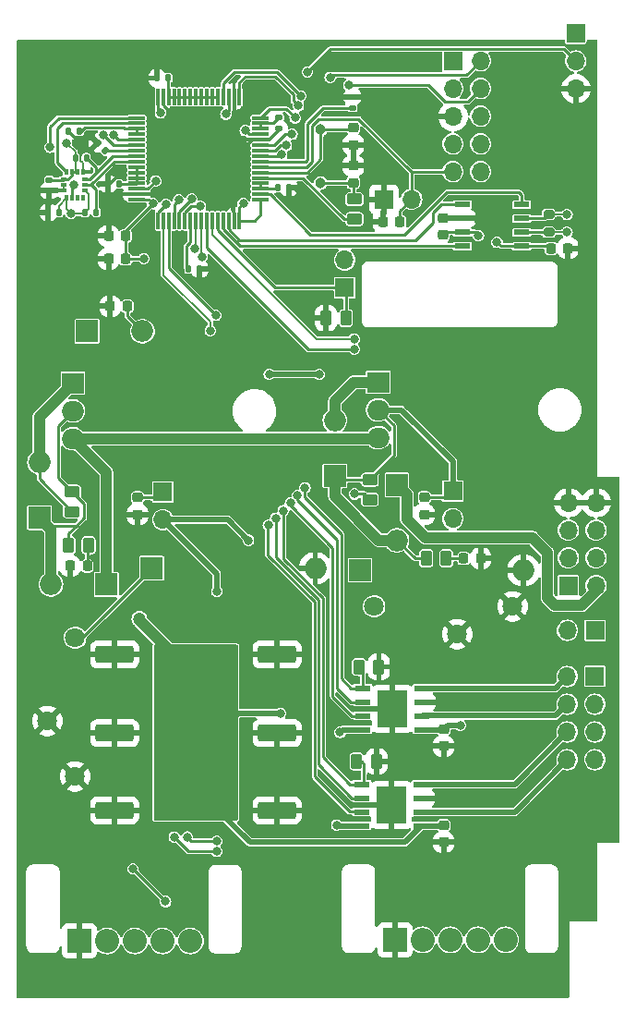
<source format=gtl>
G04 #@! TF.GenerationSoftware,KiCad,Pcbnew,7.0.8-7.0.8~ubuntu22.04.1*
G04 #@! TF.CreationDate,2024-01-26T15:30:58+01:00*
G04 #@! TF.ProjectId,hand,68616e64-2e6b-4696-9361-645f70636258,rev?*
G04 #@! TF.SameCoordinates,Original*
G04 #@! TF.FileFunction,Copper,L1,Top*
G04 #@! TF.FilePolarity,Positive*
%FSLAX46Y46*%
G04 Gerber Fmt 4.6, Leading zero omitted, Abs format (unit mm)*
G04 Created by KiCad (PCBNEW 7.0.8-7.0.8~ubuntu22.04.1) date 2024-01-26 15:30:58*
%MOMM*%
%LPD*%
G01*
G04 APERTURE LIST*
G04 Aperture macros list*
%AMRoundRect*
0 Rectangle with rounded corners*
0 $1 Rounding radius*
0 $2 $3 $4 $5 $6 $7 $8 $9 X,Y pos of 4 corners*
0 Add a 4 corners polygon primitive as box body*
4,1,4,$2,$3,$4,$5,$6,$7,$8,$9,$2,$3,0*
0 Add four circle primitives for the rounded corners*
1,1,$1+$1,$2,$3*
1,1,$1+$1,$4,$5*
1,1,$1+$1,$6,$7*
1,1,$1+$1,$8,$9*
0 Add four rect primitives between the rounded corners*
20,1,$1+$1,$2,$3,$4,$5,0*
20,1,$1+$1,$4,$5,$6,$7,0*
20,1,$1+$1,$6,$7,$8,$9,0*
20,1,$1+$1,$8,$9,$2,$3,0*%
G04 Aperture macros list end*
G04 #@! TA.AperFunction,SMDPad,CuDef*
%ADD10RoundRect,0.225000X-0.225000X-0.250000X0.225000X-0.250000X0.225000X0.250000X-0.225000X0.250000X0*%
G04 #@! TD*
G04 #@! TA.AperFunction,ComponentPad*
%ADD11R,2.000000X2.000000*%
G04 #@! TD*
G04 #@! TA.AperFunction,ComponentPad*
%ADD12O,2.000000X2.000000*%
G04 #@! TD*
G04 #@! TA.AperFunction,SMDPad,CuDef*
%ADD13RoundRect,0.225000X0.225000X0.250000X-0.225000X0.250000X-0.225000X-0.250000X0.225000X-0.250000X0*%
G04 #@! TD*
G04 #@! TA.AperFunction,SMDPad,CuDef*
%ADD14R,1.454899X0.532600*%
G04 #@! TD*
G04 #@! TA.AperFunction,ComponentPad*
%ADD15R,2.000000X1.905000*%
G04 #@! TD*
G04 #@! TA.AperFunction,ComponentPad*
%ADD16O,2.000000X1.905000*%
G04 #@! TD*
G04 #@! TA.AperFunction,ComponentPad*
%ADD17C,1.800000*%
G04 #@! TD*
G04 #@! TA.AperFunction,SMDPad,CuDef*
%ADD18RoundRect,0.250000X-0.450000X0.262500X-0.450000X-0.262500X0.450000X-0.262500X0.450000X0.262500X0*%
G04 #@! TD*
G04 #@! TA.AperFunction,ComponentPad*
%ADD19R,2.200000X2.200000*%
G04 #@! TD*
G04 #@! TA.AperFunction,ComponentPad*
%ADD20O,2.200000X2.200000*%
G04 #@! TD*
G04 #@! TA.AperFunction,SMDPad,CuDef*
%ADD21RoundRect,0.250000X-1.500000X-0.550000X1.500000X-0.550000X1.500000X0.550000X-1.500000X0.550000X0*%
G04 #@! TD*
G04 #@! TA.AperFunction,SMDPad,CuDef*
%ADD22RoundRect,0.140000X0.140000X0.170000X-0.140000X0.170000X-0.140000X-0.170000X0.140000X-0.170000X0*%
G04 #@! TD*
G04 #@! TA.AperFunction,SMDPad,CuDef*
%ADD23RoundRect,0.250000X-0.262500X-0.450000X0.262500X-0.450000X0.262500X0.450000X-0.262500X0.450000X0*%
G04 #@! TD*
G04 #@! TA.AperFunction,SMDPad,CuDef*
%ADD24RoundRect,0.135000X0.185000X-0.135000X0.185000X0.135000X-0.185000X0.135000X-0.185000X-0.135000X0*%
G04 #@! TD*
G04 #@! TA.AperFunction,SMDPad,CuDef*
%ADD25RoundRect,0.135000X-0.135000X-0.185000X0.135000X-0.185000X0.135000X0.185000X-0.135000X0.185000X0*%
G04 #@! TD*
G04 #@! TA.AperFunction,SMDPad,CuDef*
%ADD26RoundRect,0.225000X0.250000X-0.225000X0.250000X0.225000X-0.250000X0.225000X-0.250000X-0.225000X0*%
G04 #@! TD*
G04 #@! TA.AperFunction,SMDPad,CuDef*
%ADD27RoundRect,0.135000X-0.185000X0.135000X-0.185000X-0.135000X0.185000X-0.135000X0.185000X0.135000X0*%
G04 #@! TD*
G04 #@! TA.AperFunction,SMDPad,CuDef*
%ADD28RoundRect,0.218750X-0.218750X-0.256250X0.218750X-0.256250X0.218750X0.256250X-0.218750X0.256250X0*%
G04 #@! TD*
G04 #@! TA.AperFunction,SMDPad,CuDef*
%ADD29RoundRect,0.250000X1.500000X0.550000X-1.500000X0.550000X-1.500000X-0.550000X1.500000X-0.550000X0*%
G04 #@! TD*
G04 #@! TA.AperFunction,SMDPad,CuDef*
%ADD30RoundRect,0.135000X0.135000X0.185000X-0.135000X0.185000X-0.135000X-0.185000X0.135000X-0.185000X0*%
G04 #@! TD*
G04 #@! TA.AperFunction,ComponentPad*
%ADD31C,0.965200*%
G04 #@! TD*
G04 #@! TA.AperFunction,SMDPad,CuDef*
%ADD32R,1.460500X0.558800*%
G04 #@! TD*
G04 #@! TA.AperFunction,SMDPad,CuDef*
%ADD33R,2.717800X3.403600*%
G04 #@! TD*
G04 #@! TA.AperFunction,SMDPad,CuDef*
%ADD34RoundRect,0.225000X-0.250000X0.225000X-0.250000X-0.225000X0.250000X-0.225000X0.250000X0.225000X0*%
G04 #@! TD*
G04 #@! TA.AperFunction,SMDPad,CuDef*
%ADD35R,0.351536X0.576580*%
G04 #@! TD*
G04 #@! TA.AperFunction,SMDPad,CuDef*
%ADD36R,0.576580X0.351536*%
G04 #@! TD*
G04 #@! TA.AperFunction,ComponentPad*
%ADD37R,1.700000X1.700000*%
G04 #@! TD*
G04 #@! TA.AperFunction,ComponentPad*
%ADD38O,1.700000X1.700000*%
G04 #@! TD*
G04 #@! TA.AperFunction,SMDPad,CuDef*
%ADD39RoundRect,0.135000X-0.226274X-0.035355X-0.035355X-0.226274X0.226274X0.035355X0.035355X0.226274X0*%
G04 #@! TD*
G04 #@! TA.AperFunction,SMDPad,CuDef*
%ADD40RoundRect,0.218750X0.218750X0.256250X-0.218750X0.256250X-0.218750X-0.256250X0.218750X-0.256250X0*%
G04 #@! TD*
G04 #@! TA.AperFunction,SMDPad,CuDef*
%ADD41RoundRect,0.250000X0.450000X-0.262500X0.450000X0.262500X-0.450000X0.262500X-0.450000X-0.262500X0*%
G04 #@! TD*
G04 #@! TA.AperFunction,SMDPad,CuDef*
%ADD42RoundRect,0.140000X-0.170000X0.140000X-0.170000X-0.140000X0.170000X-0.140000X0.170000X0.140000X0*%
G04 #@! TD*
G04 #@! TA.AperFunction,SMDPad,CuDef*
%ADD43RoundRect,0.075000X0.700000X0.075000X-0.700000X0.075000X-0.700000X-0.075000X0.700000X-0.075000X0*%
G04 #@! TD*
G04 #@! TA.AperFunction,SMDPad,CuDef*
%ADD44RoundRect,0.075000X0.075000X0.700000X-0.075000X0.700000X-0.075000X-0.700000X0.075000X-0.700000X0*%
G04 #@! TD*
G04 #@! TA.AperFunction,SMDPad,CuDef*
%ADD45RoundRect,0.200000X0.275000X-0.200000X0.275000X0.200000X-0.275000X0.200000X-0.275000X-0.200000X0*%
G04 #@! TD*
G04 #@! TA.AperFunction,ViaPad*
%ADD46C,0.800000*%
G04 #@! TD*
G04 #@! TA.AperFunction,ViaPad*
%ADD47C,1.200000*%
G04 #@! TD*
G04 #@! TA.AperFunction,Conductor*
%ADD48C,0.250000*%
G04 #@! TD*
G04 #@! TA.AperFunction,Conductor*
%ADD49C,0.200000*%
G04 #@! TD*
G04 #@! TA.AperFunction,Conductor*
%ADD50C,0.500000*%
G04 #@! TD*
G04 #@! TA.AperFunction,Conductor*
%ADD51C,0.150000*%
G04 #@! TD*
G04 #@! TA.AperFunction,Conductor*
%ADD52C,1.000000*%
G04 #@! TD*
G04 APERTURE END LIST*
D10*
X59225000Y-38000000D03*
X60775000Y-38000000D03*
D11*
X27725000Y-65141460D03*
D12*
X27725000Y-60061460D03*
D13*
X35613127Y-39328127D03*
X34063127Y-39328127D03*
D11*
X32100000Y-48061460D03*
D12*
X37180000Y-48061460D03*
D10*
X74650000Y-40461460D03*
X76200000Y-40461460D03*
D14*
X66525000Y-36451460D03*
X66525000Y-37721460D03*
X66525000Y-38991460D03*
X66525000Y-40261460D03*
X71967696Y-40261460D03*
X71967696Y-38991460D03*
X71967696Y-37721460D03*
X71967696Y-36451460D03*
D15*
X58795000Y-52721460D03*
D16*
X58795000Y-55261460D03*
X58795000Y-57801460D03*
D17*
X31000000Y-88836460D03*
X28460000Y-83756460D03*
X31000000Y-76136460D03*
D18*
X58025000Y-61648960D03*
X58025000Y-63473960D03*
D19*
X31410000Y-103911460D03*
D20*
X33950000Y-103911460D03*
X36490000Y-103911460D03*
X39030000Y-103911460D03*
X41570000Y-103911460D03*
D15*
X30795000Y-52821460D03*
D16*
X30795000Y-55361460D03*
X30795000Y-57901460D03*
D11*
X54825000Y-61301460D03*
D12*
X54825000Y-56221460D03*
D21*
X44125000Y-84861460D03*
X49525000Y-84861460D03*
D22*
X29505000Y-37161460D03*
X28545000Y-37161460D03*
D23*
X56812500Y-87461460D03*
X58637500Y-87461460D03*
D24*
X49700000Y-29510000D03*
X49700000Y-28490000D03*
D25*
X31015000Y-32161460D03*
X32035000Y-32161460D03*
D26*
X64800000Y-94875000D03*
X64800000Y-93325000D03*
D27*
X56425000Y-26580000D03*
X56425000Y-27600000D03*
D13*
X35613127Y-41428127D03*
X34063127Y-41428127D03*
D23*
X57040047Y-78800000D03*
X58865047Y-78800000D03*
D28*
X30537500Y-69561460D03*
X32112500Y-69561460D03*
D29*
X40025000Y-77661460D03*
X34625000Y-77661460D03*
D26*
X64800000Y-86075000D03*
X64800000Y-84525000D03*
D23*
X30412500Y-67661460D03*
X32237500Y-67661460D03*
D29*
X40025000Y-91961460D03*
X34625000Y-91961460D03*
D30*
X50610000Y-34900000D03*
X49590000Y-34900000D03*
D31*
X53525000Y-34461460D03*
X53525000Y-29581459D03*
D25*
X31915000Y-37161460D03*
X32935000Y-37161460D03*
D32*
X57300850Y-89556460D03*
X57300850Y-90826460D03*
X57300850Y-92096460D03*
X57300850Y-93366460D03*
X62749150Y-93366460D03*
X62749150Y-92096460D03*
X62749150Y-90826460D03*
X62749150Y-89556460D03*
D33*
X60025000Y-91461460D03*
D34*
X63025000Y-63286460D03*
X63025000Y-64836460D03*
D32*
X57376700Y-80751460D03*
X57376700Y-82021460D03*
X57376700Y-83291460D03*
X57376700Y-84561460D03*
X62825000Y-84561460D03*
X62825000Y-83291460D03*
X62825000Y-82021460D03*
X62825000Y-80751460D03*
D33*
X60100850Y-82656460D03*
D30*
X42435000Y-42361460D03*
X41415000Y-42361460D03*
D35*
X31700000Y-33440860D03*
X31199999Y-33440860D03*
X30699999Y-33440860D03*
X30199998Y-33440860D03*
D36*
X29993699Y-34151161D03*
X29993699Y-34651160D03*
X29993699Y-35151159D03*
D35*
X30199998Y-35861460D03*
X30699999Y-35861460D03*
X31199999Y-35861460D03*
X31700000Y-35861460D03*
D36*
X31906299Y-35151159D03*
X31906299Y-34651160D03*
X31906299Y-34151161D03*
D37*
X55725000Y-44061460D03*
D38*
X55725000Y-41521460D03*
D39*
X33064376Y-30800836D03*
X33785624Y-31522084D03*
D29*
X40025000Y-84861460D03*
X34625000Y-84861460D03*
D40*
X68212500Y-68861460D03*
X66637500Y-68861460D03*
D37*
X65650000Y-62686460D03*
D38*
X65650000Y-65226460D03*
D17*
X71125000Y-73261460D03*
X66045000Y-75801460D03*
X58425000Y-73261460D03*
D26*
X56525000Y-34436460D03*
X56525000Y-32886460D03*
D28*
X34212500Y-45761460D03*
X35787500Y-45761460D03*
D18*
X30725000Y-62748960D03*
X30725000Y-64573960D03*
D37*
X65660000Y-23281460D03*
D38*
X68200000Y-23281460D03*
X65660000Y-25821460D03*
X68200000Y-25821460D03*
X65660000Y-28361460D03*
X68200000Y-28361460D03*
X65660000Y-30901460D03*
X68200000Y-30901460D03*
X65660000Y-33441460D03*
X68200000Y-33441460D03*
D11*
X60525000Y-62121460D03*
D12*
X60525000Y-67201460D03*
D41*
X56625000Y-37773960D03*
X56625000Y-35948960D03*
D37*
X39050000Y-62786460D03*
D38*
X39050000Y-65326460D03*
D25*
X30390000Y-29700000D03*
X31410000Y-29700000D03*
D19*
X60330000Y-103811460D03*
D20*
X62870000Y-103811460D03*
X65410000Y-103811460D03*
X67950000Y-103811460D03*
X70490000Y-103811460D03*
D26*
X64746347Y-39256459D03*
X64746347Y-37706459D03*
D23*
X63212500Y-68861460D03*
X65037500Y-68861460D03*
D42*
X28625000Y-34181460D03*
X28625000Y-35141460D03*
D43*
X48000000Y-36011460D03*
X48000000Y-35511460D03*
X48000000Y-35011460D03*
X48000000Y-34511460D03*
X48000000Y-34011460D03*
X48000000Y-33511460D03*
X48000000Y-33011460D03*
X48000000Y-32511460D03*
X48000000Y-32011460D03*
X48000000Y-31511460D03*
X48000000Y-31011460D03*
X48000000Y-30511460D03*
X48000000Y-30011460D03*
X48000000Y-29511460D03*
X48000000Y-29011460D03*
X48000000Y-28511460D03*
D44*
X46075000Y-26586460D03*
X45575000Y-26586460D03*
X45075000Y-26586460D03*
X44575000Y-26586460D03*
X44075000Y-26586460D03*
X43575000Y-26586460D03*
X43075000Y-26586460D03*
X42575000Y-26586460D03*
X42075000Y-26586460D03*
X41575000Y-26586460D03*
X41075000Y-26586460D03*
X40575000Y-26586460D03*
X40075000Y-26586460D03*
X39575000Y-26586460D03*
X39075000Y-26586460D03*
X38575000Y-26586460D03*
D43*
X36650000Y-28511460D03*
X36650000Y-29011460D03*
X36650000Y-29511460D03*
X36650000Y-30011460D03*
X36650000Y-30511460D03*
X36650000Y-31011460D03*
X36650000Y-31511460D03*
X36650000Y-32011460D03*
X36650000Y-32511460D03*
X36650000Y-33011460D03*
X36650000Y-33511460D03*
X36650000Y-34011460D03*
X36650000Y-34511460D03*
X36650000Y-35011460D03*
X36650000Y-35511460D03*
X36650000Y-36011460D03*
D44*
X38575000Y-37936460D03*
X39075000Y-37936460D03*
X39575000Y-37936460D03*
X40075000Y-37936460D03*
X40575000Y-37936460D03*
X41075000Y-37936460D03*
X41575000Y-37936460D03*
X42075000Y-37936460D03*
X42575000Y-37936460D03*
X43075000Y-37936460D03*
X43575000Y-37936460D03*
X44075000Y-37936460D03*
X44575000Y-37936460D03*
X45075000Y-37936460D03*
X45575000Y-37936460D03*
X46075000Y-37936460D03*
D25*
X38515000Y-24861460D03*
X39535000Y-24861460D03*
X34015000Y-34561460D03*
X35035000Y-34561460D03*
D34*
X36725000Y-63286460D03*
X36725000Y-64836460D03*
D23*
X54012500Y-46861460D03*
X55837500Y-46861460D03*
D45*
X74446347Y-38981460D03*
X74446347Y-37331460D03*
D21*
X44125000Y-91961460D03*
X49525000Y-91961460D03*
D34*
X56525000Y-29425000D03*
X56525000Y-30975000D03*
D37*
X59325000Y-35961460D03*
D38*
X61865000Y-35961460D03*
D21*
X44125000Y-77661460D03*
X49525000Y-77661460D03*
D37*
X76250000Y-71361460D03*
D38*
X78790000Y-71361460D03*
X76250000Y-68821460D03*
X78790000Y-68821460D03*
X76250000Y-66281460D03*
X78790000Y-66281460D03*
X76250000Y-63741460D03*
X78790000Y-63741460D03*
D37*
X78665000Y-79681460D03*
D38*
X76125000Y-79681460D03*
X78665000Y-82221460D03*
X76125000Y-82221460D03*
X78665000Y-84761460D03*
X76125000Y-84761460D03*
X78665000Y-87301460D03*
X76125000Y-87301460D03*
D37*
X76925000Y-20761460D03*
D38*
X76925000Y-23301460D03*
X76925000Y-25841460D03*
D11*
X38025000Y-69761460D03*
D12*
X53025000Y-69761460D03*
D11*
X33865000Y-71261460D03*
D12*
X28785000Y-71261460D03*
D37*
X78700000Y-75461460D03*
D38*
X76160000Y-75461460D03*
D11*
X57125000Y-69961460D03*
D12*
X72125000Y-69961460D03*
D46*
X55000000Y-93300000D03*
X46600000Y-29661460D03*
X69700000Y-39900000D03*
X30625000Y-37261460D03*
X37300000Y-41400000D03*
X38825000Y-28061460D03*
X44825000Y-28161460D03*
X46425000Y-36361460D03*
X38125000Y-36361460D03*
X55300000Y-84800000D03*
X30200000Y-30800000D03*
X53500000Y-98300000D03*
X36200000Y-107700000D03*
X41800000Y-22900000D03*
X51100000Y-87300000D03*
X29100000Y-107700000D03*
X68800000Y-97500000D03*
X62800000Y-95300000D03*
X33100000Y-80000000D03*
X35176500Y-33461460D03*
X51200000Y-80800000D03*
X33200000Y-88400000D03*
X33100000Y-81100000D03*
X28200000Y-22900000D03*
X68400000Y-85900000D03*
X46600000Y-31100000D03*
X72500000Y-107300000D03*
X42700000Y-107700000D03*
X40025000Y-28061460D03*
X51100000Y-89500000D03*
X48500000Y-101900000D03*
X51200000Y-81900000D03*
X64900000Y-90700000D03*
X33200000Y-89500000D03*
X51100000Y-88400000D03*
X68000000Y-37900000D03*
X66000000Y-107300000D03*
X68800000Y-101100000D03*
X45325000Y-36361460D03*
X71900000Y-86000000D03*
X76400000Y-43400000D03*
X53500000Y-101900000D03*
X58900000Y-107300000D03*
X63800000Y-101100000D03*
X32425000Y-30161460D03*
X53000000Y-36900000D03*
X28625000Y-36161460D03*
X51200000Y-79700000D03*
X35300000Y-22900000D03*
X62000000Y-86300000D03*
X45925000Y-28161460D03*
X33100000Y-82200000D03*
X33200000Y-87300000D03*
X48500000Y-98200000D03*
X63800000Y-97400000D03*
X38425000Y-35461460D03*
X64800000Y-82000000D03*
X56625000Y-62961460D03*
X49825000Y-83061460D03*
D47*
X36900000Y-74400000D03*
D46*
X66325000Y-84161460D03*
X68000000Y-39300000D03*
X48800000Y-52000000D03*
X46900000Y-67200000D03*
X36300000Y-97300000D03*
X39300000Y-100300000D03*
X53400000Y-52000000D03*
X44000000Y-71900000D03*
X76125000Y-38961460D03*
X76125000Y-37361460D03*
X51700000Y-26500000D03*
X52073500Y-62400000D03*
X51475290Y-27398839D03*
X51400000Y-63100000D03*
X51178638Y-28500000D03*
X50748500Y-63800000D03*
X50900000Y-30000000D03*
X50096500Y-64500000D03*
X49400000Y-65200000D03*
X50370212Y-31034996D03*
X48718482Y-65827645D03*
X49948500Y-31859960D03*
X54400000Y-24800000D03*
X41700000Y-35948500D03*
X56100000Y-25500000D03*
X42500000Y-36600000D03*
X52300000Y-24300000D03*
X40500000Y-36000000D03*
X41948500Y-40461460D03*
X42625000Y-41261460D03*
X41297000Y-94400000D03*
X34525000Y-30061460D03*
X44000000Y-94773497D03*
X33598497Y-30061460D03*
X40100000Y-94400000D03*
X44000000Y-95700000D03*
X43900000Y-46600000D03*
X43400000Y-48000000D03*
X56600000Y-48773500D03*
X56600000Y-49700000D03*
X39318230Y-36418230D03*
X38400000Y-34300000D03*
X28700000Y-31200000D03*
X30925000Y-34661460D03*
D48*
X70061460Y-40261460D02*
X69700000Y-39900000D01*
D49*
X32225000Y-35469860D02*
X32225000Y-36851460D01*
D48*
X35613127Y-38873333D02*
X38125000Y-36361460D01*
X46600000Y-29661460D02*
X46950000Y-30011460D01*
D49*
X30625000Y-37261460D02*
X31815000Y-37261460D01*
X31015000Y-32161460D02*
X31015000Y-33255861D01*
X31015000Y-33255861D02*
X31199999Y-33440860D01*
D48*
X30699999Y-33761299D02*
X30699999Y-33440860D01*
X45075000Y-27911460D02*
X44825000Y-28161460D01*
D49*
X32225000Y-36851460D02*
X31915000Y-37161460D01*
D48*
X28625000Y-34181460D02*
X29963400Y-34181460D01*
X74450000Y-40261460D02*
X74650000Y-40461460D01*
X71967696Y-40261460D02*
X74450000Y-40261460D01*
X36650000Y-36011460D02*
X37775000Y-36011460D01*
X29963400Y-34181460D02*
X29993699Y-34151161D01*
X30699999Y-33440860D02*
X31199999Y-33440860D01*
D49*
X30625000Y-37261460D02*
X30199998Y-36836458D01*
D48*
X38575000Y-27811460D02*
X38825000Y-28061460D01*
D50*
X55066460Y-93366460D02*
X55000000Y-93300000D01*
D48*
X46075000Y-36711460D02*
X46075000Y-37936460D01*
X71967696Y-40261460D02*
X70061460Y-40261460D01*
D49*
X31815000Y-37261460D02*
X31915000Y-37161460D01*
X30199998Y-36836458D02*
X30199998Y-35861460D01*
D48*
X37775000Y-36011460D02*
X38125000Y-36361460D01*
D49*
X30200000Y-30800000D02*
X31015000Y-31615000D01*
D48*
X30310137Y-34151161D02*
X30699999Y-33761299D01*
X38575000Y-26586460D02*
X38575000Y-27811460D01*
D50*
X55538540Y-84561460D02*
X57376700Y-84561460D01*
X55300000Y-84800000D02*
X55538540Y-84561460D01*
D49*
X29505000Y-37161460D02*
X29505000Y-36556458D01*
D48*
X35613127Y-41428127D02*
X37271873Y-41428127D01*
X45075000Y-26586460D02*
X45075000Y-27911460D01*
X37271873Y-41428127D02*
X37300000Y-41400000D01*
D50*
X57300850Y-93366460D02*
X55066460Y-93366460D01*
D48*
X47450000Y-37936460D02*
X48000000Y-37386460D01*
D49*
X31906299Y-35151159D02*
X32225000Y-35469860D01*
D48*
X48000000Y-37386460D02*
X48000000Y-36011460D01*
X46425000Y-36361460D02*
X46075000Y-36711460D01*
X29993699Y-34151161D02*
X30310137Y-34151161D01*
X35613127Y-41428127D02*
X35613127Y-38873333D01*
X46950000Y-30011460D02*
X48000000Y-30011460D01*
X46075000Y-37936460D02*
X47450000Y-37936460D01*
D49*
X29505000Y-36556458D02*
X30199998Y-35861460D01*
X31015000Y-31615000D02*
X31015000Y-32161460D01*
D51*
X31700000Y-33440860D02*
X31700000Y-32623050D01*
D48*
X38425000Y-35461460D02*
X38375000Y-35511460D01*
D49*
X29984000Y-35141460D02*
X29993699Y-35151159D01*
D48*
X48000000Y-30511460D02*
X48775000Y-30511460D01*
X45325000Y-36911460D02*
X45575000Y-37161460D01*
X46600000Y-31100000D02*
X47188540Y-30511460D01*
D50*
X64800000Y-94875000D02*
X63225000Y-94875000D01*
D49*
X28625000Y-35141460D02*
X29984000Y-35141460D01*
D48*
X39075000Y-27361460D02*
X39775000Y-28061460D01*
D50*
X64773540Y-90826460D02*
X64900000Y-90700000D01*
D48*
X59225000Y-36061460D02*
X59325000Y-35961460D01*
X31600000Y-30400000D02*
X31090000Y-30400000D01*
X64746347Y-37706459D02*
X66509999Y-37706459D01*
D50*
X64778540Y-82021460D02*
X64800000Y-82000000D01*
D48*
X34015000Y-34561460D02*
X34076500Y-34561460D01*
D51*
X31500000Y-32423050D02*
X31500000Y-30500000D01*
D50*
X63225000Y-94875000D02*
X62800000Y-95300000D01*
D48*
X45575000Y-26586460D02*
X45575000Y-27811460D01*
X50610000Y-34900000D02*
X51000000Y-34900000D01*
D49*
X28625000Y-35141460D02*
X28625000Y-36161460D01*
D50*
X62749150Y-90826460D02*
X64773540Y-90826460D01*
D48*
X39775000Y-28061460D02*
X40025000Y-28061460D01*
X38375000Y-35511460D02*
X36650000Y-35511460D01*
D51*
X31700000Y-32623050D02*
X31500000Y-32423050D01*
D48*
X39075000Y-26586460D02*
X39075000Y-27361460D01*
X67821460Y-37721460D02*
X68000000Y-37900000D01*
X45325000Y-36361460D02*
X45325000Y-36911460D01*
X33064376Y-30800836D02*
X32425000Y-30161460D01*
X59225000Y-38000000D02*
X59225000Y-36061460D01*
D50*
X62825000Y-82021460D02*
X64778540Y-82021460D01*
D48*
X45575000Y-27811460D02*
X45925000Y-28161460D01*
X32186460Y-30400000D02*
X31600000Y-30400000D01*
D49*
X29993699Y-34651160D02*
X29993699Y-35151159D01*
X28545000Y-36241460D02*
X28625000Y-36161460D01*
D51*
X31500000Y-30500000D02*
X31600000Y-30400000D01*
D48*
X76200000Y-43200000D02*
X76400000Y-43400000D01*
X49700000Y-29586460D02*
X49700000Y-29510000D01*
X66525000Y-37721460D02*
X67821460Y-37721460D01*
X45575000Y-37161460D02*
X45575000Y-37936460D01*
X76200000Y-40461460D02*
X76200000Y-43200000D01*
X32425000Y-30161460D02*
X32186460Y-30400000D01*
X48775000Y-30511460D02*
X49700000Y-29586460D01*
X31090000Y-30400000D02*
X30390000Y-29700000D01*
X34076500Y-34561460D02*
X35176500Y-33461460D01*
D49*
X28545000Y-37161460D02*
X28545000Y-36241460D01*
D50*
X62225000Y-86075000D02*
X62000000Y-86300000D01*
D48*
X51000000Y-34900000D02*
X53000000Y-36900000D01*
X47188540Y-30511460D02*
X48000000Y-30511460D01*
X66509999Y-37706459D02*
X66525000Y-37721460D01*
D50*
X64800000Y-86075000D02*
X62225000Y-86075000D01*
D48*
X61865000Y-33465000D02*
X61865000Y-35961460D01*
X60775000Y-38000000D02*
X60775000Y-37051460D01*
X53300000Y-28600000D02*
X57000000Y-28600000D01*
X61888540Y-33441460D02*
X61865000Y-33465000D01*
X52700000Y-29200000D02*
X53300000Y-28600000D01*
X48000000Y-33011460D02*
X52188540Y-33011460D01*
X60775000Y-37051460D02*
X61865000Y-35961460D01*
X65660000Y-33441460D02*
X61888540Y-33441460D01*
X52700000Y-32500000D02*
X52700000Y-29200000D01*
X52188540Y-33011460D02*
X52700000Y-32500000D01*
X57000000Y-28600000D02*
X61865000Y-33465000D01*
X56525000Y-34436460D02*
X56525000Y-35848960D01*
X56525000Y-35848960D02*
X56625000Y-35948960D01*
X53550000Y-34436460D02*
X53525000Y-34461460D01*
X56525000Y-34436460D02*
X53550000Y-34436460D01*
X55725000Y-44061460D02*
X49358684Y-44061460D01*
X49358684Y-44061460D02*
X44075000Y-38777776D01*
X55837500Y-44173960D02*
X55725000Y-44061460D01*
X44075000Y-38777776D02*
X44075000Y-37936460D01*
X55837500Y-46861460D02*
X55837500Y-44173960D01*
D52*
X56565000Y-52721460D02*
X54825000Y-54461460D01*
X54825000Y-54461460D02*
X54825000Y-56221460D01*
X54825000Y-56221460D02*
X55295000Y-56221460D01*
D48*
X57512500Y-62961460D02*
X58025000Y-63473960D01*
D52*
X58795000Y-52721460D02*
X56565000Y-52721460D01*
D48*
X56625000Y-62961460D02*
X57512500Y-62961460D01*
D52*
X27725000Y-55891460D02*
X30795000Y-52821460D01*
D48*
X31650000Y-76136460D02*
X38025000Y-69761460D01*
X31000000Y-76136460D02*
X31650000Y-76136460D01*
X30725000Y-64573960D02*
X27725000Y-61573960D01*
D52*
X27725000Y-60061460D02*
X27725000Y-55891460D01*
D48*
X27725000Y-61573960D02*
X27725000Y-60061460D01*
X56480001Y-29581459D02*
X56525000Y-29536460D01*
X48000000Y-33511460D02*
X52275000Y-33511460D01*
X53525000Y-29581459D02*
X56480001Y-29581459D01*
X53525000Y-32261460D02*
X53525000Y-29581459D01*
X52275000Y-33511460D02*
X53525000Y-32261460D01*
D52*
X78790000Y-71361460D02*
X78790000Y-71824116D01*
X30795000Y-57901460D02*
X58695000Y-57901460D01*
D50*
X65163540Y-84161460D02*
X64800000Y-84525000D01*
D52*
X63125000Y-66961460D02*
X61425000Y-65261460D01*
D50*
X47025000Y-94861460D02*
X44125000Y-91961460D01*
X64763540Y-84561460D02*
X64800000Y-84525000D01*
D52*
X61425000Y-63021460D02*
X60525000Y-62121460D01*
X33865000Y-60971460D02*
X30795000Y-57901460D01*
D50*
X62825000Y-84561460D02*
X64763540Y-84561460D01*
D52*
X74325000Y-72461460D02*
X74325000Y-68361460D01*
D50*
X61254150Y-94861460D02*
X47025000Y-94861460D01*
X62749150Y-93366460D02*
X64758540Y-93366460D01*
X49825000Y-83061460D02*
X45925000Y-83061460D01*
X64758540Y-93366460D02*
X64800000Y-93325000D01*
D52*
X72925000Y-66961460D02*
X63125000Y-66961460D01*
D50*
X66325000Y-84161460D02*
X65163540Y-84161460D01*
X45925000Y-83061460D02*
X44125000Y-84861460D01*
D52*
X36900000Y-74536460D02*
X40025000Y-77661460D01*
X78790000Y-71824116D02*
X77452656Y-73161460D01*
X75025000Y-73161460D02*
X74325000Y-72461460D01*
X58695000Y-57901460D02*
X58795000Y-57801460D01*
X36900000Y-74400000D02*
X36900000Y-74536460D01*
X74325000Y-68361460D02*
X72925000Y-66961460D01*
X77452656Y-73161460D02*
X75025000Y-73161460D01*
X33865000Y-71261460D02*
X33865000Y-60971460D01*
D50*
X62749150Y-93366460D02*
X61254150Y-94861460D01*
D52*
X61425000Y-65261460D02*
X61425000Y-63021460D01*
D50*
X65650000Y-62686460D02*
X65650000Y-59986460D01*
D52*
X54825000Y-63161460D02*
X58865000Y-67201460D01*
D48*
X58025000Y-61648960D02*
X55172500Y-61648960D01*
X58795000Y-55261460D02*
X60225000Y-56691460D01*
D50*
X65650000Y-59986460D02*
X60925000Y-55261460D01*
D48*
X62185000Y-68861460D02*
X60525000Y-67201460D01*
D52*
X54825000Y-61301460D02*
X54825000Y-63161460D01*
D48*
X60225000Y-56691460D02*
X60225000Y-59448960D01*
X65050000Y-63286460D02*
X65650000Y-62686460D01*
X55172500Y-61648960D02*
X54825000Y-61301460D01*
X63025000Y-63286460D02*
X65050000Y-63286460D01*
D52*
X58865000Y-67201460D02*
X60525000Y-67201460D01*
D50*
X60925000Y-55261460D02*
X58795000Y-55261460D01*
D48*
X63212500Y-68861460D02*
X62185000Y-68861460D01*
X60225000Y-59448960D02*
X58025000Y-61648960D01*
X30412500Y-66573960D02*
X30412500Y-67661460D01*
D52*
X28785000Y-71261460D02*
X28785000Y-66201460D01*
D48*
X31135000Y-65851460D02*
X30412500Y-66573960D01*
X30725000Y-62748960D02*
X31825000Y-63848960D01*
X29425000Y-56731460D02*
X29425000Y-61448960D01*
X31825000Y-63848960D02*
X31825000Y-65161460D01*
X38550000Y-63286460D02*
X39050000Y-62786460D01*
X29425000Y-61448960D02*
X30725000Y-62748960D01*
X30795000Y-55361460D02*
X29425000Y-56731460D01*
X31825000Y-65161460D02*
X31135000Y-65851460D01*
X36725000Y-63286460D02*
X38550000Y-63286460D01*
X31135000Y-65851460D02*
X28435000Y-65851460D01*
D52*
X28785000Y-66201460D02*
X27725000Y-65141460D01*
D48*
X28435000Y-65851460D02*
X27725000Y-65141460D01*
X37180000Y-48061460D02*
X35787500Y-46668960D01*
X35787500Y-46668960D02*
X35787500Y-45761460D01*
X65037500Y-68861460D02*
X66637500Y-68861460D01*
X32112500Y-67786460D02*
X32237500Y-67661460D01*
X32112500Y-69561460D02*
X32112500Y-67786460D01*
D50*
X39050000Y-65326460D02*
X45026460Y-65326460D01*
D48*
X39300000Y-100300000D02*
X36300000Y-97300000D01*
X67691460Y-38991460D02*
X68000000Y-39300000D01*
X66525000Y-38991460D02*
X67691460Y-38991460D01*
D50*
X45026460Y-65326460D02*
X46900000Y-67200000D01*
D48*
X65011346Y-38991460D02*
X66525000Y-38991460D01*
X64746347Y-39256459D02*
X65011346Y-38991460D01*
D50*
X48800000Y-52000000D02*
X53400000Y-52000000D01*
X39050000Y-65326460D02*
X44000000Y-70276460D01*
X44000000Y-70276460D02*
X44000000Y-71900000D01*
D48*
X71967696Y-38991460D02*
X74436347Y-38991460D01*
D49*
X74446347Y-38981460D02*
X76105000Y-38981460D01*
X76105000Y-38981460D02*
X76125000Y-38961460D01*
D48*
X74436347Y-38991460D02*
X74446347Y-38981460D01*
X71967696Y-37721460D02*
X74056347Y-37721460D01*
D49*
X76095000Y-37331460D02*
X76125000Y-37361460D01*
X74446347Y-37331460D02*
X76095000Y-37331460D01*
D48*
X74056347Y-37721460D02*
X74446347Y-37331460D01*
D50*
X75055000Y-80751460D02*
X76125000Y-79681460D01*
X62825000Y-80751460D02*
X75055000Y-80751460D01*
X75085000Y-83261460D02*
X76125000Y-82221460D01*
X62825000Y-83291460D02*
X62855000Y-83261460D01*
X62855000Y-83261460D02*
X75085000Y-83261460D01*
X62749150Y-89556460D02*
X71330000Y-89556460D01*
X71330000Y-89556460D02*
X76125000Y-84761460D01*
X71330000Y-92096460D02*
X76125000Y-87301460D01*
X62749150Y-92096460D02*
X71330000Y-92096460D01*
D48*
X52073500Y-62400000D02*
X52073500Y-63273500D01*
X51700000Y-26500000D02*
X49523000Y-24323000D01*
X55425000Y-79861460D02*
X56315000Y-80751460D01*
X57376700Y-79136653D02*
X57040047Y-78800000D01*
X49523000Y-24323000D02*
X45577000Y-24323000D01*
X57376700Y-80751460D02*
X57376700Y-79136653D01*
X52073500Y-63273500D02*
X55425000Y-66625000D01*
X55425000Y-66625000D02*
X55425000Y-79861460D01*
X44575000Y-25325000D02*
X44575000Y-26586460D01*
X56315000Y-80751460D02*
X57376700Y-80751460D01*
X45577000Y-24323000D02*
X44575000Y-25325000D01*
X56321460Y-82021460D02*
X57376700Y-82021460D01*
X55048000Y-80748000D02*
X56321460Y-82021460D01*
X49366842Y-24700000D02*
X46600000Y-24700000D01*
X51400000Y-63500000D02*
X55048000Y-67148000D01*
X55048000Y-67148000D02*
X55048000Y-80748000D01*
X46075000Y-25225000D02*
X46075000Y-26586460D01*
X51400000Y-63100000D02*
X51400000Y-63500000D01*
X51048000Y-26381158D02*
X49366842Y-24700000D01*
X51048000Y-26971549D02*
X51048000Y-26381158D01*
X46600000Y-24700000D02*
X46075000Y-25225000D01*
X51475290Y-27398839D02*
X51048000Y-26971549D01*
X51178638Y-28500000D02*
X50378638Y-27700000D01*
X56399064Y-83291460D02*
X57376700Y-83291460D01*
X50748500Y-64048500D02*
X54625000Y-67925000D01*
X54625000Y-67925000D02*
X54625000Y-81517396D01*
X50748500Y-63800000D02*
X50748500Y-64048500D01*
X48811460Y-27700000D02*
X48000000Y-28511460D01*
X54625000Y-81517396D02*
X56399064Y-83291460D01*
X50378638Y-27700000D02*
X48811460Y-27700000D01*
X50900000Y-30000000D02*
X50300000Y-30000000D01*
X57300850Y-89556460D02*
X57500000Y-89357310D01*
X57500000Y-87700000D02*
X57261460Y-87461460D01*
X56225000Y-89561460D02*
X57295850Y-89561460D01*
X50096500Y-68896500D02*
X53725000Y-72525000D01*
X49288540Y-31011460D02*
X48000000Y-31011460D01*
X57500000Y-89357310D02*
X57500000Y-87700000D01*
X57261460Y-87461460D02*
X56812500Y-87461460D01*
X57295850Y-89561460D02*
X57300850Y-89556460D01*
X50096500Y-64500000D02*
X50096500Y-68896500D01*
X53725000Y-87061460D02*
X56225000Y-89561460D01*
X50300000Y-30000000D02*
X49288540Y-31011460D01*
X53725000Y-72525000D02*
X53725000Y-87061460D01*
X50370212Y-31034996D02*
X49851396Y-31034996D01*
X56390000Y-90826460D02*
X57300850Y-90826460D01*
X53325000Y-87761460D02*
X56390000Y-90826460D01*
X49400000Y-68733158D02*
X53325000Y-72658158D01*
X49400000Y-65200000D02*
X49400000Y-68733158D01*
X53325000Y-72658158D02*
X53325000Y-87761460D01*
X49374932Y-31511460D02*
X48000000Y-31511460D01*
X49851396Y-31034996D02*
X49374932Y-31511460D01*
X52948000Y-88848000D02*
X56161460Y-92061460D01*
X48700000Y-68566316D02*
X52948000Y-72814316D01*
X49948500Y-31859960D02*
X49797000Y-32011460D01*
X56161460Y-92061460D02*
X57091842Y-92061460D01*
X49797000Y-32011460D02*
X48000000Y-32011460D01*
X52948000Y-72814316D02*
X52948000Y-88848000D01*
X48718482Y-65827645D02*
X48700000Y-65846127D01*
X48700000Y-65846127D02*
X48700000Y-68566316D01*
X55673960Y-37773960D02*
X56625000Y-37773960D01*
X48000000Y-34011460D02*
X51911460Y-34011460D01*
X51911460Y-34011460D02*
X55673960Y-37773960D01*
X54400000Y-24800000D02*
X54600000Y-24600000D01*
X41700000Y-35948500D02*
X40575000Y-37073500D01*
X54600000Y-24600000D02*
X66900000Y-24600000D01*
X66900000Y-24600000D02*
X66900000Y-24581460D01*
X66900000Y-24581460D02*
X68200000Y-23281460D01*
X40575000Y-37073500D02*
X40575000Y-37936460D01*
X63800000Y-38100000D02*
X63800000Y-37200000D01*
X64548540Y-36451460D02*
X66525000Y-36451460D01*
X46063540Y-39700000D02*
X62200000Y-39700000D01*
X45075000Y-38711460D02*
X46063540Y-39700000D01*
X45075000Y-37936460D02*
X45075000Y-38711460D01*
X62200000Y-39700000D02*
X63800000Y-38100000D01*
X63800000Y-37200000D02*
X64548540Y-36451460D01*
X44575000Y-37936460D02*
X44575000Y-38744618D01*
X44575000Y-38744618D02*
X46091842Y-40261460D01*
X46091842Y-40261460D02*
X66525000Y-40261460D01*
X48911460Y-35511460D02*
X52600000Y-39200000D01*
X71700000Y-35300000D02*
X71967696Y-35567696D01*
X52600000Y-39200000D02*
X61200000Y-39200000D01*
X65100000Y-35300000D02*
X71700000Y-35300000D01*
X48000000Y-35511460D02*
X48911460Y-35511460D01*
X61200000Y-39200000D02*
X65100000Y-35300000D01*
X71967696Y-35567696D02*
X71967696Y-36451460D01*
X52323000Y-32343842D02*
X52323000Y-29043842D01*
X53766842Y-27600000D02*
X56425000Y-27600000D01*
X48000000Y-32511460D02*
X52155382Y-32511460D01*
X52323000Y-29043842D02*
X53766842Y-27600000D01*
X52155382Y-32511460D02*
X52323000Y-32343842D01*
X42500000Y-36600000D02*
X41674010Y-36600000D01*
X63400000Y-25500000D02*
X64900000Y-27000000D01*
X41075000Y-37199010D02*
X41075000Y-37936460D01*
X41674010Y-36600000D02*
X41075000Y-37199010D01*
X67021460Y-27000000D02*
X68200000Y-25821460D01*
X64900000Y-27000000D02*
X67021460Y-27000000D01*
X56100000Y-25500000D02*
X63400000Y-25500000D01*
X30199998Y-33440860D02*
X29400000Y-32640862D01*
X29888540Y-29011460D02*
X36650000Y-29011460D01*
X29400000Y-29500000D02*
X29888540Y-29011460D01*
X29400000Y-32640862D02*
X29400000Y-29500000D01*
X40075000Y-36425000D02*
X40075000Y-37936460D01*
X40500000Y-36000000D02*
X40075000Y-36425000D01*
X54420540Y-22179460D02*
X75803000Y-22179460D01*
X75803000Y-22179460D02*
X76925000Y-23301460D01*
X52300000Y-24300000D02*
X54420540Y-22179460D01*
D49*
X42075000Y-40334960D02*
X42075000Y-37936460D01*
X41948500Y-40461460D02*
X42075000Y-40334960D01*
X42625000Y-41261460D02*
X42575000Y-41211460D01*
X42575000Y-41211460D02*
X42575000Y-37936460D01*
D48*
X41670497Y-94773497D02*
X44000000Y-94773497D01*
X34975000Y-30511460D02*
X36650000Y-30511460D01*
X41297000Y-94400000D02*
X41670497Y-94773497D01*
X34525000Y-30061460D02*
X34975000Y-30511460D01*
X33598497Y-30061460D02*
X34548497Y-31011460D01*
X40100000Y-94400000D02*
X41400000Y-95700000D01*
X41400000Y-95700000D02*
X44000000Y-95700000D01*
X34548497Y-31011460D02*
X36650000Y-31011460D01*
X43900000Y-46600000D02*
X39575000Y-42275000D01*
X39575000Y-42275000D02*
X39575000Y-37936460D01*
D49*
X43400000Y-47200000D02*
X39100000Y-42900000D01*
X43400000Y-48000000D02*
X43400000Y-47200000D01*
X39100000Y-41500000D02*
X39075000Y-41475000D01*
X39075000Y-41475000D02*
X39075000Y-37936460D01*
X39100000Y-42900000D02*
X39100000Y-41500000D01*
D48*
X32935000Y-37161460D02*
X32935000Y-35071460D01*
X32514700Y-34651160D02*
X31906299Y-34651160D01*
X34575000Y-32511460D02*
X32435300Y-34651160D01*
X32935000Y-35071460D02*
X32514700Y-34651160D01*
X36650000Y-32511460D02*
X34575000Y-32511460D01*
X32435300Y-34651160D02*
X31906299Y-34651160D01*
X32525000Y-33961460D02*
X34475000Y-32011460D01*
X32035000Y-32161460D02*
X32943230Y-33069690D01*
X32943230Y-33543230D02*
X32525000Y-33961460D01*
X32943230Y-33069690D02*
X32943230Y-33543230D01*
X32335299Y-34151161D02*
X32525000Y-33961460D01*
X31906299Y-34151161D02*
X32335299Y-34151161D01*
X34475000Y-32011460D02*
X36650000Y-32011460D01*
X39535000Y-24861460D02*
X39535000Y-26546460D01*
X39535000Y-26546460D02*
X39575000Y-26586460D01*
X39575000Y-26586460D02*
X44075000Y-26586460D01*
X31585624Y-29700836D02*
X31877000Y-29409460D01*
X35525000Y-29511460D02*
X36650000Y-29511460D01*
X35423000Y-29409460D02*
X35525000Y-29511460D01*
X31877000Y-29409460D02*
X35423000Y-29409460D01*
X36650000Y-29511460D02*
X36650000Y-30011460D01*
X33785624Y-31522084D02*
X36639376Y-31522084D01*
X36639376Y-31522084D02*
X36650000Y-31511460D01*
X48000000Y-35011460D02*
X49478540Y-35011460D01*
X48000000Y-34511460D02*
X48000000Y-35011460D01*
X49478540Y-35011460D02*
X49590000Y-34900000D01*
X41225000Y-42171460D02*
X41415000Y-42361460D01*
X41575000Y-39912892D02*
X41225000Y-40262892D01*
X41575000Y-37936460D02*
X41575000Y-39912892D01*
X41225000Y-40262892D02*
X41225000Y-42171460D01*
X48000000Y-29011460D02*
X49178540Y-29011460D01*
X48000000Y-29511460D02*
X48000000Y-29011460D01*
X49178540Y-29011460D02*
X49700000Y-28490000D01*
X36600000Y-34561460D02*
X36650000Y-34511460D01*
X35035000Y-34561460D02*
X36600000Y-34561460D01*
X36650000Y-33011460D02*
X36650000Y-34511460D01*
D49*
X53149363Y-48773500D02*
X43575000Y-39199137D01*
X56600000Y-48773500D02*
X53149363Y-48773500D01*
X43575000Y-39199137D02*
X43575000Y-37936460D01*
D48*
X43075000Y-40375000D02*
X43075000Y-37936460D01*
X56600000Y-49700000D02*
X52400000Y-49700000D01*
X52400000Y-49700000D02*
X43075000Y-40375000D01*
X38575000Y-37161460D02*
X38575000Y-37936460D01*
X39318230Y-36418230D02*
X38575000Y-37161460D01*
X37688540Y-35011460D02*
X38400000Y-34300000D01*
X36650000Y-35011460D02*
X37688540Y-35011460D01*
X30699999Y-34886461D02*
X30699999Y-35861460D01*
X30925000Y-34661460D02*
X30699999Y-34886461D01*
X28700000Y-31200000D02*
X28700000Y-29300000D01*
X29488540Y-28511460D02*
X36650000Y-28511460D01*
X28700000Y-29300000D02*
X29488540Y-28511460D01*
G04 #@! TA.AperFunction,Conductor*
G36*
X45868039Y-76781145D02*
G01*
X45913794Y-76833949D01*
X45925000Y-76885460D01*
X45925000Y-92737460D01*
X45905315Y-92804499D01*
X45852511Y-92850254D01*
X45801000Y-92861460D01*
X38349000Y-92861460D01*
X38281961Y-92841775D01*
X38236206Y-92788971D01*
X38225000Y-92737460D01*
X38225000Y-76885460D01*
X38244685Y-76818421D01*
X38297489Y-76772666D01*
X38349000Y-76761460D01*
X45801000Y-76761460D01*
X45868039Y-76781145D01*
G37*
G04 #@! TD.AperFunction*
G04 #@! TA.AperFunction,Conductor*
G36*
X50831289Y-64488378D02*
G01*
X54336181Y-67993270D01*
X54369666Y-68054593D01*
X54372500Y-68080951D01*
X54372500Y-68692713D01*
X54352815Y-68759752D01*
X54300011Y-68805507D01*
X54230853Y-68815451D01*
X54167297Y-68786426D01*
X54157271Y-68776697D01*
X54044401Y-68654090D01*
X54044397Y-68654086D01*
X53848237Y-68501408D01*
X53848228Y-68501402D01*
X53629614Y-68383095D01*
X53629603Y-68383090D01*
X53394492Y-68302376D01*
X53275000Y-68282436D01*
X53275000Y-69325958D01*
X53167315Y-69276780D01*
X53060763Y-69261460D01*
X52989237Y-69261460D01*
X52882685Y-69276780D01*
X52775000Y-69325958D01*
X52775000Y-68282436D01*
X52774999Y-68282436D01*
X52655507Y-68302376D01*
X52420396Y-68383090D01*
X52420385Y-68383095D01*
X52201771Y-68501402D01*
X52201762Y-68501408D01*
X52005602Y-68654086D01*
X52005592Y-68654095D01*
X51837232Y-68836981D01*
X51701267Y-69045092D01*
X51601411Y-69272743D01*
X51540960Y-69511460D01*
X52591314Y-69511460D01*
X52565507Y-69551616D01*
X52525000Y-69689571D01*
X52525000Y-69833349D01*
X52565507Y-69971304D01*
X52591314Y-70011460D01*
X51619911Y-70011460D01*
X51552872Y-69991775D01*
X51532230Y-69975141D01*
X50385319Y-68828230D01*
X50351834Y-68766907D01*
X50349000Y-68740549D01*
X50349000Y-65032299D01*
X50368685Y-64965260D01*
X50397511Y-64933925D01*
X50472718Y-64876218D01*
X50557271Y-64766026D01*
X50610423Y-64637705D01*
X50620669Y-64559872D01*
X50648935Y-64495978D01*
X50707259Y-64457506D01*
X50777124Y-64456674D01*
X50831289Y-64488378D01*
G37*
G04 #@! TD.AperFunction*
G04 #@! TA.AperFunction,Conductor*
G36*
X78330507Y-63531616D02*
G01*
X78290000Y-63669571D01*
X78290000Y-63813349D01*
X78330507Y-63951304D01*
X78356314Y-63991460D01*
X76683686Y-63991460D01*
X76709493Y-63951304D01*
X76750000Y-63813349D01*
X76750000Y-63669571D01*
X76709493Y-63531616D01*
X76683686Y-63491460D01*
X78356314Y-63491460D01*
X78330507Y-63531616D01*
G37*
G04 #@! TD.AperFunction*
G04 #@! TA.AperFunction,Conductor*
G36*
X57332701Y-29290237D02*
G01*
X57339180Y-29296269D01*
X61576181Y-33533270D01*
X61609666Y-33594593D01*
X61612500Y-33620951D01*
X61612500Y-34924605D01*
X61592815Y-34991644D01*
X61540011Y-35037399D01*
X61524497Y-35043265D01*
X61489114Y-35053998D01*
X61319307Y-35144762D01*
X61319300Y-35144766D01*
X61170458Y-35266918D01*
X61048306Y-35415760D01*
X61048302Y-35415767D01*
X60957538Y-35585575D01*
X60917660Y-35717034D01*
X60879363Y-35775472D01*
X60815550Y-35803929D01*
X60746483Y-35793368D01*
X60694090Y-35747143D01*
X60675000Y-35681038D01*
X60675000Y-35063632D01*
X60674999Y-35063615D01*
X60668598Y-35004087D01*
X60668596Y-35004080D01*
X60618354Y-34869373D01*
X60618350Y-34869366D01*
X60532190Y-34754272D01*
X60532187Y-34754269D01*
X60417093Y-34668109D01*
X60417086Y-34668105D01*
X60282379Y-34617863D01*
X60282372Y-34617861D01*
X60222844Y-34611460D01*
X59575000Y-34611460D01*
X59575000Y-35525958D01*
X59467315Y-35476780D01*
X59360763Y-35461460D01*
X59289237Y-35461460D01*
X59182685Y-35476780D01*
X59075000Y-35525958D01*
X59075000Y-34611460D01*
X58427155Y-34611460D01*
X58367627Y-34617861D01*
X58367620Y-34617863D01*
X58232913Y-34668105D01*
X58232906Y-34668109D01*
X58117812Y-34754269D01*
X58117809Y-34754272D01*
X58031649Y-34869366D01*
X58031645Y-34869373D01*
X57981403Y-35004080D01*
X57981401Y-35004087D01*
X57975000Y-35063615D01*
X57975000Y-35711460D01*
X58891314Y-35711460D01*
X58865507Y-35751616D01*
X58825000Y-35889571D01*
X58825000Y-36033349D01*
X58865507Y-36171304D01*
X58891314Y-36211460D01*
X57975000Y-36211460D01*
X57975000Y-36859304D01*
X57981401Y-36918832D01*
X57981403Y-36918839D01*
X58031645Y-37053546D01*
X58031649Y-37053553D01*
X58117809Y-37168647D01*
X58117812Y-37168650D01*
X58232906Y-37254810D01*
X58232909Y-37254812D01*
X58271192Y-37269090D01*
X58327126Y-37310961D01*
X58351544Y-37376425D01*
X58340247Y-37437668D01*
X58338454Y-37441513D01*
X58285144Y-37602393D01*
X58275000Y-37701677D01*
X58275000Y-37750000D01*
X58975000Y-37750000D01*
X58975000Y-37109000D01*
X58994685Y-37041961D01*
X59047489Y-36996206D01*
X59068327Y-36991672D01*
X59075000Y-36985000D01*
X59075000Y-36396961D01*
X59182685Y-36446140D01*
X59289237Y-36461460D01*
X59360763Y-36461460D01*
X59467315Y-36446140D01*
X59575000Y-36396961D01*
X59575000Y-37227460D01*
X59555315Y-37294499D01*
X59502511Y-37340254D01*
X59481672Y-37344787D01*
X59475000Y-37351460D01*
X59475000Y-38126000D01*
X59455315Y-38193039D01*
X59402511Y-38238794D01*
X59351000Y-38250000D01*
X58275001Y-38250000D01*
X58275001Y-38298322D01*
X58285144Y-38397607D01*
X58338452Y-38558481D01*
X58338457Y-38558492D01*
X58427424Y-38702728D01*
X58427427Y-38702732D01*
X58460514Y-38735819D01*
X58493999Y-38797142D01*
X58489015Y-38866834D01*
X58447143Y-38922767D01*
X58381679Y-38947184D01*
X58372833Y-38947500D01*
X52755951Y-38947500D01*
X52688912Y-38927815D01*
X52668270Y-38911181D01*
X49313047Y-35555958D01*
X49279562Y-35494635D01*
X49284546Y-35424943D01*
X49326418Y-35369010D01*
X49391882Y-35344593D01*
X49424920Y-35346660D01*
X49425968Y-35346868D01*
X49429142Y-35347499D01*
X49429143Y-35347500D01*
X49429144Y-35347500D01*
X49750857Y-35347500D01*
X49750857Y-35347499D01*
X49789936Y-35339726D01*
X49791407Y-35339434D01*
X49860999Y-35345661D01*
X49916176Y-35388524D01*
X49922331Y-35397930D01*
X49969261Y-35477285D01*
X49969268Y-35477294D01*
X50082705Y-35590731D01*
X50082714Y-35590738D01*
X50220805Y-35672404D01*
X50360000Y-35712844D01*
X50360000Y-35150000D01*
X50860000Y-35150000D01*
X50860000Y-35712843D01*
X50999194Y-35672404D01*
X51137285Y-35590738D01*
X51137294Y-35590731D01*
X51250731Y-35477294D01*
X51250738Y-35477285D01*
X51332406Y-35339191D01*
X51332407Y-35339188D01*
X51377166Y-35185128D01*
X51377167Y-35185122D01*
X51379931Y-35150000D01*
X50860000Y-35150000D01*
X50360000Y-35150000D01*
X50360000Y-34774000D01*
X50379685Y-34706961D01*
X50432489Y-34661206D01*
X50484000Y-34650000D01*
X51379931Y-34650000D01*
X51377167Y-34614877D01*
X51377166Y-34614871D01*
X51332407Y-34460811D01*
X51332407Y-34460810D01*
X51326653Y-34451080D01*
X51309471Y-34383356D01*
X51331631Y-34317094D01*
X51386098Y-34273331D01*
X51433386Y-34263960D01*
X51755509Y-34263960D01*
X51822548Y-34283645D01*
X51843190Y-34300279D01*
X55469189Y-37926278D01*
X55484610Y-37945068D01*
X55491916Y-37956003D01*
X55506823Y-37965963D01*
X55518792Y-37973960D01*
X55575440Y-38011811D01*
X55575443Y-38011811D01*
X55575444Y-38011812D01*
X55673958Y-38031408D01*
X55684302Y-38031408D01*
X55751341Y-38051093D01*
X55797096Y-38103897D01*
X55807005Y-38137527D01*
X55808191Y-38145662D01*
X55808191Y-38145664D01*
X55863525Y-38258852D01*
X55952607Y-38347934D01*
X55952608Y-38347934D01*
X55952610Y-38347936D01*
X56065796Y-38403269D01*
X56139173Y-38413960D01*
X57110826Y-38413959D01*
X57184204Y-38403269D01*
X57297390Y-38347936D01*
X57386476Y-38258850D01*
X57441809Y-38145664D01*
X57452500Y-38072287D01*
X57452499Y-37475634D01*
X57441809Y-37402256D01*
X57386476Y-37289070D01*
X57386474Y-37289068D01*
X57386474Y-37289067D01*
X57297392Y-37199985D01*
X57184202Y-37144650D01*
X57110827Y-37133960D01*
X56139174Y-37133960D01*
X56065795Y-37144651D01*
X55952607Y-37199985D01*
X55863524Y-37289068D01*
X55835593Y-37346203D01*
X55788465Y-37397785D01*
X55720931Y-37415699D01*
X55654433Y-37394258D01*
X55636512Y-37379423D01*
X53537586Y-35280497D01*
X53504101Y-35219174D01*
X53509085Y-35149482D01*
X53550957Y-35093549D01*
X53595592Y-35072419D01*
X53599077Y-35071560D01*
X53599080Y-35071560D01*
X53742933Y-35036103D01*
X53874122Y-34967250D01*
X53985020Y-34869003D01*
X54061295Y-34758499D01*
X54072325Y-34742520D01*
X54126608Y-34698530D01*
X54174375Y-34688960D01*
X55818671Y-34688960D01*
X55885710Y-34708645D01*
X55930071Y-34758499D01*
X55984152Y-34869123D01*
X56067336Y-34952307D01*
X56173028Y-35003977D01*
X56182228Y-35006820D01*
X56181290Y-35009855D01*
X56229864Y-35032139D01*
X56267537Y-35090982D01*
X56272500Y-35125712D01*
X56272500Y-35184960D01*
X56252815Y-35251999D01*
X56200011Y-35297754D01*
X56148509Y-35308960D01*
X56139180Y-35308960D01*
X56065796Y-35319651D01*
X55952607Y-35374985D01*
X55863525Y-35464067D01*
X55808190Y-35577257D01*
X55797500Y-35650632D01*
X55797500Y-36247280D01*
X55801035Y-36271546D01*
X55808191Y-36320664D01*
X55840333Y-36386412D01*
X55863525Y-36433852D01*
X55952607Y-36522934D01*
X55952608Y-36522934D01*
X55952610Y-36522936D01*
X56065796Y-36578269D01*
X56139173Y-36588960D01*
X57110826Y-36588959D01*
X57184204Y-36578269D01*
X57297390Y-36522936D01*
X57386476Y-36433850D01*
X57441809Y-36320664D01*
X57452500Y-36247287D01*
X57452499Y-35650634D01*
X57441809Y-35577256D01*
X57386476Y-35464070D01*
X57386474Y-35464068D01*
X57386474Y-35464067D01*
X57297392Y-35374985D01*
X57184202Y-35319650D01*
X57110828Y-35308960D01*
X57110827Y-35308960D01*
X56901500Y-35308960D01*
X56834461Y-35289275D01*
X56788706Y-35236471D01*
X56777500Y-35184960D01*
X56777500Y-35125712D01*
X56797185Y-35058673D01*
X56849989Y-35012918D01*
X56868016Y-35007607D01*
X56867773Y-35006819D01*
X56876963Y-35003978D01*
X56876972Y-35003977D01*
X56982662Y-34952308D01*
X57065848Y-34869122D01*
X57117517Y-34763432D01*
X57127500Y-34694913D01*
X57127499Y-34178008D01*
X57117517Y-34109488D01*
X57065848Y-34003798D01*
X57065847Y-34003797D01*
X57065847Y-34003796D01*
X57039041Y-33976990D01*
X57005556Y-33915667D01*
X57010540Y-33845975D01*
X57052412Y-33790042D01*
X57077382Y-33777003D01*
X57076941Y-33776057D01*
X57083492Y-33773002D01*
X57227728Y-33684035D01*
X57227732Y-33684032D01*
X57347572Y-33564192D01*
X57347575Y-33564188D01*
X57436542Y-33419952D01*
X57436547Y-33419941D01*
X57489855Y-33259066D01*
X57499999Y-33159782D01*
X57500000Y-33159769D01*
X57500000Y-33136460D01*
X55550001Y-33136460D01*
X55550001Y-33159782D01*
X55560144Y-33259067D01*
X55613452Y-33419941D01*
X55613457Y-33419952D01*
X55702424Y-33564188D01*
X55702427Y-33564192D01*
X55822267Y-33684032D01*
X55822271Y-33684035D01*
X55966507Y-33773002D01*
X55973059Y-33776057D01*
X55971997Y-33778332D01*
X56019721Y-33811369D01*
X56046548Y-33875884D01*
X56034238Y-33944660D01*
X56010960Y-33976989D01*
X55984151Y-34003798D01*
X55930071Y-34114421D01*
X55882943Y-34166003D01*
X55818671Y-34183960D01*
X54139862Y-34183960D01*
X54072823Y-34164275D01*
X54037812Y-34130400D01*
X54037127Y-34129408D01*
X53991655Y-34063529D01*
X53985021Y-34053918D01*
X53985015Y-34053912D01*
X53874123Y-33955670D01*
X53742931Y-33886816D01*
X53599081Y-33851360D01*
X53599080Y-33851360D01*
X53450920Y-33851360D01*
X53450919Y-33851360D01*
X53307068Y-33886816D01*
X53175876Y-33955670D01*
X53064984Y-34053912D01*
X53064978Y-34053919D01*
X52980817Y-34175847D01*
X52928278Y-34314380D01*
X52928277Y-34314382D01*
X52920341Y-34379742D01*
X52892718Y-34443919D01*
X52834784Y-34482975D01*
X52764931Y-34484510D01*
X52709564Y-34452475D01*
X52231348Y-33974259D01*
X52197863Y-33912936D01*
X52202847Y-33843244D01*
X52244719Y-33787311D01*
X52294835Y-33764962D01*
X52358214Y-33752354D01*
X52373521Y-33749310D01*
X52457043Y-33693503D01*
X52464348Y-33682568D01*
X52479765Y-33663782D01*
X53507087Y-32636460D01*
X55550000Y-32636460D01*
X56275000Y-32636460D01*
X56275000Y-31225000D01*
X56775000Y-31225000D01*
X56775000Y-32636460D01*
X57499999Y-32636460D01*
X57499999Y-32613152D01*
X57499998Y-32613137D01*
X57489855Y-32513852D01*
X57436547Y-32352978D01*
X57436542Y-32352967D01*
X57347575Y-32208731D01*
X57347572Y-32208727D01*
X57227733Y-32088888D01*
X57142424Y-32036269D01*
X57095700Y-31984321D01*
X57084477Y-31915358D01*
X57112321Y-31851276D01*
X57142424Y-31825191D01*
X57227733Y-31772571D01*
X57347572Y-31652732D01*
X57347575Y-31652728D01*
X57436542Y-31508492D01*
X57436547Y-31508481D01*
X57489855Y-31347606D01*
X57499999Y-31248322D01*
X57500000Y-31248309D01*
X57500000Y-31225000D01*
X56775000Y-31225000D01*
X56275000Y-31225000D01*
X55550001Y-31225000D01*
X55550001Y-31248322D01*
X55560144Y-31347607D01*
X55613452Y-31508481D01*
X55613457Y-31508492D01*
X55702424Y-31652728D01*
X55702427Y-31652732D01*
X55822267Y-31772572D01*
X55822271Y-31772575D01*
X55907575Y-31825192D01*
X55954300Y-31877140D01*
X55965521Y-31946102D01*
X55937678Y-32010184D01*
X55907575Y-32036268D01*
X55822271Y-32088884D01*
X55822267Y-32088887D01*
X55702427Y-32208727D01*
X55702424Y-32208731D01*
X55613457Y-32352967D01*
X55613452Y-32352978D01*
X55560144Y-32513853D01*
X55550000Y-32613137D01*
X55550000Y-32636460D01*
X53507087Y-32636460D01*
X53677322Y-32466225D01*
X53696108Y-32450808D01*
X53707043Y-32443503D01*
X53762850Y-32359981D01*
X53768930Y-32329417D01*
X53782448Y-32261460D01*
X53779883Y-32248565D01*
X53777500Y-32224373D01*
X53777500Y-30212920D01*
X53797185Y-30145881D01*
X53843873Y-30103124D01*
X53874122Y-30087249D01*
X53985020Y-29989002D01*
X54055068Y-29887518D01*
X54109350Y-29843529D01*
X54157118Y-29833959D01*
X55909087Y-29833959D01*
X55976126Y-29853644D01*
X55996768Y-29870278D01*
X56010959Y-29884469D01*
X56044444Y-29945792D01*
X56039460Y-30015484D01*
X55997588Y-30071417D01*
X55972619Y-30084459D01*
X55973059Y-30085403D01*
X55966507Y-30088457D01*
X55822271Y-30177424D01*
X55822267Y-30177427D01*
X55702427Y-30297267D01*
X55702424Y-30297271D01*
X55613457Y-30441507D01*
X55613452Y-30441518D01*
X55560144Y-30602393D01*
X55550000Y-30701677D01*
X55550000Y-30725000D01*
X57499999Y-30725000D01*
X57499999Y-30701692D01*
X57499998Y-30701677D01*
X57489855Y-30602392D01*
X57436547Y-30441518D01*
X57436542Y-30441507D01*
X57347575Y-30297271D01*
X57347572Y-30297267D01*
X57227732Y-30177427D01*
X57227728Y-30177424D01*
X57083492Y-30088457D01*
X57076941Y-30085403D01*
X57077999Y-30083132D01*
X57030260Y-30050067D01*
X57003448Y-29985547D01*
X57015774Y-29916773D01*
X57039041Y-29884469D01*
X57065848Y-29857662D01*
X57117517Y-29751972D01*
X57127500Y-29683453D01*
X57127499Y-29383948D01*
X57147183Y-29316911D01*
X57199987Y-29271156D01*
X57269146Y-29261212D01*
X57332701Y-29290237D01*
G37*
G04 #@! TD.AperFunction*
G04 #@! TA.AperFunction,Conductor*
G36*
X32580971Y-33064966D02*
G01*
X32587449Y-33070998D01*
X32654411Y-33137960D01*
X32687896Y-33199283D01*
X32690730Y-33225641D01*
X32690730Y-33387279D01*
X32671045Y-33454318D01*
X32654415Y-33474955D01*
X32585232Y-33544139D01*
X32531936Y-33597435D01*
X32470613Y-33630919D01*
X32400921Y-33625935D01*
X32386439Y-33616628D01*
X31648232Y-33616628D01*
X31581193Y-33596943D01*
X31535438Y-33544139D01*
X31524232Y-33492628D01*
X31524232Y-33389092D01*
X31543917Y-33322053D01*
X31596721Y-33276298D01*
X31648232Y-33265092D01*
X32375768Y-33265092D01*
X32375768Y-33158679D01*
X32395453Y-33091640D01*
X32448257Y-33045885D01*
X32517415Y-33035941D01*
X32580971Y-33064966D01*
G37*
G04 #@! TD.AperFunction*
G04 #@! TA.AperFunction,Conductor*
G36*
X33074473Y-29681645D02*
G01*
X33120228Y-29734449D01*
X33130172Y-29803607D01*
X33121995Y-29833411D01*
X33120369Y-29837338D01*
X33108699Y-29865510D01*
X33064856Y-29919912D01*
X33024977Y-29938158D01*
X32864118Y-29979459D01*
X32864114Y-29979461D01*
X32723516Y-30056756D01*
X32723514Y-30056757D01*
X32696728Y-30079635D01*
X32696728Y-30079636D01*
X33064376Y-30447283D01*
X33330247Y-30713154D01*
X33363732Y-30774477D01*
X33358748Y-30844169D01*
X33330247Y-30888516D01*
X32666382Y-31552380D01*
X32666382Y-31552381D01*
X32793399Y-31622209D01*
X32793407Y-31622212D01*
X32948796Y-31662109D01*
X32948802Y-31662110D01*
X33109236Y-31662110D01*
X33109241Y-31662109D01*
X33198540Y-31639181D01*
X33268369Y-31641575D01*
X33325818Y-31681341D01*
X33332479Y-31690393D01*
X33355450Y-31724771D01*
X33355455Y-31724777D01*
X33582933Y-31952255D01*
X33647845Y-31995628D01*
X33750267Y-32016001D01*
X33750269Y-32016001D01*
X33750270Y-32016001D01*
X33782225Y-32009644D01*
X33802608Y-32005590D01*
X33872200Y-32011817D01*
X33927377Y-32054680D01*
X33950622Y-32120569D01*
X33934554Y-32188566D01*
X33914481Y-32214888D01*
X33267680Y-32861689D01*
X33206357Y-32895174D01*
X33136665Y-32890190D01*
X33092318Y-32861689D01*
X32468819Y-32238190D01*
X32435334Y-32176867D01*
X32432500Y-32150509D01*
X32432500Y-31950603D01*
X32432499Y-31950599D01*
X32417271Y-31874041D01*
X32417270Y-31874040D01*
X32417270Y-31874037D01*
X32373761Y-31808922D01*
X32359252Y-31787207D01*
X32293357Y-31743178D01*
X32272423Y-31729190D01*
X32272421Y-31729189D01*
X32272418Y-31729188D01*
X32195860Y-31713960D01*
X32195856Y-31713960D01*
X31874144Y-31713960D01*
X31874139Y-31713960D01*
X31797581Y-31729188D01*
X31797577Y-31729190D01*
X31710747Y-31787207D01*
X31652730Y-31874037D01*
X31652728Y-31874041D01*
X31646617Y-31904766D01*
X31614233Y-31966677D01*
X31553517Y-32001251D01*
X31483747Y-31997512D01*
X31427075Y-31956646D01*
X31403383Y-31904766D01*
X31397271Y-31874041D01*
X31397270Y-31874040D01*
X31397270Y-31874037D01*
X31339252Y-31787208D01*
X31297608Y-31759382D01*
X31252804Y-31705769D01*
X31242500Y-31656280D01*
X31242500Y-31622563D01*
X31242585Y-31619318D01*
X31242960Y-31612163D01*
X31244718Y-31578616D01*
X31237302Y-31559297D01*
X31231775Y-31540638D01*
X31227474Y-31520400D01*
X31226250Y-31518716D01*
X31210802Y-31490260D01*
X31210059Y-31488325D01*
X31195428Y-31473694D01*
X31182790Y-31458898D01*
X31170628Y-31442158D01*
X31170627Y-31442157D01*
X31170626Y-31442156D01*
X31168821Y-31441114D01*
X31143145Y-31421411D01*
X30750824Y-31029090D01*
X30717339Y-30967767D01*
X30715566Y-30925224D01*
X30716713Y-30916516D01*
X30716726Y-30916415D01*
X32203102Y-30916415D01*
X32243001Y-31071810D01*
X32312830Y-31198828D01*
X32710823Y-30800836D01*
X32710823Y-30800835D01*
X32343176Y-30433188D01*
X32343175Y-30433188D01*
X32320297Y-30459974D01*
X32320296Y-30459976D01*
X32243001Y-30600574D01*
X32242999Y-30600580D01*
X32203102Y-30755968D01*
X32203102Y-30916415D01*
X30716726Y-30916415D01*
X30732052Y-30800000D01*
X30713923Y-30662295D01*
X30703706Y-30637630D01*
X30696238Y-30568164D01*
X30727512Y-30505685D01*
X30772978Y-30477695D01*
X30772031Y-30475505D01*
X30779193Y-30472405D01*
X30917285Y-30390738D01*
X30917294Y-30390731D01*
X31030731Y-30277294D01*
X31030736Y-30277288D01*
X31077667Y-30197931D01*
X31128736Y-30150247D01*
X31197478Y-30137743D01*
X31208591Y-30139434D01*
X31236035Y-30144892D01*
X31249141Y-30147499D01*
X31249143Y-30147500D01*
X31249144Y-30147500D01*
X31570857Y-30147500D01*
X31570858Y-30147499D01*
X31647423Y-30132270D01*
X31734252Y-30074252D01*
X31792270Y-29987423D01*
X31807500Y-29910856D01*
X31807500Y-29887411D01*
X31827185Y-29820372D01*
X31843819Y-29799730D01*
X31945270Y-29698279D01*
X32006593Y-29664794D01*
X32032951Y-29661960D01*
X33007434Y-29661960D01*
X33074473Y-29681645D01*
G37*
G04 #@! TD.AperFunction*
G04 #@! TA.AperFunction,Conductor*
G36*
X75890539Y-21381145D02*
G01*
X75936294Y-21433949D01*
X75947500Y-21485460D01*
X75947500Y-21624018D01*
X75954898Y-21661209D01*
X75983077Y-21703382D01*
X76007315Y-21719577D01*
X76015751Y-21729671D01*
X76025250Y-21731560D01*
X76025252Y-21731562D01*
X76054814Y-21737442D01*
X76062441Y-21738960D01*
X76062442Y-21738960D01*
X77787559Y-21738960D01*
X77794957Y-21737488D01*
X77824748Y-21731562D01*
X77866922Y-21703382D01*
X77895102Y-21661208D01*
X77902500Y-21624018D01*
X77902500Y-21485460D01*
X77922185Y-21418421D01*
X77974989Y-21372666D01*
X78026500Y-21361460D01*
X78801000Y-21361460D01*
X78868039Y-21381145D01*
X78913794Y-21433949D01*
X78925000Y-21485460D01*
X78925000Y-61361460D01*
X80801000Y-61361460D01*
X80868039Y-61381145D01*
X80913794Y-61433949D01*
X80925000Y-61485460D01*
X80925000Y-94837460D01*
X80905315Y-94904499D01*
X80852511Y-94950254D01*
X80801000Y-94961460D01*
X78925000Y-94961460D01*
X78925000Y-102037460D01*
X78905315Y-102104499D01*
X78852511Y-102150254D01*
X78801000Y-102161460D01*
X76325000Y-102161460D01*
X76325000Y-109037460D01*
X76305315Y-109104499D01*
X76252511Y-109150254D01*
X76201000Y-109161460D01*
X25749000Y-109161460D01*
X25681961Y-109141775D01*
X25636206Y-109088971D01*
X25625000Y-109037460D01*
X25625000Y-97646389D01*
X26519176Y-97646389D01*
X26519705Y-97651296D01*
X26523036Y-103475588D01*
X26523036Y-104361866D01*
X26523074Y-104362270D01*
X26523074Y-104384665D01*
X26523074Y-104417878D01*
X26525336Y-104429252D01*
X26549520Y-104550855D01*
X26549522Y-104550861D01*
X26589015Y-104646212D01*
X26601406Y-104676128D01*
X26609012Y-104687512D01*
X26676729Y-104788864D01*
X26676731Y-104788866D01*
X26772603Y-104884743D01*
X26885337Y-104960075D01*
X27010602Y-105011966D01*
X27143582Y-105038422D01*
X27186610Y-105038422D01*
X27186616Y-105038424D01*
X27211277Y-105038424D01*
X27211376Y-105038424D01*
X27211876Y-105038424D01*
X28837222Y-105038424D01*
X28837365Y-105038465D01*
X28888624Y-105038463D01*
X28888624Y-105038464D01*
X28956421Y-105038462D01*
X29089410Y-105012004D01*
X29214682Y-104960110D01*
X29327423Y-104884774D01*
X29423300Y-104788892D01*
X29498629Y-104676146D01*
X29550516Y-104550872D01*
X29564382Y-104481154D01*
X29596765Y-104419242D01*
X29657480Y-104384665D01*
X29727249Y-104388403D01*
X29783923Y-104429268D01*
X29809506Y-104494285D01*
X29810000Y-104505341D01*
X29810000Y-105059304D01*
X29816401Y-105118832D01*
X29816403Y-105118839D01*
X29866645Y-105253546D01*
X29866649Y-105253553D01*
X29952809Y-105368647D01*
X29952812Y-105368650D01*
X30067906Y-105454810D01*
X30067913Y-105454814D01*
X30202620Y-105505056D01*
X30202627Y-105505058D01*
X30262155Y-105511459D01*
X30262172Y-105511460D01*
X31160000Y-105511460D01*
X31160000Y-104622985D01*
X31322338Y-104661460D01*
X31453684Y-104661460D01*
X31584139Y-104646212D01*
X31660000Y-104618600D01*
X31660000Y-105511460D01*
X32557828Y-105511460D01*
X32557844Y-105511459D01*
X32617372Y-105505058D01*
X32617379Y-105505056D01*
X32752086Y-105454814D01*
X32752093Y-105454810D01*
X32867187Y-105368650D01*
X32867190Y-105368647D01*
X32953350Y-105253553D01*
X32953354Y-105253546D01*
X33003596Y-105118839D01*
X33003598Y-105118832D01*
X33009999Y-105059304D01*
X33010000Y-105059287D01*
X33010000Y-104989968D01*
X33029685Y-104922929D01*
X33082489Y-104877174D01*
X33151647Y-104867230D01*
X33205121Y-104888392D01*
X33333905Y-104978567D01*
X33528567Y-105069339D01*
X33736033Y-105124929D01*
X33907206Y-105139905D01*
X33949999Y-105143649D01*
X33950000Y-105143649D01*
X33950001Y-105143649D01*
X33985661Y-105140529D01*
X34163967Y-105124929D01*
X34371433Y-105069339D01*
X34566095Y-104978567D01*
X34742036Y-104855372D01*
X34893912Y-104703496D01*
X35017107Y-104527555D01*
X35096657Y-104356958D01*
X35107618Y-104333453D01*
X35153790Y-104281013D01*
X35220984Y-104261861D01*
X35287865Y-104282077D01*
X35332382Y-104333453D01*
X35422891Y-104527551D01*
X35422895Y-104527559D01*
X35546088Y-104703497D01*
X35697962Y-104855371D01*
X35873900Y-104978564D01*
X35873902Y-104978565D01*
X35873905Y-104978567D01*
X36068567Y-105069339D01*
X36276033Y-105124929D01*
X36447206Y-105139905D01*
X36489999Y-105143649D01*
X36490000Y-105143649D01*
X36490001Y-105143649D01*
X36525661Y-105140529D01*
X36703967Y-105124929D01*
X36911433Y-105069339D01*
X37106095Y-104978567D01*
X37282036Y-104855372D01*
X37433912Y-104703496D01*
X37557107Y-104527555D01*
X37636657Y-104356958D01*
X37647618Y-104333453D01*
X37693790Y-104281013D01*
X37760984Y-104261861D01*
X37827865Y-104282077D01*
X37872382Y-104333453D01*
X37962891Y-104527551D01*
X37962895Y-104527559D01*
X38086088Y-104703497D01*
X38237962Y-104855371D01*
X38413900Y-104978564D01*
X38413902Y-104978565D01*
X38413905Y-104978567D01*
X38608567Y-105069339D01*
X38816033Y-105124929D01*
X38987206Y-105139905D01*
X39029999Y-105143649D01*
X39030000Y-105143649D01*
X39030001Y-105143649D01*
X39065661Y-105140529D01*
X39243967Y-105124929D01*
X39451433Y-105069339D01*
X39646095Y-104978567D01*
X39822036Y-104855372D01*
X39973912Y-104703496D01*
X40097107Y-104527555D01*
X40176657Y-104356958D01*
X40187618Y-104333453D01*
X40233790Y-104281013D01*
X40300984Y-104261861D01*
X40367865Y-104282077D01*
X40412382Y-104333453D01*
X40502891Y-104527551D01*
X40502895Y-104527559D01*
X40626088Y-104703497D01*
X40777962Y-104855371D01*
X40953900Y-104978564D01*
X40953902Y-104978565D01*
X40953905Y-104978567D01*
X41148567Y-105069339D01*
X41356033Y-105124929D01*
X41527206Y-105139905D01*
X41569999Y-105143649D01*
X41570000Y-105143649D01*
X41570001Y-105143649D01*
X41605661Y-105140529D01*
X41783967Y-105124929D01*
X41991433Y-105069339D01*
X42186095Y-104978567D01*
X42362036Y-104855372D01*
X42513912Y-104703496D01*
X42637107Y-104527555D01*
X42727879Y-104332893D01*
X42783469Y-104125427D01*
X42802189Y-103911460D01*
X42783469Y-103697493D01*
X42727879Y-103490027D01*
X42637107Y-103295366D01*
X42513912Y-103119424D01*
X42513910Y-103119421D01*
X42362037Y-102967548D01*
X42186099Y-102844355D01*
X42186095Y-102844353D01*
X42053319Y-102782439D01*
X41991433Y-102753581D01*
X41991429Y-102753580D01*
X41991425Y-102753578D01*
X41783972Y-102697992D01*
X41783962Y-102697990D01*
X41570001Y-102679271D01*
X41569999Y-102679271D01*
X41356037Y-102697990D01*
X41356027Y-102697992D01*
X41148574Y-102753578D01*
X41148565Y-102753582D01*
X40953907Y-102844352D01*
X40953905Y-102844353D01*
X40777961Y-102967549D01*
X40626089Y-103119421D01*
X40502893Y-103295365D01*
X40502892Y-103295367D01*
X40412382Y-103489467D01*
X40366210Y-103541906D01*
X40299016Y-103561058D01*
X40232135Y-103540842D01*
X40187618Y-103489467D01*
X40097107Y-103295367D01*
X40097106Y-103295365D01*
X39973910Y-103119421D01*
X39822037Y-102967548D01*
X39646099Y-102844355D01*
X39646095Y-102844353D01*
X39513319Y-102782439D01*
X39451433Y-102753581D01*
X39451429Y-102753580D01*
X39451425Y-102753578D01*
X39243972Y-102697992D01*
X39243962Y-102697990D01*
X39030001Y-102679271D01*
X39029999Y-102679271D01*
X38816037Y-102697990D01*
X38816027Y-102697992D01*
X38608574Y-102753578D01*
X38608565Y-102753582D01*
X38413907Y-102844352D01*
X38413905Y-102844353D01*
X38237961Y-102967549D01*
X38086089Y-103119421D01*
X37962893Y-103295365D01*
X37962892Y-103295367D01*
X37872382Y-103489467D01*
X37826210Y-103541906D01*
X37759016Y-103561058D01*
X37692135Y-103540842D01*
X37647618Y-103489467D01*
X37557107Y-103295367D01*
X37557106Y-103295365D01*
X37433910Y-103119421D01*
X37282037Y-102967548D01*
X37106099Y-102844355D01*
X37106095Y-102844353D01*
X36973319Y-102782439D01*
X36911433Y-102753581D01*
X36911429Y-102753580D01*
X36911425Y-102753578D01*
X36703972Y-102697992D01*
X36703962Y-102697990D01*
X36490001Y-102679271D01*
X36489999Y-102679271D01*
X36276037Y-102697990D01*
X36276027Y-102697992D01*
X36068574Y-102753578D01*
X36068565Y-102753582D01*
X35873907Y-102844352D01*
X35873905Y-102844353D01*
X35697961Y-102967549D01*
X35546089Y-103119421D01*
X35422893Y-103295365D01*
X35422892Y-103295367D01*
X35332382Y-103489467D01*
X35286210Y-103541906D01*
X35219016Y-103561058D01*
X35152135Y-103540842D01*
X35107618Y-103489467D01*
X35017107Y-103295367D01*
X35017106Y-103295365D01*
X34893910Y-103119421D01*
X34742037Y-102967548D01*
X34566099Y-102844355D01*
X34566095Y-102844353D01*
X34433319Y-102782439D01*
X34371433Y-102753581D01*
X34371429Y-102753580D01*
X34371425Y-102753578D01*
X34163972Y-102697992D01*
X34163962Y-102697990D01*
X33950001Y-102679271D01*
X33949999Y-102679271D01*
X33736037Y-102697990D01*
X33736027Y-102697992D01*
X33528574Y-102753578D01*
X33528565Y-102753582D01*
X33333907Y-102844352D01*
X33205122Y-102934527D01*
X33138916Y-102956854D01*
X33071149Y-102939842D01*
X33023336Y-102888894D01*
X33010000Y-102832951D01*
X33010000Y-102763632D01*
X33009999Y-102763615D01*
X33003598Y-102704087D01*
X33003596Y-102704080D01*
X32953354Y-102569373D01*
X32953350Y-102569366D01*
X32867190Y-102454272D01*
X32867187Y-102454269D01*
X32752093Y-102368109D01*
X32752086Y-102368105D01*
X32617379Y-102317863D01*
X32617372Y-102317861D01*
X32557844Y-102311460D01*
X31660000Y-102311460D01*
X31660000Y-103199934D01*
X31497662Y-103161460D01*
X31366316Y-103161460D01*
X31235861Y-103176708D01*
X31160000Y-103204319D01*
X31160000Y-102311460D01*
X30262155Y-102311460D01*
X30202627Y-102317861D01*
X30202620Y-102317863D01*
X30067913Y-102368105D01*
X30067906Y-102368109D01*
X29952812Y-102454269D01*
X29952809Y-102454272D01*
X29866649Y-102569366D01*
X29866645Y-102569373D01*
X29817146Y-102702088D01*
X29775275Y-102758022D01*
X29709810Y-102782439D01*
X29641537Y-102767587D01*
X29592132Y-102718182D01*
X29576964Y-102658755D01*
X29576964Y-97649236D01*
X29577008Y-97649082D01*
X29577003Y-97597836D01*
X29577004Y-97597836D01*
X29576998Y-97530040D01*
X29550535Y-97397054D01*
X29550534Y-97397053D01*
X29550534Y-97397050D01*
X29550533Y-97397047D01*
X29510329Y-97300001D01*
X35767948Y-97300001D01*
X35786076Y-97437703D01*
X35786078Y-97437708D01*
X35839227Y-97566023D01*
X35839228Y-97566025D01*
X35839229Y-97566026D01*
X35923782Y-97676218D01*
X36033974Y-97760771D01*
X36162295Y-97813923D01*
X36206017Y-97819679D01*
X36299999Y-97832052D01*
X36300000Y-97832052D01*
X36300001Y-97832052D01*
X36340169Y-97826763D01*
X36393982Y-97819679D01*
X36463017Y-97830444D01*
X36497848Y-97854937D01*
X38745062Y-100102151D01*
X38778547Y-100163474D01*
X38780320Y-100206016D01*
X38767948Y-100299997D01*
X38767948Y-100300001D01*
X38786076Y-100437703D01*
X38786078Y-100437708D01*
X38839227Y-100566023D01*
X38839228Y-100566025D01*
X38839229Y-100566026D01*
X38923782Y-100676218D01*
X39033974Y-100760771D01*
X39162295Y-100813923D01*
X39231147Y-100822987D01*
X39299999Y-100832052D01*
X39300000Y-100832052D01*
X39300001Y-100832052D01*
X39345901Y-100826009D01*
X39437705Y-100813923D01*
X39566026Y-100760771D01*
X39676218Y-100676218D01*
X39760771Y-100566026D01*
X39813923Y-100437705D01*
X39832052Y-100300000D01*
X39813923Y-100162295D01*
X39760771Y-100033974D01*
X39676218Y-99923782D01*
X39566026Y-99839229D01*
X39566025Y-99839228D01*
X39566023Y-99839227D01*
X39437708Y-99786078D01*
X39437703Y-99786076D01*
X39300001Y-99767948D01*
X39299997Y-99767948D01*
X39206016Y-99780320D01*
X39136981Y-99769554D01*
X39102151Y-99745062D01*
X36899642Y-97542553D01*
X43217708Y-97542553D01*
X43217712Y-97610353D01*
X43217712Y-104361560D01*
X43219239Y-104369277D01*
X43221598Y-104393352D01*
X43221597Y-104429257D01*
X43221597Y-104429261D01*
X43248041Y-104562232D01*
X43248042Y-104562237D01*
X43248045Y-104562245D01*
X43299926Y-104687512D01*
X43345266Y-104755372D01*
X43367645Y-104788867D01*
X43375253Y-104800253D01*
X43375255Y-104800256D01*
X43422463Y-104847465D01*
X43471126Y-104896130D01*
X43471129Y-104896132D01*
X43471130Y-104896133D01*
X43583859Y-104971458D01*
X43583868Y-104971463D01*
X43616871Y-104985133D01*
X43709133Y-105023349D01*
X43842117Y-105049800D01*
X43842118Y-105049800D01*
X45638596Y-105049800D01*
X45638618Y-105049796D01*
X45654896Y-105049795D01*
X45654954Y-105049795D01*
X45787935Y-105023334D01*
X45913200Y-104971442D01*
X46025935Y-104896111D01*
X46121811Y-104800235D01*
X46197142Y-104687500D01*
X46249034Y-104562235D01*
X46275495Y-104429254D01*
X46275500Y-104361460D01*
X46275500Y-104360960D01*
X46275500Y-104350183D01*
X55469176Y-104350183D01*
X55470517Y-104356958D01*
X55471117Y-104360538D01*
X55472494Y-104370534D01*
X55473074Y-104379002D01*
X55473074Y-104417878D01*
X55499520Y-104550853D01*
X55499522Y-104550861D01*
X55539015Y-104646212D01*
X55551406Y-104676128D01*
X55559012Y-104687512D01*
X55626729Y-104788864D01*
X55626731Y-104788866D01*
X55722603Y-104884743D01*
X55835337Y-104960075D01*
X55960602Y-105011966D01*
X56093582Y-105038422D01*
X56136610Y-105038422D01*
X56136616Y-105038424D01*
X56161277Y-105038424D01*
X56161376Y-105038424D01*
X56161876Y-105038424D01*
X57787222Y-105038424D01*
X57787365Y-105038465D01*
X57838624Y-105038463D01*
X57838624Y-105038464D01*
X57906421Y-105038462D01*
X58039410Y-105012004D01*
X58164682Y-104960110D01*
X58277423Y-104884774D01*
X58373300Y-104788892D01*
X58448629Y-104676146D01*
X58491438Y-104572788D01*
X58535278Y-104518385D01*
X58601571Y-104496318D01*
X58669271Y-104513596D01*
X58716883Y-104564732D01*
X58730000Y-104620239D01*
X58730000Y-104959304D01*
X58736401Y-105018832D01*
X58736403Y-105018839D01*
X58786645Y-105153546D01*
X58786649Y-105153553D01*
X58872809Y-105268647D01*
X58872812Y-105268650D01*
X58987906Y-105354810D01*
X58987913Y-105354814D01*
X59122620Y-105405056D01*
X59122627Y-105405058D01*
X59182155Y-105411459D01*
X59182172Y-105411460D01*
X60080000Y-105411460D01*
X60080000Y-104522985D01*
X60242338Y-104561460D01*
X60373684Y-104561460D01*
X60504139Y-104546212D01*
X60580000Y-104518600D01*
X60580000Y-105411460D01*
X61477828Y-105411460D01*
X61477844Y-105411459D01*
X61537372Y-105405058D01*
X61537379Y-105405056D01*
X61672086Y-105354814D01*
X61672093Y-105354810D01*
X61787187Y-105268650D01*
X61787190Y-105268647D01*
X61873350Y-105153553D01*
X61873354Y-105153546D01*
X61923596Y-105018839D01*
X61923598Y-105018832D01*
X61929999Y-104959304D01*
X61930000Y-104959287D01*
X61930000Y-104889968D01*
X61949685Y-104822929D01*
X62002489Y-104777174D01*
X62071647Y-104767230D01*
X62125121Y-104788392D01*
X62253905Y-104878567D01*
X62448567Y-104969339D01*
X62448573Y-104969340D01*
X62448574Y-104969341D01*
X62498508Y-104982720D01*
X62656033Y-105024929D01*
X62810748Y-105038465D01*
X62869999Y-105043649D01*
X62870000Y-105043649D01*
X62870001Y-105043649D01*
X62929252Y-105038465D01*
X63083967Y-105024929D01*
X63291433Y-104969339D01*
X63486095Y-104878567D01*
X63662036Y-104755372D01*
X63813912Y-104603496D01*
X63937107Y-104427555D01*
X64027618Y-104233453D01*
X64073790Y-104181013D01*
X64140984Y-104161861D01*
X64207865Y-104182077D01*
X64252382Y-104233453D01*
X64342891Y-104427551D01*
X64342895Y-104427559D01*
X64466088Y-104603497D01*
X64617962Y-104755371D01*
X64793900Y-104878564D01*
X64793902Y-104878565D01*
X64793905Y-104878567D01*
X64988567Y-104969339D01*
X64988573Y-104969340D01*
X64988574Y-104969341D01*
X65038508Y-104982720D01*
X65196033Y-105024929D01*
X65350748Y-105038465D01*
X65409999Y-105043649D01*
X65410000Y-105043649D01*
X65410001Y-105043649D01*
X65469252Y-105038465D01*
X65623967Y-105024929D01*
X65831433Y-104969339D01*
X66026095Y-104878567D01*
X66202036Y-104755372D01*
X66353912Y-104603496D01*
X66477107Y-104427555D01*
X66567618Y-104233453D01*
X66613790Y-104181013D01*
X66680984Y-104161861D01*
X66747865Y-104182077D01*
X66792382Y-104233453D01*
X66882891Y-104427551D01*
X66882895Y-104427559D01*
X67006088Y-104603497D01*
X67157962Y-104755371D01*
X67333900Y-104878564D01*
X67333902Y-104878565D01*
X67333905Y-104878567D01*
X67528567Y-104969339D01*
X67528573Y-104969340D01*
X67528574Y-104969341D01*
X67578508Y-104982720D01*
X67736033Y-105024929D01*
X67890748Y-105038465D01*
X67949999Y-105043649D01*
X67950000Y-105043649D01*
X67950001Y-105043649D01*
X68009252Y-105038465D01*
X68163967Y-105024929D01*
X68371433Y-104969339D01*
X68566095Y-104878567D01*
X68742036Y-104755372D01*
X68893912Y-104603496D01*
X69017107Y-104427555D01*
X69107618Y-104233453D01*
X69153790Y-104181013D01*
X69220984Y-104161861D01*
X69287865Y-104182077D01*
X69332382Y-104233453D01*
X69422891Y-104427551D01*
X69422895Y-104427559D01*
X69546088Y-104603497D01*
X69697962Y-104755371D01*
X69873900Y-104878564D01*
X69873902Y-104878565D01*
X69873905Y-104878567D01*
X70068567Y-104969339D01*
X70068573Y-104969340D01*
X70068574Y-104969341D01*
X70118508Y-104982720D01*
X70276033Y-105024929D01*
X70430748Y-105038465D01*
X70489999Y-105043649D01*
X70490000Y-105043649D01*
X70490001Y-105043649D01*
X70549252Y-105038465D01*
X70703967Y-105024929D01*
X70911433Y-104969339D01*
X71106095Y-104878567D01*
X71282036Y-104755372D01*
X71433912Y-104603496D01*
X71557107Y-104427555D01*
X71593186Y-104350183D01*
X72244176Y-104350183D01*
X72245517Y-104356958D01*
X72246117Y-104360538D01*
X72247494Y-104370534D01*
X72248074Y-104379002D01*
X72248074Y-104417878D01*
X72274520Y-104550853D01*
X72274522Y-104550861D01*
X72314015Y-104646212D01*
X72326406Y-104676128D01*
X72334012Y-104687512D01*
X72401729Y-104788864D01*
X72401731Y-104788866D01*
X72497603Y-104884743D01*
X72610337Y-104960075D01*
X72735602Y-105011966D01*
X72868582Y-105038422D01*
X72911610Y-105038422D01*
X72911616Y-105038424D01*
X72936277Y-105038424D01*
X72936376Y-105038424D01*
X72936876Y-105038424D01*
X74562222Y-105038424D01*
X74562365Y-105038465D01*
X74613624Y-105038463D01*
X74613624Y-105038464D01*
X74681421Y-105038462D01*
X74814410Y-105012004D01*
X74939682Y-104960110D01*
X75052423Y-104884774D01*
X75148300Y-104788892D01*
X75223629Y-104676146D01*
X75275516Y-104550872D01*
X75301966Y-104417881D01*
X75301964Y-104350084D01*
X75301964Y-104349584D01*
X75301964Y-97649236D01*
X75302008Y-97649082D01*
X75302003Y-97597836D01*
X75302004Y-97597836D01*
X75301998Y-97530040D01*
X75275535Y-97397054D01*
X75275534Y-97397053D01*
X75275534Y-97397050D01*
X75275533Y-97397047D01*
X75223642Y-97271791D01*
X75223638Y-97271784D01*
X75148305Y-97159051D01*
X75148298Y-97159044D01*
X75052427Y-97063176D01*
X75008721Y-97033974D01*
X74939679Y-96987843D01*
X74939675Y-96987841D01*
X74939673Y-96987840D01*
X74814408Y-96935953D01*
X74814403Y-96935952D01*
X74681417Y-96909497D01*
X74613723Y-96909496D01*
X72932417Y-96909496D01*
X72926335Y-96909496D01*
X72914307Y-96910674D01*
X72864723Y-96910674D01*
X72864722Y-96910674D01*
X72845877Y-96914421D01*
X72731744Y-96937120D01*
X72731738Y-96937122D01*
X72606478Y-96989003D01*
X72606474Y-96989005D01*
X72606472Y-96989006D01*
X72606469Y-96989007D01*
X72606467Y-96989009D01*
X72493735Y-97064329D01*
X72493732Y-97064332D01*
X72397860Y-97160200D01*
X72397856Y-97160204D01*
X72322525Y-97272936D01*
X72270634Y-97398202D01*
X72244177Y-97531185D01*
X72244176Y-97598876D01*
X72244176Y-104350183D01*
X71593186Y-104350183D01*
X71647879Y-104232893D01*
X71703469Y-104025427D01*
X71722189Y-103811460D01*
X71703469Y-103597493D01*
X71647879Y-103390027D01*
X71557107Y-103195366D01*
X71433912Y-103019424D01*
X71433910Y-103019421D01*
X71282037Y-102867548D01*
X71106099Y-102744355D01*
X71106095Y-102744353D01*
X71049971Y-102718182D01*
X70911433Y-102653581D01*
X70911429Y-102653580D01*
X70911425Y-102653578D01*
X70703972Y-102597992D01*
X70703962Y-102597990D01*
X70490001Y-102579271D01*
X70489999Y-102579271D01*
X70276037Y-102597990D01*
X70276027Y-102597992D01*
X70068574Y-102653578D01*
X70068565Y-102653582D01*
X69873907Y-102744352D01*
X69873905Y-102744353D01*
X69697961Y-102867549D01*
X69546089Y-103019421D01*
X69422893Y-103195365D01*
X69422892Y-103195367D01*
X69332382Y-103389467D01*
X69286210Y-103441906D01*
X69219016Y-103461058D01*
X69152135Y-103440842D01*
X69107618Y-103389467D01*
X69056842Y-103280578D01*
X69017107Y-103195366D01*
X68893912Y-103019424D01*
X68893910Y-103019421D01*
X68742037Y-102867548D01*
X68566099Y-102744355D01*
X68566095Y-102744353D01*
X68509971Y-102718182D01*
X68371433Y-102653581D01*
X68371429Y-102653580D01*
X68371425Y-102653578D01*
X68163972Y-102597992D01*
X68163962Y-102597990D01*
X67950001Y-102579271D01*
X67949999Y-102579271D01*
X67736037Y-102597990D01*
X67736027Y-102597992D01*
X67528574Y-102653578D01*
X67528565Y-102653582D01*
X67333907Y-102744352D01*
X67333905Y-102744353D01*
X67157961Y-102867549D01*
X67006089Y-103019421D01*
X66882893Y-103195365D01*
X66882892Y-103195367D01*
X66792382Y-103389467D01*
X66746210Y-103441906D01*
X66679016Y-103461058D01*
X66612135Y-103440842D01*
X66567618Y-103389467D01*
X66516842Y-103280578D01*
X66477107Y-103195366D01*
X66353912Y-103019424D01*
X66353910Y-103019421D01*
X66202037Y-102867548D01*
X66026099Y-102744355D01*
X66026095Y-102744353D01*
X65969971Y-102718182D01*
X65831433Y-102653581D01*
X65831429Y-102653580D01*
X65831425Y-102653578D01*
X65623972Y-102597992D01*
X65623962Y-102597990D01*
X65410001Y-102579271D01*
X65409999Y-102579271D01*
X65196037Y-102597990D01*
X65196027Y-102597992D01*
X64988574Y-102653578D01*
X64988565Y-102653582D01*
X64793907Y-102744352D01*
X64793905Y-102744353D01*
X64617961Y-102867549D01*
X64466089Y-103019421D01*
X64342893Y-103195365D01*
X64342892Y-103195367D01*
X64252382Y-103389467D01*
X64206210Y-103441906D01*
X64139016Y-103461058D01*
X64072135Y-103440842D01*
X64027618Y-103389467D01*
X63976842Y-103280578D01*
X63937107Y-103195366D01*
X63813912Y-103019424D01*
X63813910Y-103019421D01*
X63662037Y-102867548D01*
X63486099Y-102744355D01*
X63486095Y-102744353D01*
X63429971Y-102718182D01*
X63291433Y-102653581D01*
X63291429Y-102653580D01*
X63291425Y-102653578D01*
X63083972Y-102597992D01*
X63083962Y-102597990D01*
X62870001Y-102579271D01*
X62869999Y-102579271D01*
X62656037Y-102597990D01*
X62656027Y-102597992D01*
X62448574Y-102653578D01*
X62448565Y-102653582D01*
X62253907Y-102744352D01*
X62125122Y-102834527D01*
X62058916Y-102856854D01*
X61991149Y-102839842D01*
X61943336Y-102788894D01*
X61930000Y-102732951D01*
X61930000Y-102663632D01*
X61929999Y-102663615D01*
X61923598Y-102604087D01*
X61923596Y-102604080D01*
X61873354Y-102469373D01*
X61873350Y-102469366D01*
X61787190Y-102354272D01*
X61787187Y-102354269D01*
X61672093Y-102268109D01*
X61672086Y-102268105D01*
X61537379Y-102217863D01*
X61537372Y-102217861D01*
X61477844Y-102211460D01*
X60580000Y-102211460D01*
X60580000Y-103099934D01*
X60417662Y-103061460D01*
X60286316Y-103061460D01*
X60155861Y-103076708D01*
X60080000Y-103104319D01*
X60080000Y-102211460D01*
X59182155Y-102211460D01*
X59122627Y-102217861D01*
X59122620Y-102217863D01*
X58987913Y-102268105D01*
X58987906Y-102268109D01*
X58872812Y-102354269D01*
X58872809Y-102354272D01*
X58786649Y-102469366D01*
X58786646Y-102469371D01*
X58767146Y-102521655D01*
X58725274Y-102577588D01*
X58659810Y-102602005D01*
X58591537Y-102587153D01*
X58542132Y-102537748D01*
X58526964Y-102478321D01*
X58526964Y-97649236D01*
X58527008Y-97649082D01*
X58527003Y-97597836D01*
X58527004Y-97597836D01*
X58526998Y-97530040D01*
X58500535Y-97397054D01*
X58500534Y-97397053D01*
X58500534Y-97397050D01*
X58500533Y-97397047D01*
X58448642Y-97271791D01*
X58448638Y-97271784D01*
X58373305Y-97159051D01*
X58373298Y-97159044D01*
X58277427Y-97063176D01*
X58233721Y-97033974D01*
X58164679Y-96987843D01*
X58164675Y-96987841D01*
X58164673Y-96987840D01*
X58039408Y-96935953D01*
X58039403Y-96935952D01*
X57906417Y-96909497D01*
X57838723Y-96909496D01*
X56157417Y-96909496D01*
X56151335Y-96909496D01*
X56139307Y-96910674D01*
X56089723Y-96910674D01*
X56089722Y-96910674D01*
X56070877Y-96914421D01*
X55956744Y-96937120D01*
X55956738Y-96937122D01*
X55831478Y-96989003D01*
X55831474Y-96989005D01*
X55831472Y-96989006D01*
X55831469Y-96989007D01*
X55831467Y-96989009D01*
X55718735Y-97064329D01*
X55718732Y-97064332D01*
X55622860Y-97160200D01*
X55622856Y-97160204D01*
X55547525Y-97272936D01*
X55495634Y-97398202D01*
X55469177Y-97531185D01*
X55469176Y-97598876D01*
X55469176Y-104350183D01*
X46275500Y-104350183D01*
X46275500Y-97660606D01*
X46275521Y-97660534D01*
X46275530Y-97597836D01*
X46275537Y-97541412D01*
X46273504Y-97531182D01*
X46249099Y-97408413D01*
X46249098Y-97408412D01*
X46244391Y-97397047D01*
X46197215Y-97283131D01*
X46121883Y-97170382D01*
X46025997Y-97074499D01*
X45914991Y-97000338D01*
X45913243Y-96999170D01*
X45787965Y-96947295D01*
X45787960Y-96947293D01*
X45654961Y-96920860D01*
X45654960Y-96920860D01*
X45587160Y-96920872D01*
X43899665Y-96920872D01*
X43888038Y-96922010D01*
X43838255Y-96922008D01*
X43838254Y-96922008D01*
X43838253Y-96922008D01*
X43705268Y-96948452D01*
X43705262Y-96948454D01*
X43579995Y-97000335D01*
X43467244Y-97075670D01*
X43371370Y-97171544D01*
X43296035Y-97284295D01*
X43244154Y-97409562D01*
X43244152Y-97409568D01*
X43217708Y-97542553D01*
X36899642Y-97542553D01*
X36854937Y-97497848D01*
X36821452Y-97436525D01*
X36819679Y-97393982D01*
X36832052Y-97300000D01*
X36832052Y-97299998D01*
X36814988Y-97170382D01*
X36813923Y-97162295D01*
X36760771Y-97033974D01*
X36676218Y-96923782D01*
X36566026Y-96839229D01*
X36566025Y-96839228D01*
X36566023Y-96839227D01*
X36437708Y-96786078D01*
X36437703Y-96786076D01*
X36300001Y-96767948D01*
X36299999Y-96767948D01*
X36162296Y-96786076D01*
X36162291Y-96786078D01*
X36033976Y-96839227D01*
X35923782Y-96923782D01*
X35839227Y-97033976D01*
X35786078Y-97162291D01*
X35786076Y-97162296D01*
X35767948Y-97299998D01*
X35767948Y-97300001D01*
X29510329Y-97300001D01*
X29498642Y-97271791D01*
X29498638Y-97271784D01*
X29423305Y-97159051D01*
X29423298Y-97159044D01*
X29327427Y-97063176D01*
X29283721Y-97033974D01*
X29214679Y-96987843D01*
X29214675Y-96987841D01*
X29214673Y-96987840D01*
X29089408Y-96935953D01*
X29089403Y-96935952D01*
X28956417Y-96909497D01*
X28888624Y-96909496D01*
X28888124Y-96909496D01*
X28841293Y-96909496D01*
X28836310Y-96910031D01*
X27944844Y-96910636D01*
X27195848Y-96910636D01*
X27195438Y-96910674D01*
X27139723Y-96910674D01*
X27139722Y-96910674D01*
X27120877Y-96914421D01*
X27006744Y-96937120D01*
X27006738Y-96937122D01*
X26881478Y-96989003D01*
X26881474Y-96989005D01*
X26881472Y-96989006D01*
X26881469Y-96989007D01*
X26881467Y-96989009D01*
X26768735Y-97064329D01*
X26768732Y-97064332D01*
X26672860Y-97160200D01*
X26672856Y-97160204D01*
X26597525Y-97272936D01*
X26545634Y-97398202D01*
X26519177Y-97531185D01*
X26519176Y-97598976D01*
X26519176Y-97646389D01*
X25625000Y-97646389D01*
X25625000Y-94400001D01*
X39567948Y-94400001D01*
X39586076Y-94537703D01*
X39586078Y-94537708D01*
X39639227Y-94666023D01*
X39639228Y-94666025D01*
X39639229Y-94666026D01*
X39723782Y-94776218D01*
X39833974Y-94860771D01*
X39962295Y-94913923D01*
X40006017Y-94919679D01*
X40099999Y-94932052D01*
X40100000Y-94932052D01*
X40100001Y-94932052D01*
X40140169Y-94926763D01*
X40193982Y-94919679D01*
X40263017Y-94930444D01*
X40297848Y-94954937D01*
X41195227Y-95852315D01*
X41210648Y-95871105D01*
X41217954Y-95882040D01*
X41217956Y-95882041D01*
X41217957Y-95882043D01*
X41245797Y-95900645D01*
X41301475Y-95937848D01*
X41301477Y-95937849D01*
X41301479Y-95937850D01*
X41316785Y-95940894D01*
X41400000Y-95957448D01*
X41400001Y-95957448D01*
X41412895Y-95954883D01*
X41437087Y-95952500D01*
X43467700Y-95952500D01*
X43534739Y-95972185D01*
X43566073Y-96001011D01*
X43623782Y-96076218D01*
X43733974Y-96160771D01*
X43862295Y-96213923D01*
X43931147Y-96222987D01*
X43999999Y-96232052D01*
X44000000Y-96232052D01*
X44000001Y-96232052D01*
X44045901Y-96226009D01*
X44137705Y-96213923D01*
X44266026Y-96160771D01*
X44376218Y-96076218D01*
X44460771Y-95966026D01*
X44513923Y-95837705D01*
X44532052Y-95700000D01*
X44528441Y-95672575D01*
X44513923Y-95562296D01*
X44513921Y-95562291D01*
X44460772Y-95433976D01*
X44460771Y-95433975D01*
X44460771Y-95433974D01*
X44376218Y-95323782D01*
X44376215Y-95323780D01*
X44371270Y-95317335D01*
X44372483Y-95316404D01*
X44343380Y-95263106D01*
X44348364Y-95193414D01*
X44371964Y-95156694D01*
X44371270Y-95156162D01*
X44376215Y-95149717D01*
X44376218Y-95149715D01*
X44460771Y-95039523D01*
X44513923Y-94911202D01*
X44532052Y-94773497D01*
X44513923Y-94635792D01*
X44460771Y-94507471D01*
X44376218Y-94397279D01*
X44266026Y-94312726D01*
X44266025Y-94312725D01*
X44266023Y-94312724D01*
X44137708Y-94259575D01*
X44137703Y-94259573D01*
X44000001Y-94241445D01*
X43999999Y-94241445D01*
X43862296Y-94259573D01*
X43862291Y-94259575D01*
X43733976Y-94312724D01*
X43696451Y-94341518D01*
X43623782Y-94397279D01*
X43566074Y-94472485D01*
X43509648Y-94513686D01*
X43467700Y-94520997D01*
X41953052Y-94520997D01*
X41886013Y-94501312D01*
X41840258Y-94448508D01*
X41831420Y-94407885D01*
X41830113Y-94408058D01*
X41810923Y-94262296D01*
X41810921Y-94262291D01*
X41809795Y-94259573D01*
X41757771Y-94133974D01*
X41673218Y-94023782D01*
X41563026Y-93939229D01*
X41563025Y-93939228D01*
X41563023Y-93939227D01*
X41434708Y-93886078D01*
X41434703Y-93886076D01*
X41297001Y-93867948D01*
X41296999Y-93867948D01*
X41159296Y-93886076D01*
X41159291Y-93886078D01*
X41030976Y-93939227D01*
X40920782Y-94023782D01*
X40836228Y-94133975D01*
X40813061Y-94189907D01*
X40769220Y-94244310D01*
X40702926Y-94266375D01*
X40635227Y-94249096D01*
X40587616Y-94197959D01*
X40583939Y-94189907D01*
X40560771Y-94133974D01*
X40476218Y-94023782D01*
X40366026Y-93939229D01*
X40366025Y-93939228D01*
X40366023Y-93939227D01*
X40237708Y-93886078D01*
X40237703Y-93886076D01*
X40100001Y-93867948D01*
X40099999Y-93867948D01*
X39962296Y-93886076D01*
X39962291Y-93886078D01*
X39833976Y-93939227D01*
X39723782Y-94023782D01*
X39639227Y-94133976D01*
X39586078Y-94262291D01*
X39586076Y-94262296D01*
X39567948Y-94399998D01*
X39567948Y-94400001D01*
X25625000Y-94400001D01*
X25625000Y-92211460D01*
X32375001Y-92211460D01*
X32375001Y-92561446D01*
X32385494Y-92664157D01*
X32440641Y-92830579D01*
X32440643Y-92830584D01*
X32532684Y-92979805D01*
X32656654Y-93103775D01*
X32805875Y-93195816D01*
X32805880Y-93195818D01*
X32972302Y-93250965D01*
X32972309Y-93250966D01*
X33075019Y-93261459D01*
X34374999Y-93261459D01*
X34375000Y-93261458D01*
X34375000Y-92211460D01*
X34875000Y-92211460D01*
X34875000Y-93261459D01*
X36174972Y-93261459D01*
X36174986Y-93261458D01*
X36277697Y-93250965D01*
X36444119Y-93195818D01*
X36444124Y-93195816D01*
X36593345Y-93103775D01*
X36717315Y-92979805D01*
X36809356Y-92830584D01*
X36809358Y-92830579D01*
X36864505Y-92664157D01*
X36864506Y-92664150D01*
X36874999Y-92561446D01*
X36875000Y-92561433D01*
X36875000Y-92211460D01*
X34875000Y-92211460D01*
X34375000Y-92211460D01*
X32375001Y-92211460D01*
X25625000Y-92211460D01*
X25625000Y-91711460D01*
X32375000Y-91711460D01*
X34375000Y-91711460D01*
X34375000Y-90661460D01*
X34875000Y-90661460D01*
X34875000Y-91711460D01*
X36874999Y-91711460D01*
X36874999Y-91361488D01*
X36874998Y-91361473D01*
X36864505Y-91258762D01*
X36809358Y-91092340D01*
X36809356Y-91092335D01*
X36717315Y-90943114D01*
X36593345Y-90819144D01*
X36444124Y-90727103D01*
X36444119Y-90727101D01*
X36277697Y-90671954D01*
X36277690Y-90671953D01*
X36174986Y-90661460D01*
X34875000Y-90661460D01*
X34375000Y-90661460D01*
X33075028Y-90661460D01*
X33075012Y-90661461D01*
X32972302Y-90671954D01*
X32805880Y-90727101D01*
X32805875Y-90727103D01*
X32656654Y-90819144D01*
X32532684Y-90943114D01*
X32440643Y-91092335D01*
X32440641Y-91092340D01*
X32385494Y-91258762D01*
X32385493Y-91258769D01*
X32375000Y-91361473D01*
X32375000Y-91711460D01*
X25625000Y-91711460D01*
X25625000Y-88836465D01*
X29595202Y-88836465D01*
X29614361Y-89067678D01*
X29671317Y-89292595D01*
X29764516Y-89505069D01*
X29848811Y-89634093D01*
X30516922Y-88965983D01*
X30540507Y-89046304D01*
X30618239Y-89167258D01*
X30726900Y-89261412D01*
X30857685Y-89321140D01*
X30867466Y-89322546D01*
X30201199Y-89988811D01*
X30231650Y-90012510D01*
X30435697Y-90122936D01*
X30435706Y-90122939D01*
X30655139Y-90198271D01*
X30883993Y-90236460D01*
X31116007Y-90236460D01*
X31344860Y-90198271D01*
X31564293Y-90122939D01*
X31564302Y-90122936D01*
X31768350Y-90012510D01*
X31798798Y-89988811D01*
X31132533Y-89322546D01*
X31142315Y-89321140D01*
X31273100Y-89261412D01*
X31381761Y-89167258D01*
X31459493Y-89046304D01*
X31483076Y-88965984D01*
X32151186Y-89634094D01*
X32235484Y-89505066D01*
X32328682Y-89292595D01*
X32385638Y-89067678D01*
X32404798Y-88836465D01*
X32404798Y-88836454D01*
X32385638Y-88605241D01*
X32328682Y-88380324D01*
X32235483Y-88167850D01*
X32151186Y-88038824D01*
X31483076Y-88706935D01*
X31459493Y-88626616D01*
X31381761Y-88505662D01*
X31273100Y-88411508D01*
X31142315Y-88351780D01*
X31132534Y-88350373D01*
X31798799Y-87684108D01*
X31798799Y-87684107D01*
X31768349Y-87660409D01*
X31564302Y-87549983D01*
X31564293Y-87549980D01*
X31344860Y-87474648D01*
X31116007Y-87436460D01*
X30883993Y-87436460D01*
X30655139Y-87474648D01*
X30435706Y-87549980D01*
X30435698Y-87549983D01*
X30231644Y-87660412D01*
X30201200Y-87684106D01*
X30201200Y-87684107D01*
X30867466Y-88350373D01*
X30857685Y-88351780D01*
X30726900Y-88411508D01*
X30618239Y-88505662D01*
X30540507Y-88626616D01*
X30516923Y-88706936D01*
X29848812Y-88038825D01*
X29764516Y-88167851D01*
X29764514Y-88167855D01*
X29671317Y-88380324D01*
X29614361Y-88605241D01*
X29595202Y-88836454D01*
X29595202Y-88836465D01*
X25625000Y-88836465D01*
X25625000Y-83756465D01*
X27055202Y-83756465D01*
X27074361Y-83987678D01*
X27131317Y-84212595D01*
X27224516Y-84425069D01*
X27308811Y-84554093D01*
X27976922Y-83885983D01*
X28000507Y-83966304D01*
X28078239Y-84087258D01*
X28186900Y-84181412D01*
X28317685Y-84241140D01*
X28327466Y-84242546D01*
X27661199Y-84908811D01*
X27691650Y-84932510D01*
X27895697Y-85042936D01*
X27895706Y-85042939D01*
X28115139Y-85118271D01*
X28343993Y-85156460D01*
X28576007Y-85156460D01*
X28804860Y-85118271D01*
X28824700Y-85111460D01*
X32375001Y-85111460D01*
X32375001Y-85461446D01*
X32385494Y-85564157D01*
X32440641Y-85730579D01*
X32440643Y-85730584D01*
X32532684Y-85879805D01*
X32656654Y-86003775D01*
X32805875Y-86095816D01*
X32805880Y-86095818D01*
X32972302Y-86150965D01*
X32972309Y-86150966D01*
X33075019Y-86161459D01*
X34374999Y-86161459D01*
X34375000Y-86161458D01*
X34375000Y-85111460D01*
X34875000Y-85111460D01*
X34875000Y-86161459D01*
X36174972Y-86161459D01*
X36174986Y-86161458D01*
X36277697Y-86150965D01*
X36444119Y-86095818D01*
X36444124Y-86095816D01*
X36593345Y-86003775D01*
X36717315Y-85879805D01*
X36809356Y-85730584D01*
X36809358Y-85730579D01*
X36864505Y-85564157D01*
X36864506Y-85564150D01*
X36874999Y-85461446D01*
X36875000Y-85461433D01*
X36875000Y-85111460D01*
X34875000Y-85111460D01*
X34375000Y-85111460D01*
X32375001Y-85111460D01*
X28824700Y-85111460D01*
X29024293Y-85042939D01*
X29024302Y-85042936D01*
X29228350Y-84932510D01*
X29258798Y-84908811D01*
X28961447Y-84611460D01*
X32375000Y-84611460D01*
X34375000Y-84611460D01*
X34375000Y-83561460D01*
X34875000Y-83561460D01*
X34875000Y-84611460D01*
X36874999Y-84611460D01*
X36874999Y-84261488D01*
X36874998Y-84261473D01*
X36864505Y-84158762D01*
X36809358Y-83992340D01*
X36809356Y-83992335D01*
X36717315Y-83843114D01*
X36593345Y-83719144D01*
X36444124Y-83627103D01*
X36444119Y-83627101D01*
X36277697Y-83571954D01*
X36277690Y-83571953D01*
X36174986Y-83561460D01*
X34875000Y-83561460D01*
X34375000Y-83561460D01*
X33075028Y-83561460D01*
X33075012Y-83561461D01*
X32972302Y-83571954D01*
X32805880Y-83627101D01*
X32805875Y-83627103D01*
X32656654Y-83719144D01*
X32532684Y-83843114D01*
X32440643Y-83992335D01*
X32440641Y-83992340D01*
X32385494Y-84158762D01*
X32385493Y-84158769D01*
X32375000Y-84261473D01*
X32375000Y-84611460D01*
X28961447Y-84611460D01*
X28592533Y-84242546D01*
X28602315Y-84241140D01*
X28733100Y-84181412D01*
X28841761Y-84087258D01*
X28919493Y-83966304D01*
X28943076Y-83885984D01*
X29611186Y-84554094D01*
X29695484Y-84425066D01*
X29788682Y-84212595D01*
X29845638Y-83987678D01*
X29864798Y-83756465D01*
X29864798Y-83756454D01*
X29845638Y-83525241D01*
X29788682Y-83300324D01*
X29695483Y-83087850D01*
X29611186Y-82958824D01*
X28943076Y-83626935D01*
X28919493Y-83546616D01*
X28841761Y-83425662D01*
X28733100Y-83331508D01*
X28602315Y-83271780D01*
X28592534Y-83270373D01*
X29258799Y-82604108D01*
X29258799Y-82604107D01*
X29228349Y-82580409D01*
X29024302Y-82469983D01*
X29024293Y-82469980D01*
X28804860Y-82394648D01*
X28576007Y-82356460D01*
X28343993Y-82356460D01*
X28115139Y-82394648D01*
X27895706Y-82469980D01*
X27895698Y-82469983D01*
X27691644Y-82580412D01*
X27661200Y-82604106D01*
X27661200Y-82604107D01*
X28327466Y-83270373D01*
X28317685Y-83271780D01*
X28186900Y-83331508D01*
X28078239Y-83425662D01*
X28000507Y-83546616D01*
X27976923Y-83626936D01*
X27308812Y-82958825D01*
X27224516Y-83087851D01*
X27224514Y-83087855D01*
X27131317Y-83300324D01*
X27074361Y-83525241D01*
X27055202Y-83756454D01*
X27055202Y-83756465D01*
X25625000Y-83756465D01*
X25625000Y-77911460D01*
X32375001Y-77911460D01*
X32375001Y-78261446D01*
X32385494Y-78364157D01*
X32440641Y-78530579D01*
X32440643Y-78530584D01*
X32532684Y-78679805D01*
X32656654Y-78803775D01*
X32805875Y-78895816D01*
X32805880Y-78895818D01*
X32972302Y-78950965D01*
X32972309Y-78950966D01*
X33075019Y-78961459D01*
X34374999Y-78961459D01*
X34375000Y-78961458D01*
X34375000Y-77911460D01*
X34875000Y-77911460D01*
X34875000Y-78961459D01*
X36174972Y-78961459D01*
X36174986Y-78961458D01*
X36277697Y-78950965D01*
X36444119Y-78895818D01*
X36444124Y-78895816D01*
X36593345Y-78803775D01*
X36717315Y-78679805D01*
X36809356Y-78530584D01*
X36809358Y-78530579D01*
X36864505Y-78364157D01*
X36864506Y-78364150D01*
X36874999Y-78261446D01*
X36875000Y-78261433D01*
X36875000Y-77911460D01*
X34875000Y-77911460D01*
X34375000Y-77911460D01*
X32375001Y-77911460D01*
X25625000Y-77911460D01*
X25625000Y-77411460D01*
X32375000Y-77411460D01*
X34375000Y-77411460D01*
X34375000Y-76361460D01*
X34875000Y-76361460D01*
X34875000Y-77411460D01*
X36874999Y-77411460D01*
X36874999Y-77061488D01*
X36874998Y-77061473D01*
X36864505Y-76958762D01*
X36809358Y-76792340D01*
X36809356Y-76792335D01*
X36717315Y-76643114D01*
X36593345Y-76519144D01*
X36444124Y-76427103D01*
X36444119Y-76427101D01*
X36277697Y-76371954D01*
X36277690Y-76371953D01*
X36174986Y-76361460D01*
X34875000Y-76361460D01*
X34375000Y-76361460D01*
X33075028Y-76361460D01*
X33075012Y-76361461D01*
X32972302Y-76371954D01*
X32805880Y-76427101D01*
X32805875Y-76427103D01*
X32656654Y-76519144D01*
X32532684Y-76643114D01*
X32440643Y-76792335D01*
X32440641Y-76792340D01*
X32385494Y-76958762D01*
X32385493Y-76958769D01*
X32375000Y-77061473D01*
X32375000Y-77411460D01*
X25625000Y-77411460D01*
X25625000Y-60061460D01*
X26592670Y-60061460D01*
X26611949Y-60269524D01*
X26611950Y-60269526D01*
X26669132Y-60470500D01*
X26669138Y-60470515D01*
X26762274Y-60657555D01*
X26888199Y-60824308D01*
X27042618Y-60965078D01*
X27042620Y-60965080D01*
X27220273Y-61075078D01*
X27220279Y-61075081D01*
X27285574Y-61100376D01*
X27393294Y-61142107D01*
X27448695Y-61184680D01*
X27472286Y-61250447D01*
X27472500Y-61257734D01*
X27472500Y-61536873D01*
X27470117Y-61561066D01*
X27467552Y-61573959D01*
X27467552Y-61573960D01*
X27482471Y-61648960D01*
X27487149Y-61672479D01*
X27487150Y-61672481D01*
X27542957Y-61756003D01*
X27553890Y-61763308D01*
X27572680Y-61778729D01*
X28731811Y-62937860D01*
X29876105Y-64082153D01*
X29909590Y-64143476D01*
X29907499Y-64192423D01*
X29909579Y-64192727D01*
X29897500Y-64275632D01*
X29897500Y-64872280D01*
X29897501Y-64872286D01*
X29908191Y-64945664D01*
X29941584Y-65013971D01*
X29963525Y-65058852D01*
X30052607Y-65147934D01*
X30052608Y-65147934D01*
X30052610Y-65147936D01*
X30165796Y-65203269D01*
X30239173Y-65213960D01*
X31116049Y-65213959D01*
X31183088Y-65233643D01*
X31228843Y-65286447D01*
X31238787Y-65355606D01*
X31209762Y-65419162D01*
X31203731Y-65425640D01*
X31066728Y-65562642D01*
X31005408Y-65596126D01*
X30979049Y-65598960D01*
X29121281Y-65598960D01*
X29054242Y-65579275D01*
X29033600Y-65562641D01*
X28888819Y-65417860D01*
X28855334Y-65356537D01*
X28852500Y-65330179D01*
X28852500Y-64128901D01*
X28847401Y-64103269D01*
X28845102Y-64091712D01*
X28838715Y-64082153D01*
X28816922Y-64049537D01*
X28774749Y-64021358D01*
X28737559Y-64013960D01*
X28737558Y-64013960D01*
X26712442Y-64013960D01*
X26712441Y-64013960D01*
X26675250Y-64021358D01*
X26633077Y-64049537D01*
X26604898Y-64091710D01*
X26597500Y-64128901D01*
X26597500Y-66154018D01*
X26604898Y-66191209D01*
X26633077Y-66233382D01*
X26675250Y-66261561D01*
X26675252Y-66261562D01*
X26703205Y-66267122D01*
X26712441Y-66268960D01*
X26712442Y-66268960D01*
X27913719Y-66268960D01*
X27980758Y-66288645D01*
X28001400Y-66305279D01*
X28121181Y-66425060D01*
X28154666Y-66486383D01*
X28157500Y-66512741D01*
X28157500Y-70254792D01*
X28137815Y-70321831D01*
X28106139Y-70352987D01*
X28107195Y-70354385D01*
X28102618Y-70357841D01*
X27948199Y-70498611D01*
X27822274Y-70665364D01*
X27729138Y-70852404D01*
X27729132Y-70852419D01*
X27671950Y-71053393D01*
X27671949Y-71053395D01*
X27652670Y-71261459D01*
X27652670Y-71261460D01*
X27671949Y-71469524D01*
X27671950Y-71469526D01*
X27729132Y-71670500D01*
X27729138Y-71670515D01*
X27822274Y-71857555D01*
X27948199Y-72024308D01*
X28102618Y-72165078D01*
X28102620Y-72165080D01*
X28280273Y-72275078D01*
X28280274Y-72275078D01*
X28280277Y-72275080D01*
X28475123Y-72350564D01*
X28680522Y-72388960D01*
X28680524Y-72388960D01*
X28889476Y-72388960D01*
X28889478Y-72388960D01*
X29094877Y-72350564D01*
X29289723Y-72275080D01*
X29467381Y-72165079D01*
X29621802Y-72024306D01*
X29747726Y-71857555D01*
X29840866Y-71670505D01*
X29898050Y-71469525D01*
X29917330Y-71261460D01*
X29913538Y-71220543D01*
X29898050Y-71053395D01*
X29898049Y-71053393D01*
X29886046Y-71011208D01*
X29840866Y-70852415D01*
X29829807Y-70830206D01*
X29790794Y-70751857D01*
X29747726Y-70665365D01*
X29650380Y-70536458D01*
X29621800Y-70498611D01*
X29467381Y-70357841D01*
X29462805Y-70354385D01*
X29464258Y-70352460D01*
X29424572Y-70308160D01*
X29412500Y-70254792D01*
X29412500Y-70136279D01*
X29432185Y-70069240D01*
X29484989Y-70023485D01*
X29554147Y-70013541D01*
X29617703Y-70042566D01*
X29654206Y-70097276D01*
X29662905Y-70123530D01*
X29662908Y-70123537D01*
X29751114Y-70266540D01*
X29869919Y-70385345D01*
X30012922Y-70473551D01*
X30012927Y-70473553D01*
X30172416Y-70526402D01*
X30270856Y-70536459D01*
X30287500Y-70536458D01*
X30287500Y-69435460D01*
X30307185Y-69368421D01*
X30359989Y-69322666D01*
X30411500Y-69311460D01*
X30663500Y-69311460D01*
X30730539Y-69331145D01*
X30776294Y-69383949D01*
X30787500Y-69435460D01*
X30787500Y-70536459D01*
X30804136Y-70536459D01*
X30804152Y-70536458D01*
X30902583Y-70526403D01*
X31062072Y-70473553D01*
X31062077Y-70473551D01*
X31205080Y-70385345D01*
X31323885Y-70266540D01*
X31412091Y-70123537D01*
X31412094Y-70123530D01*
X31422981Y-70090676D01*
X31462753Y-70033231D01*
X31527269Y-70006407D01*
X31596045Y-70018722D01*
X31628368Y-70041998D01*
X31692086Y-70105716D01*
X31802752Y-70157321D01*
X31853181Y-70163960D01*
X32371818Y-70163959D01*
X32422248Y-70157321D01*
X32532914Y-70105716D01*
X32534806Y-70103823D01*
X32538488Y-70101812D01*
X32541800Y-70099494D01*
X32542058Y-70099863D01*
X32596124Y-70070338D01*
X32632919Y-70072967D01*
X32624649Y-70021913D01*
X32635296Y-69984975D01*
X32670861Y-69908708D01*
X32677500Y-69858279D01*
X32677499Y-69264642D01*
X32670861Y-69214212D01*
X32619256Y-69103546D01*
X32532914Y-69017204D01*
X32436593Y-68972288D01*
X32384156Y-68926116D01*
X32365000Y-68859907D01*
X32365000Y-68612959D01*
X32384685Y-68545920D01*
X32437489Y-68500165D01*
X32489000Y-68488959D01*
X32535826Y-68488959D01*
X32609204Y-68478269D01*
X32722390Y-68422936D01*
X32811476Y-68333850D01*
X32866809Y-68220664D01*
X32877500Y-68147287D01*
X32877499Y-67175634D01*
X32866809Y-67102256D01*
X32811476Y-66989070D01*
X32811474Y-66989068D01*
X32811474Y-66989067D01*
X32722392Y-66899985D01*
X32609202Y-66844650D01*
X32535827Y-66833960D01*
X31939179Y-66833960D01*
X31865796Y-66844651D01*
X31752607Y-66899985D01*
X31663525Y-66989067D01*
X31608190Y-67102257D01*
X31597500Y-67175632D01*
X31597500Y-68147285D01*
X31608191Y-68220664D01*
X31663525Y-68333852D01*
X31752608Y-68422935D01*
X31790459Y-68441439D01*
X31842042Y-68488567D01*
X31860000Y-68552840D01*
X31860000Y-68859907D01*
X31840315Y-68926946D01*
X31788406Y-68972288D01*
X31757630Y-68986640D01*
X31692086Y-69017204D01*
X31628368Y-69080922D01*
X31567044Y-69114406D01*
X31497353Y-69109421D01*
X31441419Y-69067550D01*
X31422981Y-69032244D01*
X31412093Y-68999387D01*
X31412091Y-68999382D01*
X31323885Y-68856379D01*
X31205080Y-68737574D01*
X31062077Y-68649368D01*
X31062072Y-68649366D01*
X30959134Y-68615256D01*
X30901689Y-68575483D01*
X30874866Y-68510967D01*
X30887181Y-68442192D01*
X30910454Y-68409871D01*
X30986476Y-68333850D01*
X31041809Y-68220664D01*
X31052500Y-68147287D01*
X31052499Y-67175634D01*
X31041809Y-67102256D01*
X30986476Y-66989070D01*
X30986474Y-66989068D01*
X30986474Y-66989067D01*
X30897392Y-66899985D01*
X30784200Y-66844649D01*
X30779730Y-66843998D01*
X30716231Y-66814850D01*
X30678570Y-66755999D01*
X30678706Y-66686130D01*
X30709932Y-66633616D01*
X31287323Y-66056224D01*
X31306107Y-66040809D01*
X31317043Y-66033503D01*
X31324349Y-66022567D01*
X31339764Y-66003783D01*
X31977322Y-65366225D01*
X31996108Y-65350808D01*
X32007043Y-65343503D01*
X32048705Y-65281151D01*
X32062849Y-65259983D01*
X32062849Y-65259982D01*
X32062850Y-65259981D01*
X32075726Y-65195250D01*
X32082447Y-65161460D01*
X32079882Y-65148563D01*
X32077500Y-65124374D01*
X32077500Y-63886046D01*
X32079883Y-63861852D01*
X32080441Y-63859047D01*
X32082448Y-63848960D01*
X32066945Y-63771027D01*
X32065233Y-63762419D01*
X32064631Y-63756311D01*
X32062850Y-63750441D01*
X32062850Y-63750440D01*
X32062850Y-63750439D01*
X32007043Y-63666917D01*
X32007040Y-63666915D01*
X32007040Y-63666914D01*
X31996108Y-63659610D01*
X31977318Y-63644189D01*
X31573894Y-63240765D01*
X31540409Y-63179442D01*
X31542507Y-63130496D01*
X31540421Y-63130193D01*
X31544491Y-63102256D01*
X31552500Y-63047287D01*
X31552499Y-62450634D01*
X31541809Y-62377256D01*
X31486476Y-62264070D01*
X31486474Y-62264068D01*
X31486474Y-62264067D01*
X31397392Y-62174985D01*
X31284202Y-62119650D01*
X31210828Y-62108960D01*
X31210827Y-62108960D01*
X30493451Y-62108960D01*
X30426412Y-62089275D01*
X30405770Y-62072641D01*
X29713819Y-61380690D01*
X29680334Y-61319367D01*
X29677500Y-61293009D01*
X29677500Y-58648647D01*
X29697185Y-58581608D01*
X29749989Y-58535853D01*
X29819147Y-58525909D01*
X29882703Y-58554934D01*
X29902504Y-58576716D01*
X29927577Y-58611927D01*
X30076851Y-58754259D01*
X30250364Y-58865769D01*
X30441845Y-58942426D01*
X30543108Y-58961943D01*
X30644371Y-58981460D01*
X30644372Y-58981460D01*
X30893953Y-58981460D01*
X30915373Y-58979414D01*
X30921260Y-58978852D01*
X30989867Y-58992073D01*
X31020730Y-59014609D01*
X33201181Y-61195060D01*
X33234666Y-61256383D01*
X33237500Y-61282741D01*
X33237500Y-70009960D01*
X33217815Y-70076999D01*
X33165011Y-70122754D01*
X33113500Y-70133960D01*
X32852441Y-70133960D01*
X32815248Y-70141358D01*
X32803967Y-70146032D01*
X32803377Y-70144607D01*
X32749888Y-70161353D01*
X32736897Y-70157788D01*
X32746172Y-70182650D01*
X32744105Y-70215695D01*
X32737500Y-70248898D01*
X32737500Y-72274018D01*
X32744898Y-72311209D01*
X32773077Y-72353382D01*
X32815250Y-72381561D01*
X32815252Y-72381562D01*
X32843205Y-72387122D01*
X32852441Y-72388960D01*
X34741049Y-72388960D01*
X34808088Y-72408645D01*
X34853843Y-72461449D01*
X34863787Y-72530607D01*
X34834762Y-72594163D01*
X34828735Y-72600635D01*
X34096021Y-73333349D01*
X31958839Y-75470530D01*
X31897516Y-75504015D01*
X31827824Y-75499031D01*
X31775305Y-75461514D01*
X31730068Y-75406392D01*
X31730067Y-75406391D01*
X31573612Y-75277991D01*
X31573605Y-75277987D01*
X31395117Y-75182583D01*
X31395114Y-75182582D01*
X31395113Y-75182581D01*
X31395110Y-75182580D01*
X31201425Y-75123827D01*
X31201423Y-75123826D01*
X31201425Y-75123826D01*
X31000000Y-75103988D01*
X30798576Y-75123826D01*
X30684217Y-75158516D01*
X30604890Y-75182580D01*
X30604887Y-75182581D01*
X30604885Y-75182582D01*
X30604882Y-75182583D01*
X30426394Y-75277987D01*
X30426387Y-75277991D01*
X30269931Y-75406391D01*
X30141531Y-75562847D01*
X30141527Y-75562854D01*
X30046123Y-75741342D01*
X30046122Y-75741345D01*
X29987366Y-75935036D01*
X29967528Y-76136460D01*
X29987366Y-76337883D01*
X30006951Y-76402446D01*
X30046120Y-76531570D01*
X30046121Y-76531573D01*
X30046122Y-76531574D01*
X30046123Y-76531577D01*
X30141527Y-76710065D01*
X30141531Y-76710072D01*
X30269931Y-76866528D01*
X30426387Y-76994928D01*
X30426394Y-76994932D01*
X30604882Y-77090336D01*
X30604883Y-77090336D01*
X30604890Y-77090340D01*
X30798575Y-77149093D01*
X30798574Y-77149093D01*
X30816634Y-77150871D01*
X31000000Y-77168932D01*
X31201425Y-77149093D01*
X31395110Y-77090340D01*
X31573611Y-76994929D01*
X31730068Y-76866528D01*
X31858469Y-76710071D01*
X31953880Y-76531570D01*
X32012633Y-76337885D01*
X32030896Y-76152454D01*
X32057057Y-76087669D01*
X32066609Y-76076938D01*
X33743545Y-74400003D01*
X36167897Y-74400003D01*
X36186250Y-74562899D01*
X36186251Y-74562905D01*
X36240397Y-74717647D01*
X36327619Y-74856459D01*
X36427651Y-74956491D01*
X36436314Y-74966633D01*
X36438934Y-74969423D01*
X36438937Y-74969427D01*
X36474957Y-74999225D01*
X36479268Y-75003147D01*
X37313464Y-75837343D01*
X38101532Y-76625411D01*
X38135017Y-76686734D01*
X38130033Y-76756426D01*
X38118172Y-76780123D01*
X38117555Y-76781083D01*
X38117553Y-76781087D01*
X38097866Y-76848131D01*
X38092500Y-76885456D01*
X38092500Y-92737462D01*
X38095527Y-92765625D01*
X38106734Y-92817138D01*
X38136069Y-92875741D01*
X38150450Y-92892337D01*
X38181824Y-92928544D01*
X38181826Y-92928545D01*
X38181827Y-92928546D01*
X38241595Y-92966958D01*
X38244630Y-92968908D01*
X38311669Y-92988593D01*
X38349000Y-92993960D01*
X44572273Y-92993960D01*
X44639312Y-93013645D01*
X44659954Y-93030279D01*
X46721289Y-95091615D01*
X46737413Y-95111470D01*
X46743424Y-95120669D01*
X46748988Y-95125000D01*
X46771600Y-95142599D01*
X46777362Y-95147688D01*
X46780186Y-95150512D01*
X46799294Y-95164155D01*
X46842845Y-95198052D01*
X46842847Y-95198052D01*
X46849817Y-95201825D01*
X46856907Y-95205290D01*
X46856909Y-95205290D01*
X46856911Y-95205292D01*
X46909796Y-95221036D01*
X46962006Y-95238960D01*
X46962007Y-95238960D01*
X46969783Y-95240258D01*
X46977659Y-95241239D01*
X46977660Y-95241240D01*
X46977660Y-95241239D01*
X46977661Y-95241240D01*
X47032790Y-95238960D01*
X61202139Y-95238960D01*
X61227584Y-95241599D01*
X61238334Y-95243853D01*
X61258014Y-95241399D01*
X61273767Y-95239437D01*
X61281443Y-95238960D01*
X61285428Y-95238960D01*
X61285431Y-95238960D01*
X61308578Y-95235097D01*
X61363353Y-95228270D01*
X61363359Y-95228266D01*
X61370930Y-95226013D01*
X61378415Y-95223443D01*
X61378419Y-95223443D01*
X61411962Y-95205290D01*
X61426957Y-95197175D01*
X61439353Y-95191114D01*
X61476539Y-95172936D01*
X61476542Y-95172933D01*
X61482973Y-95168342D01*
X61489215Y-95163483D01*
X61489221Y-95163480D01*
X61524643Y-95125000D01*
X63825001Y-95125000D01*
X63825001Y-95148322D01*
X63835144Y-95247607D01*
X63888452Y-95408481D01*
X63888457Y-95408492D01*
X63977424Y-95552728D01*
X63977427Y-95552732D01*
X64097267Y-95672572D01*
X64097271Y-95672575D01*
X64241507Y-95761542D01*
X64241518Y-95761547D01*
X64402393Y-95814855D01*
X64501683Y-95824999D01*
X64549999Y-95824998D01*
X64550000Y-95824998D01*
X64550000Y-95125000D01*
X65050000Y-95125000D01*
X65050000Y-95824999D01*
X65098308Y-95824999D01*
X65098322Y-95824998D01*
X65197607Y-95814855D01*
X65358481Y-95761547D01*
X65358492Y-95761542D01*
X65502728Y-95672575D01*
X65502732Y-95672572D01*
X65622572Y-95552732D01*
X65622575Y-95552728D01*
X65711542Y-95408492D01*
X65711547Y-95408481D01*
X65764855Y-95247606D01*
X65774999Y-95148322D01*
X65775000Y-95148309D01*
X65775000Y-95125000D01*
X65050000Y-95125000D01*
X64550000Y-95125000D01*
X63825001Y-95125000D01*
X61524643Y-95125000D01*
X61526606Y-95122868D01*
X62459568Y-94189907D01*
X62839797Y-93809679D01*
X62901120Y-93776194D01*
X62927478Y-93773360D01*
X63491959Y-93773360D01*
X63499357Y-93771888D01*
X63529148Y-93765962D01*
X63530802Y-93764857D01*
X63534958Y-93763555D01*
X63540433Y-93761288D01*
X63540635Y-93761777D01*
X63597480Y-93743980D01*
X63599692Y-93743960D01*
X64194088Y-93743960D01*
X64261127Y-93763645D01*
X64281769Y-93780279D01*
X64285959Y-93784469D01*
X64319444Y-93845792D01*
X64314460Y-93915484D01*
X64272588Y-93971417D01*
X64247619Y-93984459D01*
X64248059Y-93985403D01*
X64241507Y-93988457D01*
X64097271Y-94077424D01*
X64097267Y-94077427D01*
X63977427Y-94197267D01*
X63977424Y-94197271D01*
X63888457Y-94341507D01*
X63888452Y-94341518D01*
X63835144Y-94502393D01*
X63825000Y-94601677D01*
X63825000Y-94625000D01*
X65774999Y-94625000D01*
X65774999Y-94601692D01*
X65774998Y-94601677D01*
X65764855Y-94502392D01*
X65711547Y-94341518D01*
X65711542Y-94341507D01*
X65622575Y-94197271D01*
X65622572Y-94197267D01*
X65502732Y-94077427D01*
X65502728Y-94077424D01*
X65358492Y-93988457D01*
X65351941Y-93985403D01*
X65352999Y-93983132D01*
X65305260Y-93950067D01*
X65278448Y-93885547D01*
X65290774Y-93816773D01*
X65314041Y-93784469D01*
X65340848Y-93757662D01*
X65392517Y-93651972D01*
X65402500Y-93583453D01*
X65402499Y-93066548D01*
X65392517Y-92998028D01*
X65340848Y-92892338D01*
X65340847Y-92892337D01*
X65340847Y-92892336D01*
X65257663Y-92809152D01*
X65151974Y-92757483D01*
X65134842Y-92754987D01*
X65083453Y-92747500D01*
X65083447Y-92747500D01*
X64516548Y-92747500D01*
X64472706Y-92753887D01*
X64448028Y-92757483D01*
X64448026Y-92757483D01*
X64448025Y-92757484D01*
X64342336Y-92809152D01*
X64259151Y-92892337D01*
X64259151Y-92892338D01*
X64245911Y-92919421D01*
X64198783Y-92971003D01*
X64134511Y-92988960D01*
X63599692Y-92988960D01*
X63540459Y-92971567D01*
X63540433Y-92971632D01*
X63539831Y-92971382D01*
X63532653Y-92969275D01*
X63530802Y-92968063D01*
X63529149Y-92966958D01*
X63491959Y-92959560D01*
X63491958Y-92959560D01*
X62007900Y-92959560D01*
X61940861Y-92939875D01*
X61895106Y-92887071D01*
X61883900Y-92835560D01*
X61883900Y-92627360D01*
X61903585Y-92560321D01*
X61956389Y-92514566D01*
X62007900Y-92503360D01*
X63491959Y-92503360D01*
X63499357Y-92501888D01*
X63529148Y-92495962D01*
X63530802Y-92494857D01*
X63534958Y-92493555D01*
X63540433Y-92491288D01*
X63540635Y-92491777D01*
X63597480Y-92473980D01*
X63599692Y-92473960D01*
X71277989Y-92473960D01*
X71303434Y-92476599D01*
X71314184Y-92478853D01*
X71333864Y-92476399D01*
X71349617Y-92474437D01*
X71357293Y-92473960D01*
X71361278Y-92473960D01*
X71361281Y-92473960D01*
X71384428Y-92470097D01*
X71439203Y-92463270D01*
X71439209Y-92463266D01*
X71446780Y-92461013D01*
X71454265Y-92458443D01*
X71454269Y-92458443D01*
X71478538Y-92445308D01*
X71502807Y-92432175D01*
X71516239Y-92425608D01*
X71552389Y-92407936D01*
X71552392Y-92407933D01*
X71558823Y-92403342D01*
X71565065Y-92398483D01*
X71565071Y-92398480D01*
X71602456Y-92357868D01*
X75698318Y-88262006D01*
X75759639Y-88228523D01*
X75821993Y-88231029D01*
X75933376Y-88264817D01*
X76125000Y-88283690D01*
X76316624Y-88264817D01*
X76500883Y-88208922D01*
X76670698Y-88118154D01*
X76819541Y-87996001D01*
X76941694Y-87847158D01*
X77032462Y-87677343D01*
X77088357Y-87493084D01*
X77107230Y-87301460D01*
X77682770Y-87301460D01*
X77701643Y-87493086D01*
X77757538Y-87677344D01*
X77848302Y-87847152D01*
X77848306Y-87847159D01*
X77970458Y-87996001D01*
X78119300Y-88118153D01*
X78119307Y-88118157D01*
X78212286Y-88167855D01*
X78289117Y-88208922D01*
X78473376Y-88264817D01*
X78665000Y-88283690D01*
X78856624Y-88264817D01*
X79040883Y-88208922D01*
X79210698Y-88118154D01*
X79359541Y-87996001D01*
X79481694Y-87847158D01*
X79572462Y-87677343D01*
X79628357Y-87493084D01*
X79647230Y-87301460D01*
X79628357Y-87109836D01*
X79572462Y-86925577D01*
X79567641Y-86916557D01*
X79481697Y-86755767D01*
X79481693Y-86755760D01*
X79359541Y-86606918D01*
X79210699Y-86484766D01*
X79210692Y-86484762D01*
X79040884Y-86393998D01*
X78856626Y-86338103D01*
X78665000Y-86319230D01*
X78473373Y-86338103D01*
X78289115Y-86393998D01*
X78119307Y-86484762D01*
X78119300Y-86484766D01*
X77970458Y-86606918D01*
X77848306Y-86755760D01*
X77848302Y-86755767D01*
X77757538Y-86925575D01*
X77701643Y-87109833D01*
X77682770Y-87301460D01*
X77107230Y-87301460D01*
X77088357Y-87109836D01*
X77032462Y-86925577D01*
X77027641Y-86916557D01*
X76941697Y-86755767D01*
X76941693Y-86755760D01*
X76819541Y-86606918D01*
X76670699Y-86484766D01*
X76670692Y-86484762D01*
X76500884Y-86393998D01*
X76316626Y-86338103D01*
X76125000Y-86319230D01*
X75933373Y-86338103D01*
X75749115Y-86393998D01*
X75579307Y-86484762D01*
X75579300Y-86484766D01*
X75430458Y-86606918D01*
X75308306Y-86755760D01*
X75308302Y-86755767D01*
X75217538Y-86925575D01*
X75161643Y-87109833D01*
X75142770Y-87301460D01*
X75161642Y-87493082D01*
X75195430Y-87604466D01*
X75196053Y-87674333D01*
X75164450Y-87728142D01*
X71209953Y-91682641D01*
X71148630Y-91716126D01*
X71122272Y-91718960D01*
X63867293Y-91718960D01*
X63800254Y-91699275D01*
X63754499Y-91646471D01*
X63744555Y-91577313D01*
X63773580Y-91513757D01*
X63792981Y-91495694D01*
X63836590Y-91463047D01*
X63922750Y-91347953D01*
X63922754Y-91347946D01*
X63972996Y-91213239D01*
X63972998Y-91213232D01*
X63979399Y-91153704D01*
X63979400Y-91153687D01*
X63979400Y-91076460D01*
X62623150Y-91076460D01*
X62556111Y-91056775D01*
X62510356Y-91003971D01*
X62499150Y-90952460D01*
X62499150Y-90700460D01*
X62518835Y-90633421D01*
X62571639Y-90587666D01*
X62623150Y-90576460D01*
X63979400Y-90576460D01*
X63979400Y-90499232D01*
X63979399Y-90499215D01*
X63972998Y-90439687D01*
X63972996Y-90439680D01*
X63922754Y-90304973D01*
X63922750Y-90304966D01*
X63836590Y-90189872D01*
X63792981Y-90157226D01*
X63751111Y-90101292D01*
X63746127Y-90031600D01*
X63779613Y-89970278D01*
X63840936Y-89936793D01*
X63867293Y-89933960D01*
X71277989Y-89933960D01*
X71303434Y-89936599D01*
X71314184Y-89938853D01*
X71333864Y-89936399D01*
X71349617Y-89934437D01*
X71357293Y-89933960D01*
X71361278Y-89933960D01*
X71361281Y-89933960D01*
X71384428Y-89930097D01*
X71439203Y-89923270D01*
X71439209Y-89923266D01*
X71446780Y-89921013D01*
X71454265Y-89918443D01*
X71454269Y-89918443D01*
X71478538Y-89905308D01*
X71502807Y-89892175D01*
X71516239Y-89885608D01*
X71552389Y-89867936D01*
X71552392Y-89867933D01*
X71558823Y-89863342D01*
X71565065Y-89858483D01*
X71565071Y-89858480D01*
X71602456Y-89817868D01*
X75698318Y-85722006D01*
X75759639Y-85688523D01*
X75821993Y-85691029D01*
X75933376Y-85724817D01*
X76125000Y-85743690D01*
X76316624Y-85724817D01*
X76500883Y-85668922D01*
X76670698Y-85578154D01*
X76819541Y-85456001D01*
X76941694Y-85307158D01*
X77032462Y-85137343D01*
X77088357Y-84953084D01*
X77107230Y-84761460D01*
X77682770Y-84761460D01*
X77701643Y-84953086D01*
X77757538Y-85137344D01*
X77848302Y-85307152D01*
X77848306Y-85307159D01*
X77970458Y-85456001D01*
X78119300Y-85578153D01*
X78119307Y-85578157D01*
X78289115Y-85668921D01*
X78289117Y-85668922D01*
X78473376Y-85724817D01*
X78665000Y-85743690D01*
X78856624Y-85724817D01*
X79040883Y-85668922D01*
X79210698Y-85578154D01*
X79359541Y-85456001D01*
X79481694Y-85307158D01*
X79572462Y-85137343D01*
X79628357Y-84953084D01*
X79647230Y-84761460D01*
X79628357Y-84569836D01*
X79572462Y-84385577D01*
X79572461Y-84385575D01*
X79481697Y-84215767D01*
X79481693Y-84215760D01*
X79359541Y-84066918D01*
X79210699Y-83944766D01*
X79210692Y-83944762D01*
X79040884Y-83853998D01*
X78856626Y-83798103D01*
X78665000Y-83779230D01*
X78473373Y-83798103D01*
X78289115Y-83853998D01*
X78119307Y-83944762D01*
X78119300Y-83944766D01*
X77970458Y-84066918D01*
X77848306Y-84215760D01*
X77848302Y-84215767D01*
X77757538Y-84385575D01*
X77701643Y-84569833D01*
X77682770Y-84761460D01*
X77107230Y-84761460D01*
X77088357Y-84569836D01*
X77032462Y-84385577D01*
X77032461Y-84385575D01*
X76941697Y-84215767D01*
X76941693Y-84215760D01*
X76819541Y-84066918D01*
X76670699Y-83944766D01*
X76670692Y-83944762D01*
X76500884Y-83853998D01*
X76316626Y-83798103D01*
X76125000Y-83779230D01*
X75933373Y-83798103D01*
X75749115Y-83853998D01*
X75579307Y-83944762D01*
X75579300Y-83944766D01*
X75430458Y-84066918D01*
X75308306Y-84215760D01*
X75308302Y-84215767D01*
X75217538Y-84385575D01*
X75161643Y-84569833D01*
X75142770Y-84761460D01*
X75161642Y-84953082D01*
X75195430Y-85064466D01*
X75196053Y-85134333D01*
X75164450Y-85188142D01*
X71209953Y-89142641D01*
X71148630Y-89176126D01*
X71122272Y-89178960D01*
X63599692Y-89178960D01*
X63540459Y-89161567D01*
X63540433Y-89161632D01*
X63539831Y-89161382D01*
X63532653Y-89159275D01*
X63530802Y-89158063D01*
X63529149Y-89156958D01*
X63491959Y-89149560D01*
X63491958Y-89149560D01*
X62006342Y-89149560D01*
X62006341Y-89149560D01*
X61969150Y-89156958D01*
X61926977Y-89185137D01*
X61898798Y-89227310D01*
X61891400Y-89264501D01*
X61891400Y-89267271D01*
X61890989Y-89268670D01*
X61890803Y-89270561D01*
X61890444Y-89270525D01*
X61871715Y-89334310D01*
X61818911Y-89380065D01*
X61749753Y-89390009D01*
X61693089Y-89366538D01*
X61625988Y-89316307D01*
X61625986Y-89316305D01*
X61491279Y-89266063D01*
X61491272Y-89266061D01*
X61431744Y-89259660D01*
X60275000Y-89259660D01*
X60275000Y-93663260D01*
X61431728Y-93663260D01*
X61431744Y-93663259D01*
X61491272Y-93656858D01*
X61491279Y-93656856D01*
X61625985Y-93606614D01*
X61626780Y-93606020D01*
X61627710Y-93605672D01*
X61633772Y-93602363D01*
X61634247Y-93603233D01*
X61692243Y-93581597D01*
X61760517Y-93596442D01*
X61809927Y-93645843D01*
X61824785Y-93714115D01*
X61800374Y-93779581D01*
X61788781Y-93792961D01*
X61134103Y-94447641D01*
X61072780Y-94481126D01*
X61046422Y-94483960D01*
X47232728Y-94483960D01*
X47165689Y-94464275D01*
X47145047Y-94447641D01*
X45866624Y-93169218D01*
X45833139Y-93107895D01*
X45838123Y-93038203D01*
X45879995Y-92982270D01*
X45898795Y-92970656D01*
X45939280Y-92950391D01*
X45992084Y-92904636D01*
X46032448Y-92841830D01*
X46052133Y-92774791D01*
X46057500Y-92737460D01*
X46057500Y-92211460D01*
X47275001Y-92211460D01*
X47275001Y-92561446D01*
X47285494Y-92664157D01*
X47340641Y-92830579D01*
X47340643Y-92830584D01*
X47432684Y-92979805D01*
X47556654Y-93103775D01*
X47705875Y-93195816D01*
X47705880Y-93195818D01*
X47872302Y-93250965D01*
X47872309Y-93250966D01*
X47975019Y-93261459D01*
X49274999Y-93261459D01*
X49275000Y-93261458D01*
X49275000Y-92211460D01*
X49775000Y-92211460D01*
X49775000Y-93261459D01*
X51074972Y-93261459D01*
X51074986Y-93261458D01*
X51177697Y-93250965D01*
X51344119Y-93195818D01*
X51344124Y-93195816D01*
X51493345Y-93103775D01*
X51617315Y-92979805D01*
X51709356Y-92830584D01*
X51709358Y-92830579D01*
X51764505Y-92664157D01*
X51764506Y-92664150D01*
X51774999Y-92561446D01*
X51775000Y-92561433D01*
X51775000Y-92211460D01*
X49775000Y-92211460D01*
X49275000Y-92211460D01*
X47275001Y-92211460D01*
X46057500Y-92211460D01*
X46057500Y-91711460D01*
X47275000Y-91711460D01*
X49275000Y-91711460D01*
X49275000Y-90661460D01*
X49775000Y-90661460D01*
X49775000Y-91711460D01*
X51774999Y-91711460D01*
X51774999Y-91361488D01*
X51774998Y-91361473D01*
X51764505Y-91258762D01*
X51709358Y-91092340D01*
X51709356Y-91092335D01*
X51617315Y-90943114D01*
X51493345Y-90819144D01*
X51344124Y-90727103D01*
X51344119Y-90727101D01*
X51177697Y-90671954D01*
X51177690Y-90671953D01*
X51074986Y-90661460D01*
X49775000Y-90661460D01*
X49275000Y-90661460D01*
X47975028Y-90661460D01*
X47975012Y-90661461D01*
X47872302Y-90671954D01*
X47705880Y-90727101D01*
X47705875Y-90727103D01*
X47556654Y-90819144D01*
X47432684Y-90943114D01*
X47340643Y-91092335D01*
X47340641Y-91092340D01*
X47285494Y-91258762D01*
X47285493Y-91258769D01*
X47275000Y-91361473D01*
X47275000Y-91711460D01*
X46057500Y-91711460D01*
X46057500Y-85111460D01*
X47275001Y-85111460D01*
X47275001Y-85461446D01*
X47285494Y-85564157D01*
X47340641Y-85730579D01*
X47340643Y-85730584D01*
X47432684Y-85879805D01*
X47556654Y-86003775D01*
X47705875Y-86095816D01*
X47705880Y-86095818D01*
X47872302Y-86150965D01*
X47872309Y-86150966D01*
X47975019Y-86161459D01*
X49274999Y-86161459D01*
X49275000Y-86161458D01*
X49275000Y-85111460D01*
X49775000Y-85111460D01*
X49775000Y-86161459D01*
X51074972Y-86161459D01*
X51074986Y-86161458D01*
X51177697Y-86150965D01*
X51344119Y-86095818D01*
X51344124Y-86095816D01*
X51493345Y-86003775D01*
X51617315Y-85879805D01*
X51709356Y-85730584D01*
X51709358Y-85730579D01*
X51764505Y-85564157D01*
X51764506Y-85564150D01*
X51774999Y-85461446D01*
X51775000Y-85461433D01*
X51775000Y-85111460D01*
X49775000Y-85111460D01*
X49275000Y-85111460D01*
X47275001Y-85111460D01*
X46057500Y-85111460D01*
X46057500Y-83562960D01*
X46077185Y-83495921D01*
X46129989Y-83450166D01*
X46181500Y-83438960D01*
X47573667Y-83438960D01*
X47640706Y-83458645D01*
X47686461Y-83511449D01*
X47696405Y-83580607D01*
X47667380Y-83644163D01*
X47638764Y-83668499D01*
X47556654Y-83719144D01*
X47432684Y-83843114D01*
X47340643Y-83992335D01*
X47340641Y-83992340D01*
X47285494Y-84158762D01*
X47285493Y-84158769D01*
X47275000Y-84261473D01*
X47275000Y-84611460D01*
X51774999Y-84611460D01*
X51774999Y-84261488D01*
X51774998Y-84261473D01*
X51764505Y-84158762D01*
X51709358Y-83992340D01*
X51709356Y-83992335D01*
X51617315Y-83843114D01*
X51493345Y-83719144D01*
X51344124Y-83627103D01*
X51344119Y-83627101D01*
X51177697Y-83571954D01*
X51177690Y-83571953D01*
X51074986Y-83561460D01*
X50357684Y-83561460D01*
X50290645Y-83541775D01*
X50244890Y-83488971D01*
X50234946Y-83419813D01*
X50259308Y-83361974D01*
X50285771Y-83327486D01*
X50308845Y-83271780D01*
X50338923Y-83199165D01*
X50357052Y-83061460D01*
X50338923Y-82923755D01*
X50285771Y-82795434D01*
X50201218Y-82685242D01*
X50091026Y-82600689D01*
X50091025Y-82600688D01*
X50091023Y-82600687D01*
X49962708Y-82547538D01*
X49962703Y-82547536D01*
X49825001Y-82529408D01*
X49824999Y-82529408D01*
X49687296Y-82547536D01*
X49687291Y-82547538D01*
X49558976Y-82600687D01*
X49532526Y-82620982D01*
X49483845Y-82658336D01*
X49418679Y-82683530D01*
X49408361Y-82683960D01*
X46181500Y-82683960D01*
X46114461Y-82664275D01*
X46068706Y-82611471D01*
X46057500Y-82559960D01*
X46057500Y-77911460D01*
X47275001Y-77911460D01*
X47275001Y-78261446D01*
X47285494Y-78364157D01*
X47340641Y-78530579D01*
X47340643Y-78530584D01*
X47432684Y-78679805D01*
X47556654Y-78803775D01*
X47705875Y-78895816D01*
X47705880Y-78895818D01*
X47872302Y-78950965D01*
X47872309Y-78950966D01*
X47975019Y-78961459D01*
X49274999Y-78961459D01*
X49275000Y-78961458D01*
X49275000Y-77911460D01*
X49775000Y-77911460D01*
X49775000Y-78961459D01*
X51074972Y-78961459D01*
X51074986Y-78961458D01*
X51177697Y-78950965D01*
X51344119Y-78895818D01*
X51344124Y-78895816D01*
X51493345Y-78803775D01*
X51617315Y-78679805D01*
X51709356Y-78530584D01*
X51709358Y-78530579D01*
X51764505Y-78364157D01*
X51764506Y-78364150D01*
X51774999Y-78261446D01*
X51775000Y-78261433D01*
X51775000Y-77911460D01*
X49775000Y-77911460D01*
X49275000Y-77911460D01*
X47275001Y-77911460D01*
X46057500Y-77911460D01*
X46057500Y-77411460D01*
X47275000Y-77411460D01*
X49275000Y-77411460D01*
X49275000Y-76361460D01*
X49775000Y-76361460D01*
X49775000Y-77411460D01*
X51774999Y-77411460D01*
X51774999Y-77061488D01*
X51774998Y-77061473D01*
X51764505Y-76958762D01*
X51709358Y-76792340D01*
X51709356Y-76792335D01*
X51617315Y-76643114D01*
X51493345Y-76519144D01*
X51344124Y-76427103D01*
X51344119Y-76427101D01*
X51177697Y-76371954D01*
X51177690Y-76371953D01*
X51074986Y-76361460D01*
X49775000Y-76361460D01*
X49275000Y-76361460D01*
X47975028Y-76361460D01*
X47975012Y-76361461D01*
X47872302Y-76371954D01*
X47705880Y-76427101D01*
X47705875Y-76427103D01*
X47556654Y-76519144D01*
X47432684Y-76643114D01*
X47340643Y-76792335D01*
X47340641Y-76792340D01*
X47285494Y-76958762D01*
X47285493Y-76958769D01*
X47275000Y-77061473D01*
X47275000Y-77411460D01*
X46057500Y-77411460D01*
X46057500Y-76885460D01*
X46054472Y-76857294D01*
X46043266Y-76805783D01*
X46013931Y-76747180D01*
X46013930Y-76747178D01*
X45988892Y-76718284D01*
X45968176Y-76694376D01*
X45968173Y-76694374D01*
X45968172Y-76694373D01*
X45905374Y-76654014D01*
X45905372Y-76654013D01*
X45905371Y-76654012D01*
X45905370Y-76654012D01*
X45838331Y-76634327D01*
X45838328Y-76634326D01*
X45801003Y-76628960D01*
X45801000Y-76628960D01*
X39931281Y-76628960D01*
X39864242Y-76609275D01*
X39843600Y-76592641D01*
X37660389Y-74409430D01*
X37626904Y-74348107D01*
X37624852Y-74335651D01*
X37613748Y-74237092D01*
X37559602Y-74082352D01*
X37472381Y-73943541D01*
X37356459Y-73827619D01*
X37217647Y-73740397D01*
X37062905Y-73686251D01*
X37062899Y-73686250D01*
X36900004Y-73667897D01*
X36899996Y-73667897D01*
X36737100Y-73686250D01*
X36737094Y-73686251D01*
X36582352Y-73740397D01*
X36443540Y-73827619D01*
X36327619Y-73943540D01*
X36240397Y-74082352D01*
X36186251Y-74237094D01*
X36186250Y-74237100D01*
X36167897Y-74399996D01*
X36167897Y-74400003D01*
X33743545Y-74400003D01*
X37218270Y-70925279D01*
X37279593Y-70891794D01*
X37305951Y-70888960D01*
X39037559Y-70888960D01*
X39044957Y-70887488D01*
X39074748Y-70881562D01*
X39116922Y-70853382D01*
X39145102Y-70811208D01*
X39152500Y-70774018D01*
X39152500Y-68748902D01*
X39145102Y-68711712D01*
X39138213Y-68701402D01*
X39116922Y-68669537D01*
X39074749Y-68641358D01*
X39037559Y-68633960D01*
X39037558Y-68633960D01*
X37012442Y-68633960D01*
X37012441Y-68633960D01*
X36975250Y-68641358D01*
X36933077Y-68669537D01*
X36904898Y-68711710D01*
X36897500Y-68748901D01*
X36897500Y-70480508D01*
X36877815Y-70547547D01*
X36861181Y-70568189D01*
X35204181Y-72225189D01*
X35142858Y-72258674D01*
X35073166Y-72253690D01*
X35017233Y-72211818D01*
X34992816Y-72146354D01*
X34992500Y-72137508D01*
X34992500Y-70248901D01*
X34990662Y-70239665D01*
X34985102Y-70211712D01*
X34968197Y-70186412D01*
X34956922Y-70169537D01*
X34914749Y-70141358D01*
X34877559Y-70133960D01*
X34877558Y-70133960D01*
X34616500Y-70133960D01*
X34549461Y-70114275D01*
X34503706Y-70061471D01*
X34492500Y-70009960D01*
X34492500Y-65086460D01*
X35750001Y-65086460D01*
X35750001Y-65109782D01*
X35760144Y-65209067D01*
X35813452Y-65369941D01*
X35813457Y-65369952D01*
X35902424Y-65514188D01*
X35902427Y-65514192D01*
X36022267Y-65634032D01*
X36022271Y-65634035D01*
X36166507Y-65723002D01*
X36166518Y-65723007D01*
X36327393Y-65776315D01*
X36426683Y-65786459D01*
X36474999Y-65786458D01*
X36475000Y-65786458D01*
X36475000Y-65086460D01*
X36975000Y-65086460D01*
X36975000Y-65786459D01*
X37023308Y-65786459D01*
X37023322Y-65786458D01*
X37122607Y-65776315D01*
X37283481Y-65723007D01*
X37283492Y-65723002D01*
X37427728Y-65634035D01*
X37427732Y-65634032D01*
X37547572Y-65514192D01*
X37547575Y-65514188D01*
X37636542Y-65369952D01*
X37636547Y-65369941D01*
X37650955Y-65326460D01*
X38067770Y-65326460D01*
X38086643Y-65518086D01*
X38142538Y-65702344D01*
X38233302Y-65872152D01*
X38233306Y-65872159D01*
X38355458Y-66021001D01*
X38504300Y-66143153D01*
X38504307Y-66143157D01*
X38670254Y-66231857D01*
X38674117Y-66233922D01*
X38858376Y-66289817D01*
X39050000Y-66308690D01*
X39241624Y-66289817D01*
X39353006Y-66256028D01*
X39422871Y-66255404D01*
X39476682Y-66287008D01*
X43586181Y-70396506D01*
X43619666Y-70457829D01*
X43622500Y-70484187D01*
X43622500Y-71483360D01*
X43602815Y-71550399D01*
X43596876Y-71558846D01*
X43539228Y-71633973D01*
X43486078Y-71762291D01*
X43486076Y-71762296D01*
X43467948Y-71899998D01*
X43467948Y-71900001D01*
X43486076Y-72037703D01*
X43486078Y-72037708D01*
X43539227Y-72166023D01*
X43539228Y-72166025D01*
X43539229Y-72166026D01*
X43623782Y-72276218D01*
X43733974Y-72360771D01*
X43862295Y-72413923D01*
X43931147Y-72422987D01*
X43999999Y-72432052D01*
X44000000Y-72432052D01*
X44000001Y-72432052D01*
X44045901Y-72426009D01*
X44137705Y-72413923D01*
X44266026Y-72360771D01*
X44376218Y-72276218D01*
X44460771Y-72166026D01*
X44513923Y-72037705D01*
X44531110Y-71907158D01*
X44532052Y-71900001D01*
X44532052Y-71899998D01*
X44513923Y-71762296D01*
X44513921Y-71762291D01*
X44503587Y-71737343D01*
X44475903Y-71670505D01*
X44460771Y-71633973D01*
X44403124Y-71558846D01*
X44377930Y-71493677D01*
X44377500Y-71483360D01*
X44377500Y-70328471D01*
X44380139Y-70303026D01*
X44380177Y-70302842D01*
X44382393Y-70292276D01*
X44378552Y-70261460D01*
X44377977Y-70256843D01*
X44377500Y-70249167D01*
X44377500Y-70245182D01*
X44377498Y-70245169D01*
X44373635Y-70222020D01*
X44366809Y-70167255D01*
X44364552Y-70159678D01*
X44361983Y-70152191D01*
X44335712Y-70103647D01*
X44311474Y-70054067D01*
X44306890Y-70047647D01*
X44302018Y-70041387D01*
X44261408Y-70004003D01*
X40173047Y-65915641D01*
X40139562Y-65854318D01*
X40144546Y-65784626D01*
X40186418Y-65728693D01*
X40251882Y-65704276D01*
X40260728Y-65703960D01*
X44818733Y-65703960D01*
X44885772Y-65723645D01*
X44906414Y-65740279D01*
X46338458Y-67172324D01*
X46371943Y-67233647D01*
X46373716Y-67243819D01*
X46386077Y-67337703D01*
X46386078Y-67337708D01*
X46439227Y-67466023D01*
X46439228Y-67466025D01*
X46439229Y-67466026D01*
X46523782Y-67576218D01*
X46633974Y-67660771D01*
X46762295Y-67713923D01*
X46830080Y-67722847D01*
X46899999Y-67732052D01*
X46900000Y-67732052D01*
X46900001Y-67732052D01*
X46960721Y-67724058D01*
X47037705Y-67713923D01*
X47166026Y-67660771D01*
X47276218Y-67576218D01*
X47360771Y-67466026D01*
X47413923Y-67337705D01*
X47432052Y-67200000D01*
X47430593Y-67188921D01*
X47413923Y-67062296D01*
X47413921Y-67062291D01*
X47360772Y-66933976D01*
X47360771Y-66933975D01*
X47360771Y-66933974D01*
X47276218Y-66823782D01*
X47166026Y-66739229D01*
X47166025Y-66739228D01*
X47166023Y-66739227D01*
X47037708Y-66686078D01*
X47037703Y-66686076D01*
X46943821Y-66673717D01*
X46879924Y-66645451D01*
X46872325Y-66638459D01*
X46061512Y-65827646D01*
X48186430Y-65827646D01*
X48204558Y-65965348D01*
X48204560Y-65965353D01*
X48257709Y-66093668D01*
X48257710Y-66093670D01*
X48257711Y-66093671D01*
X48342264Y-66203863D01*
X48398987Y-66247388D01*
X48440189Y-66303813D01*
X48447500Y-66345762D01*
X48447500Y-68529229D01*
X48445117Y-68553421D01*
X48442552Y-68566315D01*
X48442552Y-68566316D01*
X48451035Y-68608960D01*
X48462148Y-68664832D01*
X48462149Y-68664835D01*
X48462149Y-68664836D01*
X48462150Y-68664837D01*
X48480776Y-68692713D01*
X48517957Y-68748359D01*
X48528890Y-68755664D01*
X48547680Y-68771085D01*
X52659181Y-72882586D01*
X52692666Y-72943909D01*
X52695500Y-72970267D01*
X52695500Y-88810913D01*
X52693117Y-88835106D01*
X52690552Y-88847999D01*
X52690552Y-88848000D01*
X52707105Y-88931214D01*
X52710149Y-88946518D01*
X52710150Y-88946521D01*
X52765957Y-89030043D01*
X52776890Y-89037348D01*
X52795680Y-89052769D01*
X55956689Y-92213778D01*
X55972110Y-92232568D01*
X55979414Y-92243500D01*
X55979416Y-92243501D01*
X55979417Y-92243503D01*
X56007257Y-92262105D01*
X56062935Y-92299308D01*
X56062937Y-92299309D01*
X56062939Y-92299310D01*
X56078245Y-92302354D01*
X56161460Y-92318908D01*
X56161461Y-92318908D01*
X56174355Y-92316343D01*
X56198547Y-92313960D01*
X56326526Y-92313960D01*
X56393565Y-92333645D01*
X56439320Y-92386449D01*
X56448143Y-92413768D01*
X56450498Y-92425608D01*
X56478677Y-92467782D01*
X56520850Y-92495961D01*
X56520852Y-92495962D01*
X56548805Y-92501522D01*
X56558041Y-92503360D01*
X58042100Y-92503360D01*
X58109139Y-92523045D01*
X58154894Y-92575849D01*
X58166100Y-92627360D01*
X58166100Y-92835560D01*
X58146415Y-92902599D01*
X58093611Y-92948354D01*
X58042100Y-92959560D01*
X56558041Y-92959560D01*
X56520850Y-92966958D01*
X56519198Y-92968063D01*
X56515041Y-92969364D01*
X56509567Y-92971632D01*
X56509364Y-92971142D01*
X56452520Y-92988940D01*
X56450308Y-92988960D01*
X55487381Y-92988960D01*
X55420342Y-92969275D01*
X55389006Y-92940448D01*
X55376218Y-92923782D01*
X55266026Y-92839229D01*
X55266025Y-92839228D01*
X55266023Y-92839227D01*
X55137708Y-92786078D01*
X55137703Y-92786076D01*
X55000001Y-92767948D01*
X54999999Y-92767948D01*
X54862296Y-92786076D01*
X54862291Y-92786078D01*
X54733976Y-92839227D01*
X54623782Y-92923782D01*
X54539227Y-93033976D01*
X54486078Y-93162291D01*
X54486076Y-93162296D01*
X54467948Y-93299998D01*
X54467948Y-93300001D01*
X54486076Y-93437703D01*
X54486078Y-93437708D01*
X54539227Y-93566023D01*
X54539228Y-93566025D01*
X54539229Y-93566026D01*
X54623782Y-93676218D01*
X54733974Y-93760771D01*
X54733975Y-93760771D01*
X54733976Y-93760772D01*
X54746504Y-93765961D01*
X54862295Y-93813923D01*
X54931147Y-93822987D01*
X54999999Y-93832052D01*
X55000000Y-93832052D01*
X55000001Y-93832052D01*
X55045901Y-93826009D01*
X55137705Y-93813923D01*
X55266026Y-93760771D01*
X55266031Y-93760766D01*
X55266369Y-93760573D01*
X55266753Y-93760469D01*
X55273535Y-93757661D01*
X55273904Y-93758553D01*
X55328369Y-93743960D01*
X56450308Y-93743960D01*
X56509540Y-93761352D01*
X56509567Y-93761288D01*
X56510168Y-93761537D01*
X56517347Y-93763645D01*
X56519198Y-93764857D01*
X56520850Y-93765961D01*
X56520852Y-93765962D01*
X56548805Y-93771522D01*
X56558041Y-93773360D01*
X56558042Y-93773360D01*
X58043659Y-93773360D01*
X58051057Y-93771888D01*
X58080848Y-93765962D01*
X58123022Y-93737782D01*
X58151202Y-93695608D01*
X58158600Y-93658418D01*
X58158600Y-93655648D01*
X58159010Y-93654248D01*
X58159197Y-93652359D01*
X58159555Y-93652394D01*
X58178285Y-93588609D01*
X58231089Y-93542854D01*
X58300247Y-93532910D01*
X58356912Y-93556382D01*
X58424010Y-93606612D01*
X58424013Y-93606614D01*
X58558720Y-93656856D01*
X58558727Y-93656858D01*
X58618255Y-93663259D01*
X58618272Y-93663260D01*
X59775000Y-93663260D01*
X59775000Y-91711460D01*
X58140167Y-91711460D01*
X58093712Y-91697819D01*
X58092133Y-91701632D01*
X58080851Y-91696958D01*
X58043659Y-91689560D01*
X58043658Y-91689560D01*
X56558042Y-91689560D01*
X56558041Y-91689560D01*
X56520850Y-91696958D01*
X56478677Y-91725137D01*
X56459492Y-91753851D01*
X56405880Y-91798656D01*
X56356390Y-91808960D01*
X56317411Y-91808960D01*
X56250372Y-91789275D01*
X56229730Y-91772641D01*
X53236819Y-88779730D01*
X53203334Y-88718407D01*
X53200500Y-88692049D01*
X53200500Y-88293411D01*
X53220185Y-88226372D01*
X53272989Y-88180617D01*
X53342147Y-88170673D01*
X53405703Y-88199698D01*
X53412181Y-88205730D01*
X56185229Y-90978778D01*
X56200650Y-90997568D01*
X56207956Y-91008502D01*
X56207957Y-91008503D01*
X56246057Y-91033960D01*
X56291480Y-91064311D01*
X56291482Y-91064311D01*
X56291483Y-91064312D01*
X56358558Y-91077654D01*
X56420469Y-91110038D01*
X56448928Y-91151817D01*
X56450499Y-91155610D01*
X56478677Y-91197782D01*
X56520850Y-91225961D01*
X56520852Y-91225962D01*
X56548805Y-91231522D01*
X56558041Y-91233360D01*
X56558042Y-91233360D01*
X58043659Y-91233360D01*
X58055945Y-91230915D01*
X58080848Y-91225962D01*
X58080848Y-91225961D01*
X58080851Y-91225961D01*
X58092133Y-91221288D01*
X58093798Y-91225307D01*
X58137936Y-91211480D01*
X58140167Y-91211460D01*
X59775000Y-91211460D01*
X59775000Y-89259660D01*
X58618255Y-89259660D01*
X58558727Y-89266061D01*
X58558720Y-89266063D01*
X58424013Y-89316305D01*
X58424011Y-89316307D01*
X58356911Y-89366538D01*
X58291447Y-89390955D01*
X58223174Y-89376103D01*
X58173768Y-89326698D01*
X58159433Y-89270537D01*
X58159197Y-89270561D01*
X58159044Y-89269012D01*
X58158600Y-89267271D01*
X58158600Y-89264501D01*
X58156762Y-89255265D01*
X58151202Y-89227312D01*
X58148392Y-89223106D01*
X58123022Y-89185137D01*
X58080849Y-89156958D01*
X58043659Y-89149560D01*
X58043658Y-89149560D01*
X57876500Y-89149560D01*
X57809461Y-89129875D01*
X57763706Y-89077071D01*
X57752500Y-89025560D01*
X57752500Y-88630867D01*
X57772185Y-88563828D01*
X57824989Y-88518073D01*
X57894147Y-88508129D01*
X57941597Y-88525328D01*
X58055875Y-88595816D01*
X58055880Y-88595818D01*
X58222302Y-88650965D01*
X58222309Y-88650966D01*
X58325019Y-88661459D01*
X58387499Y-88661458D01*
X58387500Y-88661458D01*
X58387500Y-87711460D01*
X58887500Y-87711460D01*
X58887500Y-88661459D01*
X58949972Y-88661459D01*
X58949986Y-88661458D01*
X59052697Y-88650965D01*
X59219119Y-88595818D01*
X59219124Y-88595816D01*
X59368345Y-88503775D01*
X59492315Y-88379805D01*
X59584356Y-88230584D01*
X59584358Y-88230579D01*
X59639505Y-88064157D01*
X59639506Y-88064150D01*
X59649999Y-87961446D01*
X59650000Y-87961433D01*
X59650000Y-87711460D01*
X58887500Y-87711460D01*
X58387500Y-87711460D01*
X58387500Y-86261460D01*
X58887500Y-86261460D01*
X58887500Y-87211460D01*
X59649999Y-87211460D01*
X59649999Y-86961488D01*
X59649998Y-86961473D01*
X59639505Y-86858762D01*
X59584358Y-86692340D01*
X59584356Y-86692335D01*
X59492315Y-86543114D01*
X59368345Y-86419144D01*
X59219124Y-86327103D01*
X59219119Y-86327101D01*
X59212779Y-86325000D01*
X63825001Y-86325000D01*
X63825001Y-86348322D01*
X63835144Y-86447607D01*
X63888452Y-86608481D01*
X63888457Y-86608492D01*
X63977424Y-86752728D01*
X63977427Y-86752732D01*
X64097267Y-86872572D01*
X64097271Y-86872575D01*
X64241507Y-86961542D01*
X64241518Y-86961547D01*
X64402393Y-87014855D01*
X64501683Y-87024999D01*
X64549999Y-87024998D01*
X64550000Y-87024998D01*
X64550000Y-86325000D01*
X65050000Y-86325000D01*
X65050000Y-87024999D01*
X65098308Y-87024999D01*
X65098322Y-87024998D01*
X65197607Y-87014855D01*
X65358481Y-86961547D01*
X65358492Y-86961542D01*
X65502728Y-86872575D01*
X65502732Y-86872572D01*
X65622572Y-86752732D01*
X65622575Y-86752728D01*
X65711542Y-86608492D01*
X65711547Y-86608481D01*
X65764855Y-86447606D01*
X65774999Y-86348322D01*
X65775000Y-86348309D01*
X65775000Y-86325000D01*
X65050000Y-86325000D01*
X64550000Y-86325000D01*
X63825001Y-86325000D01*
X59212779Y-86325000D01*
X59052697Y-86271954D01*
X59052690Y-86271953D01*
X58949986Y-86261460D01*
X58887500Y-86261460D01*
X58387500Y-86261460D01*
X58387499Y-86261459D01*
X58325028Y-86261460D01*
X58325011Y-86261461D01*
X58222302Y-86271954D01*
X58055880Y-86327101D01*
X58055875Y-86327103D01*
X57906654Y-86419144D01*
X57782684Y-86543114D01*
X57690643Y-86692335D01*
X57690641Y-86692340D01*
X57644267Y-86832289D01*
X57604494Y-86889734D01*
X57539978Y-86916557D01*
X57471203Y-86904242D01*
X57420003Y-86856699D01*
X57415160Y-86847745D01*
X57407604Y-86832289D01*
X57386476Y-86789070D01*
X57386474Y-86789068D01*
X57386474Y-86789067D01*
X57297392Y-86699985D01*
X57184202Y-86644650D01*
X57110827Y-86633960D01*
X56514179Y-86633960D01*
X56440796Y-86644651D01*
X56327607Y-86699985D01*
X56238525Y-86789067D01*
X56183190Y-86902257D01*
X56172500Y-86975632D01*
X56172500Y-87947285D01*
X56183191Y-88020664D01*
X56238525Y-88133852D01*
X56327607Y-88222934D01*
X56327608Y-88222934D01*
X56327610Y-88222936D01*
X56440796Y-88278269D01*
X56514173Y-88288960D01*
X57110826Y-88288959D01*
X57110832Y-88288957D01*
X57114527Y-88288690D01*
X57182815Y-88303472D01*
X57232271Y-88352826D01*
X57247500Y-88412365D01*
X57247500Y-89025560D01*
X57227815Y-89092599D01*
X57175011Y-89138354D01*
X57123500Y-89149560D01*
X56558041Y-89149560D01*
X56520850Y-89156958D01*
X56478677Y-89185137D01*
X56453308Y-89223106D01*
X56399696Y-89267911D01*
X56330371Y-89276618D01*
X56267343Y-89246463D01*
X56262525Y-89241896D01*
X54013819Y-86993190D01*
X53980334Y-86931867D01*
X53977500Y-86905509D01*
X53977500Y-72562086D01*
X53979883Y-72537893D01*
X53980666Y-72533960D01*
X53982448Y-72525000D01*
X53979034Y-72507840D01*
X53965894Y-72441785D01*
X53962850Y-72426480D01*
X53962848Y-72426475D01*
X53918946Y-72360771D01*
X53907043Y-72342957D01*
X53907041Y-72342956D01*
X53907040Y-72342954D01*
X53896108Y-72335650D01*
X53877318Y-72320229D01*
X52811319Y-71254230D01*
X52777834Y-71192907D01*
X52775000Y-71166549D01*
X52775000Y-70196961D01*
X52882685Y-70246140D01*
X52989237Y-70261460D01*
X53060763Y-70261460D01*
X53167315Y-70246140D01*
X53275000Y-70196961D01*
X53275000Y-71240483D01*
X53394492Y-71220543D01*
X53629603Y-71139829D01*
X53629614Y-71139824D01*
X53848228Y-71021517D01*
X53848237Y-71021511D01*
X54044397Y-70868833D01*
X54044407Y-70868824D01*
X54157271Y-70746223D01*
X54217158Y-70710232D01*
X54286996Y-70712333D01*
X54344612Y-70751857D01*
X54371713Y-70816257D01*
X54372500Y-70830206D01*
X54372500Y-81480309D01*
X54370117Y-81504501D01*
X54367552Y-81517395D01*
X54382026Y-81590159D01*
X54387149Y-81615915D01*
X54387149Y-81615916D01*
X54387150Y-81615917D01*
X54425127Y-81672754D01*
X54442957Y-81699439D01*
X54453890Y-81706744D01*
X54472680Y-81722165D01*
X56194293Y-83443778D01*
X56209714Y-83462568D01*
X56217018Y-83473500D01*
X56217021Y-83473503D01*
X56300542Y-83529310D01*
X56399062Y-83548907D01*
X56411277Y-83548907D01*
X56411277Y-83552786D01*
X56458977Y-83557044D01*
X56514164Y-83599895D01*
X56522538Y-83614907D01*
X56554527Y-83662782D01*
X56596700Y-83690961D01*
X56596702Y-83690962D01*
X56624655Y-83696522D01*
X56633891Y-83698360D01*
X58117950Y-83698360D01*
X58184989Y-83718045D01*
X58230744Y-83770849D01*
X58241950Y-83822360D01*
X58241950Y-84030560D01*
X58222265Y-84097599D01*
X58169461Y-84143354D01*
X58117950Y-84154560D01*
X56633891Y-84154560D01*
X56596700Y-84161958D01*
X56595048Y-84163063D01*
X56590891Y-84164364D01*
X56585417Y-84166632D01*
X56585214Y-84166142D01*
X56528370Y-84183940D01*
X56526158Y-84183960D01*
X55590551Y-84183960D01*
X55565106Y-84181321D01*
X55554356Y-84179067D01*
X55554353Y-84179067D01*
X55518923Y-84183483D01*
X55511247Y-84183960D01*
X55507259Y-84183960D01*
X55491827Y-84186534D01*
X55484110Y-84187822D01*
X55429333Y-84194650D01*
X55421794Y-84196894D01*
X55414264Y-84199479D01*
X55365742Y-84225739D01*
X55316150Y-84249982D01*
X55314132Y-84251424D01*
X55309336Y-84253314D01*
X55306923Y-84254494D01*
X55306829Y-84254302D01*
X55258271Y-84273441D01*
X55200818Y-84281005D01*
X55162295Y-84286077D01*
X55162294Y-84286077D01*
X55162291Y-84286078D01*
X55033976Y-84339227D01*
X54923782Y-84423782D01*
X54839227Y-84533976D01*
X54786078Y-84662291D01*
X54786076Y-84662296D01*
X54767948Y-84799998D01*
X54767948Y-84800001D01*
X54786076Y-84937703D01*
X54786078Y-84937708D01*
X54839227Y-85066023D01*
X54839228Y-85066025D01*
X54839229Y-85066026D01*
X54923782Y-85176218D01*
X55033974Y-85260771D01*
X55162295Y-85313923D01*
X55231147Y-85322987D01*
X55299999Y-85332052D01*
X55300000Y-85332052D01*
X55300001Y-85332052D01*
X55345901Y-85326009D01*
X55437705Y-85313923D01*
X55566026Y-85260771D01*
X55676218Y-85176218D01*
X55760771Y-85066026D01*
X55781696Y-85015507D01*
X55825536Y-84961104D01*
X55891830Y-84939039D01*
X55896257Y-84938960D01*
X56526158Y-84938960D01*
X56585390Y-84956352D01*
X56585417Y-84956288D01*
X56586018Y-84956537D01*
X56593197Y-84958645D01*
X56595048Y-84959857D01*
X56596700Y-84960961D01*
X56596702Y-84960962D01*
X56624655Y-84966522D01*
X56633891Y-84968360D01*
X56633892Y-84968360D01*
X58119509Y-84968360D01*
X58126907Y-84966888D01*
X58156698Y-84960962D01*
X58198872Y-84932782D01*
X58227052Y-84890608D01*
X58234450Y-84853418D01*
X58234450Y-84850648D01*
X58234860Y-84849248D01*
X58235047Y-84847359D01*
X58235405Y-84847394D01*
X58254135Y-84783609D01*
X58306939Y-84737854D01*
X58376097Y-84727910D01*
X58432762Y-84751382D01*
X58499860Y-84801612D01*
X58499863Y-84801614D01*
X58634570Y-84851856D01*
X58634577Y-84851858D01*
X58694105Y-84858259D01*
X58694122Y-84858260D01*
X59850850Y-84858260D01*
X60350850Y-84858260D01*
X61507578Y-84858260D01*
X61507594Y-84858259D01*
X61567122Y-84851858D01*
X61567129Y-84851856D01*
X61701836Y-84801614D01*
X61701839Y-84801612D01*
X61768938Y-84751382D01*
X61834402Y-84726964D01*
X61902675Y-84741815D01*
X61952081Y-84791220D01*
X61966416Y-84847382D01*
X61966653Y-84847359D01*
X61966805Y-84848905D01*
X61967250Y-84850648D01*
X61967250Y-84853418D01*
X61974648Y-84890609D01*
X62002827Y-84932782D01*
X62045000Y-84960961D01*
X62045002Y-84960962D01*
X62072955Y-84966522D01*
X62082191Y-84968360D01*
X62082192Y-84968360D01*
X63567809Y-84968360D01*
X63575207Y-84966888D01*
X63604998Y-84960962D01*
X63606652Y-84959857D01*
X63610808Y-84958555D01*
X63616283Y-84956288D01*
X63616485Y-84956777D01*
X63673330Y-84938980D01*
X63675542Y-84938960D01*
X64189087Y-84938960D01*
X64256126Y-84958645D01*
X64276768Y-84975279D01*
X64285958Y-84984469D01*
X64319443Y-85045792D01*
X64314459Y-85115484D01*
X64272587Y-85171417D01*
X64247619Y-85184460D01*
X64248059Y-85185403D01*
X64241507Y-85188457D01*
X64097271Y-85277424D01*
X64097267Y-85277427D01*
X63977427Y-85397267D01*
X63977424Y-85397271D01*
X63888457Y-85541507D01*
X63888452Y-85541518D01*
X63835144Y-85702393D01*
X63825000Y-85801677D01*
X63825000Y-85825000D01*
X65774999Y-85825000D01*
X65774999Y-85801692D01*
X65774998Y-85801677D01*
X65764855Y-85702392D01*
X65711547Y-85541518D01*
X65711542Y-85541507D01*
X65622575Y-85397271D01*
X65622572Y-85397267D01*
X65502732Y-85277427D01*
X65502728Y-85277424D01*
X65358492Y-85188457D01*
X65351941Y-85185403D01*
X65352999Y-85183132D01*
X65305260Y-85150067D01*
X65278448Y-85085547D01*
X65290774Y-85016773D01*
X65314041Y-84984469D01*
X65340848Y-84957662D01*
X65392517Y-84851972D01*
X65402500Y-84783453D01*
X65402500Y-84662960D01*
X65422185Y-84595921D01*
X65474989Y-84550166D01*
X65526500Y-84538960D01*
X65908361Y-84538960D01*
X65975400Y-84558645D01*
X65983834Y-84564574D01*
X66058974Y-84622231D01*
X66187295Y-84675383D01*
X66256147Y-84684447D01*
X66324999Y-84693512D01*
X66325000Y-84693512D01*
X66325001Y-84693512D01*
X66370901Y-84687469D01*
X66462705Y-84675383D01*
X66591026Y-84622231D01*
X66701218Y-84537678D01*
X66785771Y-84427486D01*
X66838923Y-84299165D01*
X66854090Y-84183960D01*
X66857052Y-84161461D01*
X66857052Y-84161458D01*
X66838923Y-84023756D01*
X66838921Y-84023751D01*
X66825910Y-83992340D01*
X66785771Y-83895434D01*
X66758152Y-83859440D01*
X66742043Y-83838446D01*
X66716849Y-83773277D01*
X66730887Y-83704832D01*
X66779701Y-83654843D01*
X66840419Y-83638960D01*
X75032989Y-83638960D01*
X75058434Y-83641599D01*
X75069184Y-83643853D01*
X75088864Y-83641399D01*
X75104617Y-83639437D01*
X75112293Y-83638960D01*
X75116278Y-83638960D01*
X75116281Y-83638960D01*
X75139428Y-83635097D01*
X75194203Y-83628270D01*
X75194209Y-83628266D01*
X75201780Y-83626013D01*
X75209265Y-83623443D01*
X75209269Y-83623443D01*
X75233538Y-83610308D01*
X75257807Y-83597175D01*
X75270203Y-83591114D01*
X75307389Y-83572936D01*
X75307392Y-83572933D01*
X75313823Y-83568342D01*
X75320065Y-83563483D01*
X75320071Y-83563480D01*
X75357456Y-83522868D01*
X75698317Y-83182006D01*
X75759639Y-83148523D01*
X75821993Y-83151029D01*
X75933376Y-83184817D01*
X76125000Y-83203690D01*
X76316624Y-83184817D01*
X76500883Y-83128922D01*
X76670698Y-83038154D01*
X76819541Y-82916001D01*
X76941694Y-82767158D01*
X77032462Y-82597343D01*
X77088357Y-82413084D01*
X77107230Y-82221460D01*
X77682770Y-82221460D01*
X77701643Y-82413086D01*
X77757538Y-82597344D01*
X77848302Y-82767152D01*
X77848306Y-82767159D01*
X77970458Y-82916001D01*
X78119300Y-83038153D01*
X78119307Y-83038157D01*
X78212286Y-83087855D01*
X78289117Y-83128922D01*
X78473376Y-83184817D01*
X78665000Y-83203690D01*
X78856624Y-83184817D01*
X79040883Y-83128922D01*
X79210698Y-83038154D01*
X79359541Y-82916001D01*
X79481694Y-82767158D01*
X79572462Y-82597343D01*
X79628357Y-82413084D01*
X79647230Y-82221460D01*
X79628357Y-82029836D01*
X79572462Y-81845577D01*
X79563292Y-81828421D01*
X79481697Y-81675767D01*
X79481693Y-81675760D01*
X79359541Y-81526918D01*
X79210699Y-81404766D01*
X79210692Y-81404762D01*
X79040884Y-81313998D01*
X78856626Y-81258103D01*
X78665000Y-81239230D01*
X78473373Y-81258103D01*
X78289115Y-81313998D01*
X78119307Y-81404762D01*
X78119300Y-81404766D01*
X77970458Y-81526918D01*
X77848306Y-81675760D01*
X77848302Y-81675767D01*
X77757538Y-81845575D01*
X77701643Y-82029833D01*
X77682770Y-82221460D01*
X77107230Y-82221460D01*
X77088357Y-82029836D01*
X77032462Y-81845577D01*
X77023292Y-81828421D01*
X76941697Y-81675767D01*
X76941693Y-81675760D01*
X76819541Y-81526918D01*
X76670699Y-81404766D01*
X76670692Y-81404762D01*
X76500884Y-81313998D01*
X76316626Y-81258103D01*
X76125000Y-81239230D01*
X75933373Y-81258103D01*
X75749115Y-81313998D01*
X75579307Y-81404762D01*
X75579300Y-81404766D01*
X75430458Y-81526918D01*
X75308306Y-81675760D01*
X75308302Y-81675767D01*
X75217538Y-81845575D01*
X75161643Y-82029833D01*
X75142770Y-82221460D01*
X75161642Y-82413082D01*
X75195430Y-82524466D01*
X75196053Y-82594333D01*
X75164450Y-82648142D01*
X74964951Y-82847642D01*
X74903631Y-82881126D01*
X74877272Y-82883960D01*
X63983217Y-82883960D01*
X63916178Y-82864275D01*
X63870423Y-82811471D01*
X63860479Y-82742313D01*
X63889504Y-82678757D01*
X63908907Y-82660693D01*
X63912439Y-82658048D01*
X63912440Y-82658047D01*
X63998600Y-82542953D01*
X63998604Y-82542946D01*
X64048846Y-82408239D01*
X64048848Y-82408232D01*
X64055249Y-82348704D01*
X64055250Y-82348687D01*
X64055250Y-82271460D01*
X62699000Y-82271460D01*
X62631961Y-82251775D01*
X62586206Y-82198971D01*
X62575000Y-82147460D01*
X62575000Y-81895460D01*
X62594685Y-81828421D01*
X62647489Y-81782666D01*
X62699000Y-81771460D01*
X64055250Y-81771460D01*
X64055250Y-81694232D01*
X64055249Y-81694215D01*
X64048848Y-81634687D01*
X64048846Y-81634680D01*
X63998604Y-81499973D01*
X63998600Y-81499966D01*
X63912440Y-81384872D01*
X63868831Y-81352226D01*
X63826961Y-81296292D01*
X63821977Y-81226600D01*
X63855463Y-81165278D01*
X63916786Y-81131793D01*
X63943143Y-81128960D01*
X75002989Y-81128960D01*
X75028434Y-81131599D01*
X75039184Y-81133853D01*
X75058864Y-81131399D01*
X75074617Y-81129437D01*
X75082293Y-81128960D01*
X75086278Y-81128960D01*
X75086281Y-81128960D01*
X75109428Y-81125097D01*
X75164203Y-81118270D01*
X75164209Y-81118266D01*
X75171780Y-81116013D01*
X75179265Y-81113443D01*
X75179269Y-81113443D01*
X75203538Y-81100308D01*
X75227807Y-81087175D01*
X75241448Y-81080506D01*
X75277389Y-81062936D01*
X75277392Y-81062933D01*
X75283823Y-81058342D01*
X75290065Y-81053483D01*
X75290071Y-81053480D01*
X75327456Y-81012868D01*
X75698317Y-80642006D01*
X75759638Y-80608523D01*
X75821992Y-80611029D01*
X75900767Y-80634925D01*
X75933376Y-80644817D01*
X76125000Y-80663690D01*
X76316624Y-80644817D01*
X76500883Y-80588922D01*
X76584892Y-80544018D01*
X77687500Y-80544018D01*
X77694898Y-80581209D01*
X77723077Y-80623382D01*
X77765250Y-80651561D01*
X77765252Y-80651562D01*
X77793205Y-80657122D01*
X77802441Y-80658960D01*
X77802442Y-80658960D01*
X79527559Y-80658960D01*
X79534957Y-80657488D01*
X79564748Y-80651562D01*
X79606922Y-80623382D01*
X79635102Y-80581208D01*
X79642500Y-80544018D01*
X79642500Y-78818902D01*
X79635102Y-78781712D01*
X79629948Y-78773998D01*
X79606922Y-78739537D01*
X79564749Y-78711358D01*
X79527559Y-78703960D01*
X79527558Y-78703960D01*
X77802442Y-78703960D01*
X77802441Y-78703960D01*
X77765250Y-78711358D01*
X77723077Y-78739537D01*
X77694898Y-78781710D01*
X77687500Y-78818901D01*
X77687500Y-80544018D01*
X76584892Y-80544018D01*
X76670698Y-80498154D01*
X76819541Y-80376001D01*
X76941694Y-80227158D01*
X77032462Y-80057343D01*
X77088357Y-79873084D01*
X77107230Y-79681460D01*
X77088357Y-79489836D01*
X77032462Y-79305577D01*
X77029467Y-79299973D01*
X76941697Y-79135767D01*
X76941693Y-79135760D01*
X76819541Y-78986918D01*
X76670699Y-78864766D01*
X76670692Y-78864762D01*
X76500884Y-78773998D01*
X76316626Y-78718103D01*
X76125000Y-78699230D01*
X75933373Y-78718103D01*
X75749115Y-78773998D01*
X75579307Y-78864762D01*
X75579300Y-78864766D01*
X75430458Y-78986918D01*
X75308306Y-79135760D01*
X75308302Y-79135767D01*
X75217538Y-79305575D01*
X75161643Y-79489833D01*
X75142770Y-79681460D01*
X75161642Y-79873082D01*
X75195430Y-79984466D01*
X75196053Y-80054333D01*
X75164450Y-80108142D01*
X74934951Y-80337642D01*
X74873631Y-80371126D01*
X74847272Y-80373960D01*
X63675542Y-80373960D01*
X63616309Y-80356567D01*
X63616283Y-80356632D01*
X63615681Y-80356382D01*
X63608503Y-80354275D01*
X63606652Y-80353063D01*
X63604999Y-80351958D01*
X63567809Y-80344560D01*
X63567808Y-80344560D01*
X62082192Y-80344560D01*
X62082191Y-80344560D01*
X62045000Y-80351958D01*
X62002827Y-80380137D01*
X61974648Y-80422310D01*
X61967250Y-80459501D01*
X61967250Y-80462271D01*
X61966839Y-80463670D01*
X61966653Y-80465561D01*
X61966294Y-80465525D01*
X61947565Y-80529310D01*
X61894761Y-80575065D01*
X61825603Y-80585009D01*
X61768939Y-80561538D01*
X61701838Y-80511307D01*
X61701836Y-80511305D01*
X61567129Y-80461063D01*
X61567122Y-80461061D01*
X61507594Y-80454660D01*
X60350850Y-80454660D01*
X60350850Y-84858260D01*
X59850850Y-84858260D01*
X59850850Y-82906460D01*
X58216017Y-82906460D01*
X58169562Y-82892819D01*
X58167983Y-82896632D01*
X58156701Y-82891958D01*
X58119509Y-82884560D01*
X58119508Y-82884560D01*
X56633892Y-82884560D01*
X56633891Y-82884560D01*
X56596700Y-82891958D01*
X56544373Y-82926923D01*
X56543136Y-82925071D01*
X56496037Y-82950790D01*
X56426345Y-82945806D01*
X56381998Y-82917305D01*
X54913819Y-81449126D01*
X54880334Y-81387803D01*
X54877500Y-81361445D01*
X54877500Y-81233951D01*
X54897185Y-81166912D01*
X54949989Y-81121157D01*
X55019147Y-81111213D01*
X55082703Y-81140238D01*
X55089181Y-81146270D01*
X56116689Y-82173778D01*
X56132110Y-82192568D01*
X56139414Y-82203500D01*
X56139417Y-82203503D01*
X56222938Y-82259310D01*
X56321458Y-82278907D01*
X56321460Y-82278907D01*
X56321461Y-82278907D01*
X56334350Y-82276343D01*
X56358542Y-82273960D01*
X56411745Y-82273960D01*
X56478784Y-82293645D01*
X56519424Y-82340546D01*
X56519563Y-82340454D01*
X56520299Y-82341556D01*
X56524539Y-82346449D01*
X56526305Y-82350506D01*
X56526346Y-82350606D01*
X56554527Y-82392782D01*
X56596700Y-82420961D01*
X56596702Y-82420962D01*
X56624655Y-82426522D01*
X56633891Y-82428360D01*
X56633892Y-82428360D01*
X58119509Y-82428360D01*
X58131795Y-82425915D01*
X58156698Y-82420962D01*
X58156698Y-82420961D01*
X58156701Y-82420961D01*
X58167983Y-82416288D01*
X58169648Y-82420307D01*
X58213786Y-82406480D01*
X58216017Y-82406460D01*
X59850850Y-82406460D01*
X59850850Y-80454660D01*
X58694105Y-80454660D01*
X58634577Y-80461061D01*
X58634570Y-80461063D01*
X58499863Y-80511305D01*
X58499861Y-80511307D01*
X58432761Y-80561538D01*
X58367297Y-80585955D01*
X58299024Y-80571103D01*
X58249618Y-80521698D01*
X58235283Y-80465537D01*
X58235047Y-80465561D01*
X58234894Y-80464012D01*
X58234450Y-80462271D01*
X58234450Y-80459501D01*
X58232612Y-80450265D01*
X58227052Y-80422312D01*
X58227051Y-80422310D01*
X58198872Y-80380137D01*
X58156699Y-80351958D01*
X58119509Y-80344560D01*
X58119508Y-80344560D01*
X57753200Y-80344560D01*
X57686161Y-80324875D01*
X57640406Y-80272071D01*
X57629200Y-80220560D01*
X57629200Y-79470031D01*
X57641780Y-79415611D01*
X57642689Y-79413751D01*
X57689796Y-79362155D01*
X57757324Y-79344216D01*
X57823830Y-79365633D01*
X57868200Y-79419606D01*
X57871813Y-79429169D01*
X57918189Y-79569121D01*
X57918190Y-79569124D01*
X58010231Y-79718345D01*
X58134201Y-79842315D01*
X58283422Y-79934356D01*
X58283427Y-79934358D01*
X58449849Y-79989505D01*
X58449856Y-79989506D01*
X58552566Y-79999999D01*
X58615046Y-79999998D01*
X58615047Y-79999998D01*
X58615047Y-79050000D01*
X59115047Y-79050000D01*
X59115047Y-79999999D01*
X59177519Y-79999999D01*
X59177533Y-79999998D01*
X59280244Y-79989505D01*
X59446666Y-79934358D01*
X59446671Y-79934356D01*
X59595892Y-79842315D01*
X59719862Y-79718345D01*
X59811903Y-79569124D01*
X59811905Y-79569119D01*
X59867052Y-79402697D01*
X59867053Y-79402690D01*
X59877546Y-79299986D01*
X59877547Y-79299973D01*
X59877547Y-79050000D01*
X59115047Y-79050000D01*
X58615047Y-79050000D01*
X58615047Y-77600000D01*
X59115047Y-77600000D01*
X59115047Y-78550000D01*
X59877546Y-78550000D01*
X59877546Y-78300028D01*
X59877545Y-78300013D01*
X59867052Y-78197302D01*
X59811905Y-78030880D01*
X59811903Y-78030875D01*
X59719862Y-77881654D01*
X59595892Y-77757684D01*
X59446671Y-77665643D01*
X59446666Y-77665641D01*
X59280244Y-77610494D01*
X59280237Y-77610493D01*
X59177533Y-77600000D01*
X59115047Y-77600000D01*
X58615047Y-77600000D01*
X58615046Y-77599999D01*
X58552575Y-77600000D01*
X58552558Y-77600001D01*
X58449849Y-77610494D01*
X58283427Y-77665641D01*
X58283422Y-77665643D01*
X58134201Y-77757684D01*
X58010231Y-77881654D01*
X57918190Y-78030875D01*
X57918188Y-78030880D01*
X57871814Y-78170829D01*
X57832041Y-78228274D01*
X57767525Y-78255097D01*
X57698750Y-78242782D01*
X57647550Y-78195239D01*
X57642707Y-78186285D01*
X57635151Y-78170829D01*
X57614023Y-78127610D01*
X57614021Y-78127608D01*
X57614021Y-78127607D01*
X57524939Y-78038525D01*
X57411749Y-77983190D01*
X57338374Y-77972500D01*
X56741726Y-77972500D01*
X56668343Y-77983191D01*
X56555154Y-78038525D01*
X56466072Y-78127607D01*
X56410737Y-78240797D01*
X56400047Y-78314172D01*
X56400047Y-79285825D01*
X56410738Y-79359204D01*
X56466072Y-79472392D01*
X56555154Y-79561474D01*
X56555155Y-79561474D01*
X56555157Y-79561476D01*
X56668343Y-79616809D01*
X56741720Y-79627500D01*
X57000201Y-79627499D01*
X57067239Y-79647183D01*
X57112994Y-79699987D01*
X57124200Y-79751499D01*
X57124200Y-80220560D01*
X57104515Y-80287599D01*
X57051711Y-80333354D01*
X57000200Y-80344560D01*
X56633891Y-80344560D01*
X56596700Y-80351958D01*
X56554527Y-80380137D01*
X56536827Y-80406628D01*
X56483214Y-80451432D01*
X56413889Y-80460138D01*
X56350862Y-80429982D01*
X56346045Y-80425416D01*
X55713819Y-79793190D01*
X55680334Y-79731867D01*
X55677500Y-79705509D01*
X55677500Y-75801465D01*
X64640202Y-75801465D01*
X64659361Y-76032678D01*
X64716317Y-76257595D01*
X64809516Y-76470069D01*
X64893811Y-76599093D01*
X65561922Y-75930983D01*
X65585507Y-76011304D01*
X65663239Y-76132258D01*
X65771900Y-76226412D01*
X65902685Y-76286140D01*
X65912466Y-76287546D01*
X65246199Y-76953811D01*
X65276650Y-76977510D01*
X65480697Y-77087936D01*
X65480706Y-77087939D01*
X65700139Y-77163271D01*
X65928993Y-77201460D01*
X66161007Y-77201460D01*
X66389860Y-77163271D01*
X66609293Y-77087939D01*
X66609302Y-77087936D01*
X66813350Y-76977510D01*
X66843798Y-76953811D01*
X66177533Y-76287546D01*
X66187315Y-76286140D01*
X66318100Y-76226412D01*
X66426761Y-76132258D01*
X66504493Y-76011304D01*
X66528076Y-75930984D01*
X67196186Y-76599094D01*
X67280484Y-76470066D01*
X67373682Y-76257595D01*
X67430638Y-76032678D01*
X67449798Y-75801465D01*
X67449798Y-75801454D01*
X67430638Y-75570241D01*
X67403091Y-75461460D01*
X75177770Y-75461460D01*
X75196643Y-75653086D01*
X75252538Y-75837344D01*
X75343302Y-76007152D01*
X75343306Y-76007159D01*
X75465458Y-76156001D01*
X75614300Y-76278153D01*
X75614307Y-76278157D01*
X75770158Y-76361461D01*
X75784117Y-76368922D01*
X75968376Y-76424817D01*
X76160000Y-76443690D01*
X76351624Y-76424817D01*
X76535883Y-76368922D01*
X76619892Y-76324018D01*
X77722500Y-76324018D01*
X77729898Y-76361209D01*
X77758077Y-76403382D01*
X77800250Y-76431561D01*
X77800252Y-76431562D01*
X77828205Y-76437122D01*
X77837441Y-76438960D01*
X77837442Y-76438960D01*
X79562559Y-76438960D01*
X79569957Y-76437488D01*
X79599748Y-76431562D01*
X79641922Y-76403382D01*
X79670102Y-76361208D01*
X79677500Y-76324018D01*
X79677500Y-74598902D01*
X79670102Y-74561712D01*
X79664948Y-74553998D01*
X79641922Y-74519537D01*
X79599749Y-74491358D01*
X79562559Y-74483960D01*
X79562558Y-74483960D01*
X77837442Y-74483960D01*
X77837441Y-74483960D01*
X77800250Y-74491358D01*
X77758077Y-74519537D01*
X77729898Y-74561710D01*
X77722500Y-74598901D01*
X77722500Y-76324018D01*
X76619892Y-76324018D01*
X76705698Y-76278154D01*
X76854541Y-76156001D01*
X76976694Y-76007158D01*
X77067462Y-75837343D01*
X77123357Y-75653084D01*
X77142230Y-75461460D01*
X77123357Y-75269836D01*
X77067462Y-75085577D01*
X77003885Y-74966633D01*
X76976697Y-74915767D01*
X76976693Y-74915760D01*
X76854541Y-74766918D01*
X76705699Y-74644766D01*
X76705692Y-74644762D01*
X76535884Y-74553998D01*
X76351626Y-74498103D01*
X76160000Y-74479230D01*
X75968373Y-74498103D01*
X75784115Y-74553998D01*
X75614307Y-74644762D01*
X75614300Y-74644766D01*
X75465458Y-74766918D01*
X75343306Y-74915760D01*
X75343302Y-74915767D01*
X75252538Y-75085575D01*
X75196643Y-75269833D01*
X75177770Y-75461460D01*
X67403091Y-75461460D01*
X67373682Y-75345324D01*
X67280483Y-75132850D01*
X67196186Y-75003824D01*
X66528076Y-75671935D01*
X66504493Y-75591616D01*
X66426761Y-75470662D01*
X66318100Y-75376508D01*
X66187315Y-75316780D01*
X66177534Y-75315373D01*
X66843799Y-74649108D01*
X66843799Y-74649107D01*
X66813349Y-74625409D01*
X66609302Y-74514983D01*
X66609293Y-74514980D01*
X66389860Y-74439648D01*
X66161007Y-74401460D01*
X65928993Y-74401460D01*
X65700139Y-74439648D01*
X65480706Y-74514980D01*
X65480698Y-74514983D01*
X65276644Y-74625412D01*
X65246200Y-74649106D01*
X65246200Y-74649107D01*
X65912466Y-75315373D01*
X65902685Y-75316780D01*
X65771900Y-75376508D01*
X65663239Y-75470662D01*
X65585507Y-75591616D01*
X65561923Y-75671936D01*
X64893812Y-75003825D01*
X64809516Y-75132851D01*
X64809514Y-75132855D01*
X64716317Y-75345324D01*
X64659361Y-75570241D01*
X64640202Y-75801454D01*
X64640202Y-75801465D01*
X55677500Y-75801465D01*
X55677500Y-73261460D01*
X57392528Y-73261460D01*
X57412366Y-73462883D01*
X57412367Y-73462885D01*
X57471120Y-73656570D01*
X57471121Y-73656573D01*
X57471122Y-73656574D01*
X57471123Y-73656577D01*
X57566527Y-73835065D01*
X57566531Y-73835072D01*
X57694931Y-73991528D01*
X57851387Y-74119928D01*
X57851394Y-74119932D01*
X58029882Y-74215336D01*
X58029883Y-74215336D01*
X58029890Y-74215340D01*
X58223575Y-74274093D01*
X58223574Y-74274093D01*
X58241634Y-74275871D01*
X58425000Y-74293932D01*
X58626425Y-74274093D01*
X58820110Y-74215340D01*
X58998611Y-74119929D01*
X59155068Y-73991528D01*
X59283469Y-73835071D01*
X59378880Y-73656570D01*
X59437633Y-73462885D01*
X59457472Y-73261465D01*
X69720202Y-73261465D01*
X69739361Y-73492678D01*
X69796317Y-73717595D01*
X69889516Y-73930069D01*
X69973811Y-74059093D01*
X70641922Y-73390983D01*
X70665507Y-73471304D01*
X70743239Y-73592258D01*
X70851900Y-73686412D01*
X70982685Y-73746140D01*
X70992466Y-73747546D01*
X70326199Y-74413811D01*
X70356650Y-74437510D01*
X70560697Y-74547936D01*
X70560706Y-74547939D01*
X70780139Y-74623271D01*
X71008993Y-74661460D01*
X71241007Y-74661460D01*
X71469860Y-74623271D01*
X71689293Y-74547939D01*
X71689302Y-74547936D01*
X71893350Y-74437510D01*
X71923798Y-74413811D01*
X71257533Y-73747546D01*
X71267315Y-73746140D01*
X71398100Y-73686412D01*
X71506761Y-73592258D01*
X71584493Y-73471304D01*
X71608076Y-73390984D01*
X72276186Y-74059094D01*
X72360484Y-73930066D01*
X72453682Y-73717595D01*
X72510638Y-73492678D01*
X72529798Y-73261465D01*
X72529798Y-73261454D01*
X72510638Y-73030241D01*
X72453682Y-72805324D01*
X72360483Y-72592850D01*
X72276186Y-72463824D01*
X71608076Y-73131935D01*
X71584493Y-73051616D01*
X71506761Y-72930662D01*
X71398100Y-72836508D01*
X71267315Y-72776780D01*
X71257534Y-72775373D01*
X71923799Y-72109108D01*
X71923799Y-72109107D01*
X71893349Y-72085409D01*
X71689302Y-71974983D01*
X71689293Y-71974980D01*
X71469860Y-71899648D01*
X71241007Y-71861460D01*
X71008993Y-71861460D01*
X70780139Y-71899648D01*
X70560706Y-71974980D01*
X70560698Y-71974983D01*
X70356644Y-72085412D01*
X70326200Y-72109106D01*
X70326200Y-72109107D01*
X70992466Y-72775373D01*
X70982685Y-72776780D01*
X70851900Y-72836508D01*
X70743239Y-72930662D01*
X70665507Y-73051616D01*
X70641923Y-73131936D01*
X69973812Y-72463825D01*
X69889516Y-72592851D01*
X69889514Y-72592855D01*
X69796317Y-72805324D01*
X69739361Y-73030241D01*
X69720202Y-73261454D01*
X69720202Y-73261465D01*
X59457472Y-73261465D01*
X59457472Y-73261460D01*
X59437633Y-73060035D01*
X59378880Y-72866350D01*
X59378876Y-72866342D01*
X59283472Y-72687854D01*
X59283468Y-72687847D01*
X59155068Y-72531391D01*
X58998612Y-72402991D01*
X58998605Y-72402987D01*
X58820117Y-72307583D01*
X58820114Y-72307582D01*
X58820113Y-72307581D01*
X58820110Y-72307580D01*
X58626425Y-72248827D01*
X58626423Y-72248826D01*
X58626425Y-72248826D01*
X58425000Y-72228988D01*
X58223576Y-72248826D01*
X58109217Y-72283516D01*
X58029890Y-72307580D01*
X58029887Y-72307581D01*
X58029885Y-72307582D01*
X58029882Y-72307583D01*
X57851394Y-72402987D01*
X57851387Y-72402991D01*
X57694931Y-72531391D01*
X57566531Y-72687847D01*
X57566527Y-72687854D01*
X57471123Y-72866342D01*
X57471122Y-72866345D01*
X57471121Y-72866347D01*
X57471120Y-72866350D01*
X57466195Y-72882586D01*
X57412366Y-73060036D01*
X57392528Y-73261460D01*
X55677500Y-73261460D01*
X55677500Y-70974018D01*
X55997500Y-70974018D01*
X56004898Y-71011209D01*
X56033077Y-71053382D01*
X56075250Y-71081561D01*
X56075252Y-71081562D01*
X56103205Y-71087122D01*
X56112441Y-71088960D01*
X56112442Y-71088960D01*
X58137559Y-71088960D01*
X58144957Y-71087488D01*
X58174748Y-71081562D01*
X58216922Y-71053382D01*
X58245102Y-71011208D01*
X58252500Y-70974018D01*
X58252500Y-68948902D01*
X58245102Y-68911712D01*
X58245101Y-68911710D01*
X58216922Y-68869537D01*
X58174749Y-68841358D01*
X58137559Y-68833960D01*
X58137558Y-68833960D01*
X56112442Y-68833960D01*
X56112441Y-68833960D01*
X56075250Y-68841358D01*
X56033077Y-68869537D01*
X56004898Y-68911710D01*
X55997500Y-68948901D01*
X55997500Y-70974018D01*
X55677500Y-70974018D01*
X55677500Y-66662086D01*
X55679883Y-66637892D01*
X55680734Y-66633614D01*
X55682448Y-66625000D01*
X55665233Y-66538459D01*
X55664631Y-66532351D01*
X55662850Y-66526481D01*
X55662850Y-66526480D01*
X55662850Y-66526479D01*
X55607043Y-66442957D01*
X55607040Y-66442955D01*
X55607040Y-66442954D01*
X55596108Y-66435650D01*
X55577318Y-66420229D01*
X52362319Y-63205230D01*
X52328834Y-63143907D01*
X52326000Y-63117549D01*
X52326000Y-62932299D01*
X52345685Y-62865260D01*
X52374511Y-62833925D01*
X52449718Y-62776218D01*
X52534271Y-62666026D01*
X52587423Y-62537705D01*
X52602713Y-62421562D01*
X52605552Y-62400001D01*
X52605552Y-62399998D01*
X52587423Y-62262296D01*
X52587421Y-62262291D01*
X52534272Y-62133976D01*
X52534271Y-62133975D01*
X52534271Y-62133974D01*
X52449718Y-62023782D01*
X52339526Y-61939229D01*
X52339525Y-61939228D01*
X52339523Y-61939227D01*
X52211208Y-61886078D01*
X52211203Y-61886076D01*
X52073501Y-61867948D01*
X52073499Y-61867948D01*
X51935796Y-61886076D01*
X51935791Y-61886078D01*
X51807476Y-61939227D01*
X51697282Y-62023782D01*
X51612727Y-62133976D01*
X51559578Y-62262291D01*
X51559576Y-62262296D01*
X51541448Y-62399998D01*
X51541448Y-62400002D01*
X51545350Y-62429644D01*
X51534584Y-62498679D01*
X51488203Y-62550935D01*
X51420934Y-62569819D01*
X51406230Y-62568768D01*
X51400000Y-62567948D01*
X51399999Y-62567948D01*
X51262296Y-62586076D01*
X51262291Y-62586078D01*
X51133976Y-62639227D01*
X51023782Y-62723782D01*
X50939227Y-62833976D01*
X50886078Y-62962291D01*
X50886076Y-62962296D01*
X50867948Y-63099998D01*
X50867948Y-63100000D01*
X50871603Y-63127762D01*
X50860838Y-63196798D01*
X50814458Y-63249054D01*
X50756405Y-63265725D01*
X50756558Y-63266887D01*
X50748803Y-63267907D01*
X50748664Y-63267948D01*
X50748499Y-63267948D01*
X50610796Y-63286076D01*
X50610791Y-63286078D01*
X50482476Y-63339227D01*
X50372282Y-63423782D01*
X50287727Y-63533976D01*
X50234578Y-63662291D01*
X50234576Y-63662296D01*
X50217849Y-63789355D01*
X50216448Y-63800000D01*
X50220103Y-63827762D01*
X50209338Y-63896798D01*
X50162958Y-63949054D01*
X50104423Y-63965863D01*
X50104558Y-63966887D01*
X50097727Y-63967786D01*
X50097164Y-63967948D01*
X50096499Y-63967948D01*
X49958796Y-63986076D01*
X49958791Y-63986078D01*
X49830476Y-64039227D01*
X49720282Y-64123782D01*
X49635727Y-64233976D01*
X49582578Y-64362291D01*
X49582576Y-64362296D01*
X49564448Y-64499998D01*
X49564448Y-64500001D01*
X49568756Y-64532725D01*
X49557990Y-64601761D01*
X49511610Y-64654016D01*
X49444341Y-64672901D01*
X49429632Y-64671849D01*
X49400001Y-64667948D01*
X49399999Y-64667948D01*
X49262296Y-64686076D01*
X49262291Y-64686078D01*
X49133976Y-64739227D01*
X49023782Y-64823782D01*
X48939227Y-64933976D01*
X48886078Y-65062291D01*
X48886076Y-65062296D01*
X48869216Y-65190367D01*
X48840950Y-65254264D01*
X48782625Y-65292735D01*
X48730094Y-65297121D01*
X48718486Y-65295593D01*
X48718481Y-65295593D01*
X48580778Y-65313721D01*
X48580773Y-65313723D01*
X48452458Y-65366872D01*
X48342264Y-65451427D01*
X48257709Y-65561621D01*
X48204560Y-65689936D01*
X48204558Y-65689941D01*
X48186430Y-65827643D01*
X48186430Y-65827646D01*
X46061512Y-65827646D01*
X45330169Y-65096303D01*
X45314043Y-65076446D01*
X45308036Y-65067251D01*
X45307424Y-65066775D01*
X45279859Y-65045320D01*
X45274095Y-65040229D01*
X45271273Y-65037407D01*
X45271271Y-65037406D01*
X45252165Y-65023764D01*
X45223613Y-65001541D01*
X45208617Y-64989869D01*
X45201654Y-64986102D01*
X45194551Y-64982629D01*
X45194549Y-64982628D01*
X45182413Y-64979014D01*
X45141653Y-64966879D01*
X45089455Y-64948959D01*
X45081659Y-64947658D01*
X45073796Y-64946678D01*
X45020546Y-64948881D01*
X45018656Y-64948960D01*
X40030921Y-64948960D01*
X39963882Y-64929275D01*
X39921563Y-64883413D01*
X39866697Y-64780767D01*
X39866693Y-64780760D01*
X39744541Y-64631918D01*
X39595699Y-64509766D01*
X39595692Y-64509762D01*
X39425884Y-64418998D01*
X39241626Y-64363103D01*
X39050000Y-64344230D01*
X38858373Y-64363103D01*
X38674115Y-64418998D01*
X38504307Y-64509762D01*
X38504300Y-64509766D01*
X38355458Y-64631918D01*
X38233306Y-64780760D01*
X38233302Y-64780767D01*
X38142538Y-64950575D01*
X38086643Y-65134833D01*
X38067770Y-65326460D01*
X37650955Y-65326460D01*
X37689855Y-65209066D01*
X37699999Y-65109782D01*
X37700000Y-65109769D01*
X37700000Y-65086460D01*
X36975000Y-65086460D01*
X36475000Y-65086460D01*
X35750001Y-65086460D01*
X34492500Y-65086460D01*
X34492500Y-64586460D01*
X35750000Y-64586460D01*
X37699999Y-64586460D01*
X37699999Y-64563152D01*
X37699998Y-64563137D01*
X37689855Y-64463852D01*
X37636547Y-64302978D01*
X37636542Y-64302967D01*
X37547575Y-64158731D01*
X37547572Y-64158727D01*
X37427732Y-64038887D01*
X37427728Y-64038884D01*
X37283492Y-63949917D01*
X37276941Y-63946863D01*
X37277999Y-63944592D01*
X37230260Y-63911527D01*
X37203448Y-63847007D01*
X37215774Y-63778233D01*
X37239041Y-63745929D01*
X37265848Y-63719122D01*
X37310318Y-63628158D01*
X37319929Y-63608499D01*
X37367057Y-63556917D01*
X37431329Y-63538960D01*
X37949273Y-63538960D01*
X38016312Y-63558645D01*
X38062067Y-63611449D01*
X38070619Y-63643179D01*
X38071311Y-63643042D01*
X38079898Y-63686209D01*
X38108077Y-63728382D01*
X38150250Y-63756561D01*
X38150252Y-63756562D01*
X38178205Y-63762122D01*
X38187441Y-63763960D01*
X38187442Y-63763960D01*
X39912559Y-63763960D01*
X39920305Y-63762419D01*
X39949748Y-63756562D01*
X39991922Y-63728382D01*
X40020102Y-63686208D01*
X40027500Y-63649018D01*
X40027500Y-61923902D01*
X40020102Y-61886712D01*
X40020101Y-61886710D01*
X39991922Y-61844537D01*
X39949749Y-61816358D01*
X39912559Y-61808960D01*
X39912558Y-61808960D01*
X38187442Y-61808960D01*
X38187441Y-61808960D01*
X38150250Y-61816358D01*
X38108077Y-61844537D01*
X38079898Y-61886710D01*
X38072500Y-61923901D01*
X38072500Y-62909960D01*
X38052815Y-62976999D01*
X38000011Y-63022754D01*
X37948500Y-63033960D01*
X37431329Y-63033960D01*
X37364290Y-63014275D01*
X37319929Y-62964421D01*
X37265847Y-62853796D01*
X37182663Y-62770612D01*
X37076974Y-62718943D01*
X37059842Y-62716447D01*
X37008453Y-62708960D01*
X37008447Y-62708960D01*
X36441548Y-62708960D01*
X36397706Y-62715347D01*
X36373028Y-62718943D01*
X36373026Y-62718943D01*
X36373025Y-62718944D01*
X36267336Y-62770612D01*
X36184152Y-62853796D01*
X36132483Y-62959485D01*
X36131764Y-62964421D01*
X36122500Y-63028007D01*
X36122500Y-63028011D01*
X36122500Y-63028012D01*
X36122500Y-63544911D01*
X36126192Y-63570250D01*
X36132483Y-63613432D01*
X36132484Y-63613434D01*
X36184152Y-63719123D01*
X36210958Y-63745929D01*
X36244443Y-63807252D01*
X36239459Y-63876944D01*
X36197587Y-63932877D01*
X36172619Y-63945920D01*
X36173059Y-63946863D01*
X36166507Y-63949917D01*
X36022271Y-64038884D01*
X36022267Y-64038887D01*
X35902427Y-64158727D01*
X35902424Y-64158731D01*
X35813457Y-64302967D01*
X35813452Y-64302978D01*
X35760144Y-64463853D01*
X35750000Y-64563137D01*
X35750000Y-64586460D01*
X34492500Y-64586460D01*
X34492500Y-61054424D01*
X34494228Y-61038773D01*
X34493946Y-61038747D01*
X34494680Y-61030984D01*
X34492500Y-60961600D01*
X34492500Y-60931990D01*
X34492500Y-60931984D01*
X34491626Y-60925067D01*
X34491169Y-60919252D01*
X34489701Y-60872518D01*
X34484082Y-60853178D01*
X34480139Y-60834145D01*
X34477616Y-60814167D01*
X34460403Y-60770694D01*
X34458514Y-60765174D01*
X34445467Y-60720267D01*
X34435221Y-60702943D01*
X34426664Y-60685476D01*
X34419253Y-60666757D01*
X34419250Y-60666752D01*
X34391771Y-60628932D01*
X34388562Y-60624046D01*
X34364768Y-60583811D01*
X34364766Y-60583808D01*
X34364764Y-60583805D01*
X34350530Y-60569571D01*
X34337894Y-60554777D01*
X34326062Y-60538492D01*
X34326059Y-60538489D01*
X34290035Y-60508688D01*
X34285713Y-60504754D01*
X32521600Y-58740641D01*
X32488115Y-58679318D01*
X32493099Y-58609626D01*
X32534971Y-58553693D01*
X32600435Y-58529276D01*
X32609281Y-58528960D01*
X57895799Y-58528960D01*
X57962838Y-58548645D01*
X57981367Y-58563215D01*
X58076851Y-58654259D01*
X58250364Y-58765769D01*
X58441845Y-58842426D01*
X58543108Y-58861943D01*
X58644371Y-58881460D01*
X58644372Y-58881460D01*
X58893945Y-58881460D01*
X58893951Y-58881460D01*
X59047821Y-58866767D01*
X59245721Y-58808658D01*
X59429048Y-58714147D01*
X59591176Y-58586648D01*
X59726244Y-58430771D01*
X59726247Y-58430766D01*
X59741113Y-58405019D01*
X59791679Y-58356803D01*
X59860286Y-58343579D01*
X59925151Y-58369547D01*
X59965680Y-58426461D01*
X59972500Y-58467018D01*
X59972500Y-59293008D01*
X59952815Y-59360047D01*
X59936181Y-59380689D01*
X58344228Y-60972641D01*
X58282905Y-61006126D01*
X58256547Y-61008960D01*
X57539179Y-61008960D01*
X57465796Y-61019651D01*
X57352607Y-61074985D01*
X57263525Y-61164067D01*
X57210536Y-61272460D01*
X57208191Y-61277256D01*
X57206284Y-61290338D01*
X57177142Y-61353837D01*
X57118294Y-61391502D01*
X57083581Y-61396460D01*
X56076500Y-61396460D01*
X56009461Y-61376775D01*
X55963706Y-61323971D01*
X55952500Y-61272460D01*
X55952500Y-60288901D01*
X55950662Y-60279665D01*
X55945102Y-60251712D01*
X55945101Y-60251710D01*
X55916922Y-60209537D01*
X55874749Y-60181358D01*
X55837559Y-60173960D01*
X55837558Y-60173960D01*
X53812442Y-60173960D01*
X53812441Y-60173960D01*
X53775250Y-60181358D01*
X53733077Y-60209537D01*
X53704898Y-60251710D01*
X53697500Y-60288901D01*
X53697500Y-62314018D01*
X53704898Y-62351209D01*
X53733077Y-62393382D01*
X53775250Y-62421561D01*
X53775252Y-62421562D01*
X53803205Y-62427122D01*
X53812441Y-62428960D01*
X53812442Y-62428960D01*
X54073500Y-62428960D01*
X54140539Y-62448645D01*
X54186294Y-62501449D01*
X54197500Y-62552960D01*
X54197500Y-63078492D01*
X54195772Y-63094141D01*
X54196054Y-63094168D01*
X54195319Y-63101935D01*
X54197500Y-63171319D01*
X54197500Y-63200937D01*
X54198371Y-63207840D01*
X54198829Y-63213659D01*
X54200298Y-63260402D01*
X54205916Y-63279735D01*
X54209862Y-63298789D01*
X54212383Y-63318747D01*
X54212386Y-63318759D01*
X54229595Y-63362225D01*
X54231487Y-63367753D01*
X54244530Y-63412647D01*
X54244530Y-63412648D01*
X54254777Y-63429975D01*
X54263335Y-63447445D01*
X54270745Y-63466161D01*
X54298229Y-63503989D01*
X54301437Y-63508873D01*
X54325234Y-63549112D01*
X54325240Y-63549120D01*
X54339469Y-63563348D01*
X54352109Y-63578147D01*
X54363934Y-63594424D01*
X54363936Y-63594425D01*
X54363937Y-63594427D01*
X54386913Y-63613434D01*
X54399957Y-63624225D01*
X54404268Y-63628147D01*
X56384994Y-65608873D01*
X58362624Y-67586503D01*
X58372471Y-67598793D01*
X58372689Y-67598614D01*
X58377657Y-67604620D01*
X58428257Y-67652137D01*
X58449201Y-67673080D01*
X58449207Y-67673086D01*
X58454697Y-67677343D01*
X58459148Y-67681144D01*
X58493235Y-67713155D01*
X58493237Y-67713156D01*
X58510867Y-67722847D01*
X58527135Y-67733532D01*
X58543038Y-67745868D01*
X58585945Y-67764435D01*
X58591181Y-67766999D01*
X58616089Y-67780693D01*
X58632158Y-67789528D01*
X58632160Y-67789529D01*
X58632166Y-67789532D01*
X58651240Y-67794429D01*
X58651660Y-67794537D01*
X58670064Y-67800837D01*
X58688542Y-67808834D01*
X58732038Y-67815722D01*
X58734724Y-67816148D01*
X58740429Y-67817329D01*
X58785728Y-67828960D01*
X58805858Y-67828960D01*
X58825257Y-67830487D01*
X58845133Y-67833635D01*
X58887779Y-67829603D01*
X58891679Y-67829235D01*
X58897517Y-67828960D01*
X59524246Y-67828960D01*
X59591285Y-67848645D01*
X59623199Y-67878233D01*
X59688198Y-67964306D01*
X59688201Y-67964308D01*
X59688203Y-67964311D01*
X59842618Y-68105078D01*
X59842620Y-68105080D01*
X60020273Y-68215078D01*
X60020274Y-68215078D01*
X60020277Y-68215080D01*
X60215123Y-68290564D01*
X60420522Y-68328960D01*
X60420524Y-68328960D01*
X60629476Y-68328960D01*
X60629478Y-68328960D01*
X60834877Y-68290564D01*
X61029723Y-68215080D01*
X61036335Y-68210986D01*
X61039971Y-68208735D01*
X61107332Y-68190178D01*
X61174031Y-68210986D01*
X61192931Y-68226480D01*
X61980229Y-69013778D01*
X61995650Y-69032568D01*
X62002957Y-69043503D01*
X62055399Y-69078543D01*
X62086479Y-69099311D01*
X62086481Y-69099312D01*
X62184998Y-69118908D01*
X62185000Y-69118908D01*
X62185001Y-69118908D01*
X62197895Y-69116343D01*
X62222087Y-69113960D01*
X62448501Y-69113960D01*
X62515540Y-69133645D01*
X62561295Y-69186449D01*
X62572501Y-69237960D01*
X62572501Y-69347286D01*
X62575395Y-69367152D01*
X62583191Y-69420664D01*
X62638525Y-69533852D01*
X62727607Y-69622934D01*
X62727608Y-69622934D01*
X62727610Y-69622936D01*
X62840796Y-69678269D01*
X62914173Y-69688960D01*
X63510826Y-69688959D01*
X63584204Y-69678269D01*
X63697390Y-69622936D01*
X63786476Y-69533850D01*
X63841809Y-69420664D01*
X63852500Y-69347287D01*
X63852500Y-69347285D01*
X64397500Y-69347285D01*
X64408191Y-69420664D01*
X64463525Y-69533852D01*
X64552607Y-69622934D01*
X64552608Y-69622934D01*
X64552610Y-69622936D01*
X64665796Y-69678269D01*
X64739173Y-69688960D01*
X65335826Y-69688959D01*
X65409204Y-69678269D01*
X65522390Y-69622936D01*
X65611476Y-69533850D01*
X65666809Y-69420664D01*
X65677500Y-69347287D01*
X65677500Y-69237960D01*
X65697185Y-69170921D01*
X65749989Y-69125166D01*
X65801500Y-69113960D01*
X65958506Y-69113960D01*
X66025545Y-69133645D01*
X66071300Y-69186449D01*
X66077555Y-69203270D01*
X66079140Y-69208712D01*
X66105224Y-69264647D01*
X66130744Y-69319374D01*
X66217086Y-69405716D01*
X66327752Y-69457321D01*
X66378181Y-69463960D01*
X66896818Y-69463959D01*
X66947248Y-69457321D01*
X67057914Y-69405716D01*
X67121634Y-69341995D01*
X67182953Y-69308513D01*
X67252645Y-69313497D01*
X67308579Y-69355368D01*
X67327017Y-69390673D01*
X67337904Y-69423528D01*
X67337908Y-69423537D01*
X67426114Y-69566540D01*
X67544919Y-69685345D01*
X67687922Y-69773551D01*
X67687927Y-69773553D01*
X67847416Y-69826402D01*
X67945856Y-69836459D01*
X67962500Y-69836458D01*
X67962500Y-69111460D01*
X68462500Y-69111460D01*
X68462500Y-69836459D01*
X68479136Y-69836459D01*
X68479152Y-69836458D01*
X68577583Y-69826403D01*
X68737072Y-69773553D01*
X68737077Y-69773551D01*
X68880080Y-69685345D01*
X68998885Y-69566540D01*
X69087091Y-69423537D01*
X69087093Y-69423532D01*
X69139942Y-69264043D01*
X69149999Y-69165610D01*
X69150000Y-69165597D01*
X69150000Y-69111460D01*
X68462500Y-69111460D01*
X67962500Y-69111460D01*
X67962500Y-67886460D01*
X68462500Y-67886460D01*
X68462500Y-68611460D01*
X69149999Y-68611460D01*
X69149999Y-68557324D01*
X69149998Y-68557307D01*
X69139943Y-68458876D01*
X69087093Y-68299387D01*
X69087091Y-68299382D01*
X68998885Y-68156379D01*
X68880080Y-68037574D01*
X68737077Y-67949368D01*
X68737072Y-67949366D01*
X68577583Y-67896517D01*
X68479150Y-67886460D01*
X68462500Y-67886460D01*
X67962500Y-67886460D01*
X67962500Y-67886459D01*
X67945856Y-67886460D01*
X67847415Y-67896517D01*
X67687927Y-67949366D01*
X67687922Y-67949368D01*
X67544919Y-68037574D01*
X67426114Y-68156379D01*
X67337908Y-68299382D01*
X67337905Y-68299389D01*
X67327017Y-68332247D01*
X67287243Y-68389691D01*
X67222727Y-68416512D01*
X67153951Y-68404196D01*
X67121631Y-68380921D01*
X67057914Y-68317204D01*
X67040861Y-68309252D01*
X66947248Y-68265599D01*
X66947246Y-68265598D01*
X66947247Y-68265598D01*
X66896819Y-68258960D01*
X66378187Y-68258960D01*
X66327750Y-68265599D01*
X66327748Y-68265600D01*
X66217085Y-68317204D01*
X66130744Y-68403545D01*
X66079138Y-68514213D01*
X66077550Y-68519663D01*
X66039890Y-68578515D01*
X65976391Y-68607663D01*
X65958505Y-68608960D01*
X65801499Y-68608960D01*
X65734460Y-68589275D01*
X65688705Y-68536471D01*
X65677499Y-68484960D01*
X65677499Y-68375634D01*
X65677499Y-68375632D01*
X65666809Y-68302256D01*
X65611476Y-68189070D01*
X65611474Y-68189068D01*
X65611474Y-68189067D01*
X65522392Y-68099985D01*
X65409202Y-68044650D01*
X65335827Y-68033960D01*
X64739179Y-68033960D01*
X64665796Y-68044651D01*
X64552607Y-68099985D01*
X64463525Y-68189067D01*
X64408190Y-68302257D01*
X64397500Y-68375632D01*
X64397500Y-69347285D01*
X63852500Y-69347285D01*
X63852499Y-68375634D01*
X63841809Y-68302256D01*
X63786476Y-68189070D01*
X63786474Y-68189068D01*
X63786474Y-68189067D01*
X63697392Y-68099985D01*
X63584202Y-68044650D01*
X63510827Y-68033960D01*
X62914179Y-68033960D01*
X62840796Y-68044651D01*
X62727607Y-68099985D01*
X62638525Y-68189067D01*
X62583190Y-68302257D01*
X62572500Y-68375632D01*
X62572500Y-68484960D01*
X62552815Y-68551999D01*
X62500011Y-68597754D01*
X62448500Y-68608960D01*
X62340951Y-68608960D01*
X62273912Y-68589275D01*
X62253270Y-68572641D01*
X61547641Y-67867012D01*
X61514156Y-67805689D01*
X61519140Y-67735997D01*
X61524313Y-67724077D01*
X61580866Y-67610505D01*
X61638050Y-67409525D01*
X61657330Y-67201460D01*
X61638050Y-66993395D01*
X61580866Y-66792415D01*
X61578209Y-66787080D01*
X61521761Y-66673717D01*
X61487726Y-66605365D01*
X61387834Y-66473086D01*
X61361800Y-66438611D01*
X61207381Y-66297841D01*
X61207379Y-66297839D01*
X61029726Y-66187841D01*
X61029720Y-66187839D01*
X60834877Y-66112356D01*
X60629478Y-66073960D01*
X60420522Y-66073960D01*
X60215123Y-66112356D01*
X60107581Y-66154018D01*
X60020279Y-66187839D01*
X60020273Y-66187841D01*
X59842620Y-66297839D01*
X59842618Y-66297841D01*
X59688203Y-66438608D01*
X59688196Y-66438616D01*
X59623200Y-66524686D01*
X59567092Y-66566323D01*
X59524246Y-66573960D01*
X59176281Y-66573960D01*
X59109242Y-66554275D01*
X59088600Y-66537641D01*
X55512420Y-62961461D01*
X56092948Y-62961461D01*
X56111076Y-63099163D01*
X56111078Y-63099168D01*
X56164227Y-63227483D01*
X56164228Y-63227485D01*
X56164229Y-63227486D01*
X56248782Y-63337678D01*
X56358974Y-63422231D01*
X56487295Y-63475383D01*
X56493638Y-63476218D01*
X56624999Y-63493512D01*
X56625000Y-63493512D01*
X56625001Y-63493512D01*
X56670901Y-63487469D01*
X56762705Y-63475383D01*
X56891026Y-63422231D01*
X56998016Y-63340134D01*
X57063182Y-63314941D01*
X57131627Y-63328979D01*
X57181617Y-63377792D01*
X57197500Y-63438511D01*
X57197500Y-63772280D01*
X57197501Y-63772286D01*
X57208191Y-63845664D01*
X57254014Y-63939397D01*
X57263525Y-63958852D01*
X57352607Y-64047934D01*
X57352608Y-64047934D01*
X57352610Y-64047936D01*
X57465796Y-64103269D01*
X57539173Y-64113960D01*
X58510826Y-64113959D01*
X58584204Y-64103269D01*
X58697390Y-64047936D01*
X58786476Y-63958850D01*
X58841809Y-63845664D01*
X58852500Y-63772287D01*
X58852499Y-63175634D01*
X58841809Y-63102256D01*
X58786476Y-62989070D01*
X58786474Y-62989068D01*
X58786474Y-62989067D01*
X58697392Y-62899985D01*
X58584202Y-62844650D01*
X58510828Y-62833960D01*
X58510827Y-62833960D01*
X57797267Y-62833960D01*
X57730228Y-62814275D01*
X57703354Y-62787877D01*
X57703179Y-62788053D01*
X57694545Y-62779419D01*
X57694543Y-62779418D01*
X57694543Y-62779417D01*
X57611021Y-62723610D01*
X57611018Y-62723609D01*
X57595714Y-62720565D01*
X57512501Y-62704012D01*
X57512500Y-62704012D01*
X57499606Y-62706577D01*
X57475413Y-62708960D01*
X57157300Y-62708960D01*
X57090261Y-62689275D01*
X57058926Y-62660448D01*
X57001218Y-62585242D01*
X56891026Y-62500689D01*
X56891025Y-62500688D01*
X56891023Y-62500687D01*
X56762708Y-62447538D01*
X56762703Y-62447536D01*
X56625001Y-62429408D01*
X56624999Y-62429408D01*
X56487296Y-62447536D01*
X56487291Y-62447538D01*
X56358976Y-62500687D01*
X56248782Y-62585242D01*
X56164227Y-62695436D01*
X56111078Y-62823751D01*
X56111076Y-62823756D01*
X56092948Y-62961458D01*
X56092948Y-62961461D01*
X55512420Y-62961461D01*
X55488819Y-62937860D01*
X55455334Y-62876537D01*
X55452500Y-62850179D01*
X55452500Y-62552960D01*
X55472185Y-62485921D01*
X55524989Y-62440166D01*
X55576500Y-62428960D01*
X55837559Y-62428960D01*
X55844957Y-62427488D01*
X55874748Y-62421562D01*
X55916922Y-62393382D01*
X55945102Y-62351208D01*
X55952500Y-62314018D01*
X55952500Y-62025460D01*
X55972185Y-61958421D01*
X56024989Y-61912666D01*
X56076500Y-61901460D01*
X57083581Y-61901460D01*
X57150620Y-61921145D01*
X57196375Y-61973949D01*
X57206284Y-62007578D01*
X57208191Y-62020662D01*
X57208191Y-62020664D01*
X57263525Y-62133852D01*
X57352607Y-62222934D01*
X57352608Y-62222934D01*
X57352610Y-62222936D01*
X57465796Y-62278269D01*
X57539173Y-62288960D01*
X58510826Y-62288959D01*
X58584204Y-62278269D01*
X58697390Y-62222936D01*
X58786476Y-62133850D01*
X58841809Y-62020664D01*
X58852500Y-61947287D01*
X58852499Y-61350634D01*
X58841809Y-61277256D01*
X58841808Y-61277254D01*
X58840420Y-61267726D01*
X58842903Y-61267364D01*
X58842117Y-61211581D01*
X58873892Y-61157155D01*
X60377322Y-59653725D01*
X60396108Y-59638308D01*
X60407043Y-59631003D01*
X60462850Y-59547481D01*
X60475750Y-59482630D01*
X60482448Y-59448960D01*
X60479883Y-59436065D01*
X60477500Y-59411873D01*
X60477500Y-56728541D01*
X60479883Y-56704348D01*
X60482447Y-56691459D01*
X60482447Y-56691457D01*
X60462850Y-56592939D01*
X60450767Y-56574855D01*
X60407043Y-56509417D01*
X60407040Y-56509414D01*
X60396108Y-56502110D01*
X60377318Y-56486689D01*
X59813712Y-55923083D01*
X59780227Y-55861760D01*
X59785211Y-55792068D01*
X59794001Y-55773410D01*
X59829372Y-55712149D01*
X59829376Y-55712135D01*
X59829692Y-55711447D01*
X59829946Y-55711153D01*
X59832326Y-55707032D01*
X59833120Y-55707490D01*
X59875448Y-55658644D01*
X59942486Y-55638960D01*
X60717273Y-55638960D01*
X60784312Y-55658645D01*
X60804954Y-55675279D01*
X65236181Y-60106506D01*
X65269666Y-60167829D01*
X65272500Y-60194187D01*
X65272500Y-61584960D01*
X65252815Y-61651999D01*
X65200011Y-61697754D01*
X65148500Y-61708960D01*
X64787441Y-61708960D01*
X64750250Y-61716358D01*
X64708077Y-61744537D01*
X64679898Y-61786710D01*
X64672500Y-61823901D01*
X64672500Y-62909960D01*
X64652815Y-62976999D01*
X64600011Y-63022754D01*
X64548500Y-63033960D01*
X63731329Y-63033960D01*
X63664290Y-63014275D01*
X63619929Y-62964421D01*
X63565847Y-62853796D01*
X63482663Y-62770612D01*
X63376974Y-62718943D01*
X63359842Y-62716447D01*
X63308453Y-62708960D01*
X63308447Y-62708960D01*
X62741548Y-62708960D01*
X62697706Y-62715347D01*
X62673028Y-62718943D01*
X62673026Y-62718943D01*
X62673025Y-62718944D01*
X62567336Y-62770612D01*
X62484152Y-62853796D01*
X62432483Y-62959485D01*
X62431764Y-62964421D01*
X62422500Y-63028007D01*
X62422500Y-63028011D01*
X62422500Y-63028012D01*
X62422500Y-63544911D01*
X62426192Y-63570250D01*
X62432483Y-63613432D01*
X62432484Y-63613434D01*
X62484152Y-63719123D01*
X62510958Y-63745929D01*
X62544443Y-63807252D01*
X62539459Y-63876944D01*
X62497587Y-63932877D01*
X62472619Y-63945920D01*
X62473059Y-63946863D01*
X62466507Y-63949917D01*
X62322271Y-64038884D01*
X62322267Y-64038887D01*
X62264181Y-64096974D01*
X62202858Y-64130459D01*
X62133166Y-64125475D01*
X62077233Y-64083603D01*
X62052816Y-64018139D01*
X62052500Y-64009293D01*
X62052500Y-63104424D01*
X62054228Y-63088774D01*
X62053946Y-63088748D01*
X62054680Y-63080985D01*
X62054142Y-63063880D01*
X62052500Y-63011614D01*
X62052500Y-62981984D01*
X62051627Y-62975074D01*
X62051168Y-62969245D01*
X62050861Y-62959488D01*
X62049700Y-62922517D01*
X62044082Y-62903180D01*
X62040138Y-62884134D01*
X62037616Y-62864167D01*
X62020402Y-62820691D01*
X62018513Y-62815170D01*
X62005468Y-62770268D01*
X61995225Y-62752949D01*
X61986662Y-62735471D01*
X61979253Y-62716757D01*
X61979253Y-62716756D01*
X61951771Y-62678932D01*
X61948567Y-62674056D01*
X61924763Y-62633804D01*
X61924761Y-62633802D01*
X61924759Y-62633799D01*
X61910531Y-62619572D01*
X61897896Y-62604780D01*
X61886063Y-62588493D01*
X61886060Y-62588491D01*
X61886060Y-62588490D01*
X61886059Y-62588489D01*
X61850035Y-62558688D01*
X61845713Y-62554754D01*
X61688819Y-62397860D01*
X61655334Y-62336537D01*
X61652500Y-62310179D01*
X61652500Y-61108901D01*
X61645772Y-61075081D01*
X61645102Y-61071712D01*
X61645101Y-61071710D01*
X61616922Y-61029537D01*
X61574749Y-61001358D01*
X61537559Y-60993960D01*
X61537558Y-60993960D01*
X59512442Y-60993960D01*
X59512441Y-60993960D01*
X59475250Y-61001358D01*
X59433077Y-61029537D01*
X59404898Y-61071710D01*
X59397500Y-61108901D01*
X59397500Y-63134018D01*
X59404898Y-63171209D01*
X59433077Y-63213382D01*
X59475250Y-63241561D01*
X59475252Y-63241562D01*
X59503205Y-63247122D01*
X59512441Y-63248960D01*
X59512442Y-63248960D01*
X60673500Y-63248960D01*
X60740539Y-63268645D01*
X60786294Y-63321449D01*
X60797500Y-63372960D01*
X60797500Y-65178492D01*
X60795772Y-65194141D01*
X60796054Y-65194168D01*
X60795319Y-65201935D01*
X60797500Y-65271319D01*
X60797500Y-65300937D01*
X60798371Y-65307840D01*
X60798829Y-65313659D01*
X60800298Y-65360402D01*
X60805916Y-65379735D01*
X60809862Y-65398789D01*
X60812383Y-65418747D01*
X60812386Y-65418759D01*
X60829595Y-65462225D01*
X60831487Y-65467753D01*
X60844530Y-65512647D01*
X60844530Y-65512648D01*
X60854777Y-65529975D01*
X60863335Y-65547445D01*
X60870745Y-65566161D01*
X60898229Y-65603989D01*
X60901437Y-65608873D01*
X60925234Y-65649112D01*
X60925240Y-65649120D01*
X60939469Y-65663348D01*
X60952109Y-65678147D01*
X60963934Y-65694424D01*
X60963936Y-65694425D01*
X60963937Y-65694427D01*
X60999256Y-65723645D01*
X60999957Y-65724225D01*
X61004268Y-65728147D01*
X61813762Y-66537641D01*
X62622624Y-67346503D01*
X62632471Y-67358793D01*
X62632689Y-67358614D01*
X62637657Y-67364620D01*
X62688257Y-67412137D01*
X62709201Y-67433080D01*
X62709207Y-67433086D01*
X62714697Y-67437343D01*
X62719148Y-67441144D01*
X62753235Y-67473155D01*
X62753237Y-67473156D01*
X62770868Y-67482848D01*
X62787137Y-67493534D01*
X62803037Y-67505867D01*
X62803037Y-67505868D01*
X62845944Y-67524435D01*
X62851193Y-67527007D01*
X62892161Y-67549530D01*
X62892164Y-67549531D01*
X62892166Y-67549532D01*
X62911659Y-67554536D01*
X62930067Y-67560839D01*
X62948541Y-67568834D01*
X62980890Y-67573957D01*
X62994723Y-67576148D01*
X63000438Y-67577331D01*
X63045728Y-67588960D01*
X63065858Y-67588960D01*
X63085255Y-67590486D01*
X63105133Y-67593635D01*
X63147779Y-67589603D01*
X63151679Y-67589235D01*
X63157517Y-67588960D01*
X72613719Y-67588960D01*
X72680758Y-67608645D01*
X72701400Y-67625279D01*
X73661181Y-68585060D01*
X73694666Y-68646383D01*
X73697500Y-68672741D01*
X73697500Y-69220842D01*
X73677815Y-69287881D01*
X73625011Y-69333636D01*
X73555853Y-69343580D01*
X73492297Y-69314555D01*
X73459944Y-69270652D01*
X73448732Y-69245092D01*
X73312767Y-69036981D01*
X73144407Y-68854095D01*
X73144397Y-68854086D01*
X72948237Y-68701408D01*
X72948228Y-68701402D01*
X72729614Y-68583095D01*
X72729603Y-68583090D01*
X72494492Y-68502376D01*
X72375000Y-68482436D01*
X72375000Y-69525958D01*
X72267315Y-69476780D01*
X72160763Y-69461460D01*
X72089237Y-69461460D01*
X71982685Y-69476780D01*
X71875000Y-69525958D01*
X71875000Y-68482436D01*
X71874999Y-68482436D01*
X71755507Y-68502376D01*
X71520396Y-68583090D01*
X71520385Y-68583095D01*
X71301771Y-68701402D01*
X71301762Y-68701408D01*
X71105602Y-68854086D01*
X71105592Y-68854095D01*
X70937232Y-69036981D01*
X70801267Y-69245092D01*
X70701411Y-69472743D01*
X70640960Y-69711460D01*
X71691314Y-69711460D01*
X71665507Y-69751616D01*
X71625000Y-69889571D01*
X71625000Y-70033349D01*
X71665507Y-70171304D01*
X71691314Y-70211460D01*
X70640960Y-70211460D01*
X70701411Y-70450176D01*
X70801267Y-70677827D01*
X70937232Y-70885938D01*
X71105592Y-71068824D01*
X71105602Y-71068833D01*
X71301762Y-71221511D01*
X71301771Y-71221517D01*
X71520385Y-71339824D01*
X71520396Y-71339829D01*
X71755507Y-71420543D01*
X71874999Y-71440483D01*
X71875000Y-71440482D01*
X71875000Y-70396961D01*
X71982685Y-70446140D01*
X72089237Y-70461460D01*
X72160763Y-70461460D01*
X72267315Y-70446140D01*
X72375000Y-70396961D01*
X72375000Y-71440483D01*
X72494492Y-71420543D01*
X72729603Y-71339829D01*
X72729614Y-71339824D01*
X72948228Y-71221517D01*
X72948237Y-71221511D01*
X73144397Y-71068833D01*
X73144407Y-71068824D01*
X73312767Y-70885938D01*
X73448733Y-70677826D01*
X73459944Y-70652268D01*
X73504899Y-70598782D01*
X73571635Y-70578091D01*
X73638963Y-70596765D01*
X73685507Y-70648875D01*
X73697500Y-70702077D01*
X73697500Y-72378492D01*
X73695772Y-72394141D01*
X73696054Y-72394168D01*
X73695319Y-72401935D01*
X73697500Y-72471319D01*
X73697500Y-72500937D01*
X73698371Y-72507840D01*
X73698829Y-72513659D01*
X73700298Y-72560402D01*
X73705916Y-72579735D01*
X73709862Y-72598789D01*
X73712383Y-72618747D01*
X73712386Y-72618759D01*
X73729595Y-72662225D01*
X73731487Y-72667753D01*
X73744530Y-72712647D01*
X73744530Y-72712648D01*
X73754777Y-72729975D01*
X73763335Y-72747445D01*
X73770745Y-72766161D01*
X73798229Y-72803989D01*
X73801437Y-72808873D01*
X73825234Y-72849112D01*
X73825240Y-72849120D01*
X73839469Y-72863348D01*
X73852109Y-72878147D01*
X73863934Y-72894424D01*
X73863936Y-72894425D01*
X73863937Y-72894427D01*
X73880232Y-72907907D01*
X73899957Y-72924225D01*
X73904268Y-72928147D01*
X74237575Y-73261454D01*
X74522624Y-73546503D01*
X74532471Y-73558793D01*
X74532689Y-73558614D01*
X74537657Y-73564620D01*
X74588257Y-73612137D01*
X74609201Y-73633080D01*
X74609207Y-73633086D01*
X74614697Y-73637343D01*
X74619148Y-73641144D01*
X74653235Y-73673155D01*
X74653237Y-73673156D01*
X74670867Y-73682847D01*
X74687135Y-73693532D01*
X74703038Y-73705868D01*
X74703040Y-73705869D01*
X74703042Y-73705870D01*
X74724380Y-73715103D01*
X74745943Y-73724434D01*
X74751190Y-73727005D01*
X74759703Y-73731685D01*
X74792166Y-73749532D01*
X74811667Y-73754539D01*
X74830065Y-73760838D01*
X74848541Y-73768833D01*
X74894740Y-73776150D01*
X74900414Y-73777325D01*
X74945728Y-73788960D01*
X74965864Y-73788960D01*
X74985263Y-73790487D01*
X75005133Y-73793634D01*
X75051670Y-73789234D01*
X75057507Y-73788960D01*
X77369689Y-73788960D01*
X77385337Y-73790687D01*
X77385364Y-73790406D01*
X77393131Y-73791140D01*
X77393132Y-73791139D01*
X77393133Y-73791140D01*
X77462516Y-73788960D01*
X77492132Y-73788960D01*
X77499034Y-73788087D01*
X77504846Y-73787629D01*
X77551599Y-73786161D01*
X77570928Y-73780544D01*
X77589984Y-73776597D01*
X77609949Y-73774076D01*
X77653426Y-73756861D01*
X77658932Y-73754976D01*
X77703847Y-73741928D01*
X77721171Y-73731681D01*
X77738639Y-73723123D01*
X77757359Y-73715713D01*
X77795198Y-73688219D01*
X77800047Y-73685034D01*
X77840312Y-73661223D01*
X77854553Y-73646980D01*
X77869334Y-73634357D01*
X77885623Y-73622523D01*
X77885625Y-73622519D01*
X77885627Y-73622519D01*
X77897501Y-73608163D01*
X77915432Y-73586488D01*
X77919345Y-73582188D01*
X79175043Y-72326490D01*
X79187325Y-72316653D01*
X79187144Y-72316434D01*
X79193152Y-72311462D01*
X79193162Y-72311456D01*
X79240677Y-72260857D01*
X79261623Y-72239912D01*
X79265889Y-72234410D01*
X79269675Y-72229976D01*
X79286895Y-72211639D01*
X79318833Y-72187168D01*
X79335698Y-72178154D01*
X79484541Y-72056001D01*
X79606694Y-71907158D01*
X79697462Y-71737343D01*
X79753357Y-71553084D01*
X79772230Y-71361460D01*
X79753357Y-71169836D01*
X79697462Y-70985577D01*
X79641865Y-70881562D01*
X79606697Y-70815767D01*
X79606693Y-70815760D01*
X79484541Y-70666918D01*
X79335699Y-70544766D01*
X79335692Y-70544762D01*
X79165884Y-70453998D01*
X78981626Y-70398103D01*
X78790000Y-70379230D01*
X78598373Y-70398103D01*
X78414115Y-70453998D01*
X78244307Y-70544762D01*
X78244300Y-70544766D01*
X78095458Y-70666918D01*
X77973306Y-70815760D01*
X77973302Y-70815767D01*
X77882538Y-70985575D01*
X77826643Y-71169833D01*
X77807770Y-71361460D01*
X77826643Y-71553086D01*
X77884306Y-71743172D01*
X77882901Y-71743598D01*
X77889583Y-71805806D01*
X77858302Y-71868283D01*
X77855236Y-71871459D01*
X77439181Y-72287515D01*
X77377858Y-72321000D01*
X77308167Y-72316016D01*
X77252233Y-72274145D01*
X77227816Y-72208680D01*
X77227500Y-72199834D01*
X77227500Y-70498901D01*
X77222457Y-70473551D01*
X77220102Y-70461712D01*
X77219934Y-70461460D01*
X77191922Y-70419537D01*
X77149749Y-70391358D01*
X77112559Y-70383960D01*
X77112558Y-70383960D01*
X75387442Y-70383960D01*
X75387441Y-70383960D01*
X75350250Y-70391358D01*
X75308077Y-70419537D01*
X75279898Y-70461710D01*
X75272500Y-70498901D01*
X75272500Y-72222179D01*
X75252815Y-72289218D01*
X75200011Y-72334973D01*
X75130853Y-72344917D01*
X75067297Y-72315892D01*
X75060819Y-72309860D01*
X74988819Y-72237860D01*
X74955334Y-72176537D01*
X74952500Y-72150179D01*
X74952500Y-68821460D01*
X75267770Y-68821460D01*
X75286643Y-69013086D01*
X75342538Y-69197344D01*
X75433302Y-69367152D01*
X75433306Y-69367159D01*
X75555458Y-69516001D01*
X75704300Y-69638153D01*
X75704307Y-69638157D01*
X75792590Y-69685345D01*
X75874117Y-69728922D01*
X76058376Y-69784817D01*
X76250000Y-69803690D01*
X76441624Y-69784817D01*
X76625883Y-69728922D01*
X76795698Y-69638154D01*
X76944541Y-69516001D01*
X77066694Y-69367158D01*
X77157462Y-69197343D01*
X77213357Y-69013084D01*
X77232230Y-68821460D01*
X77807770Y-68821460D01*
X77826643Y-69013086D01*
X77882538Y-69197344D01*
X77973302Y-69367152D01*
X77973306Y-69367159D01*
X78095458Y-69516001D01*
X78244300Y-69638153D01*
X78244307Y-69638157D01*
X78332590Y-69685345D01*
X78414117Y-69728922D01*
X78598376Y-69784817D01*
X78790000Y-69803690D01*
X78981624Y-69784817D01*
X79165883Y-69728922D01*
X79335698Y-69638154D01*
X79484541Y-69516001D01*
X79606694Y-69367158D01*
X79697462Y-69197343D01*
X79753357Y-69013084D01*
X79772230Y-68821460D01*
X79753357Y-68629836D01*
X79697462Y-68445577D01*
X79684316Y-68420983D01*
X79606697Y-68275767D01*
X79606693Y-68275760D01*
X79484541Y-68126918D01*
X79335699Y-68004766D01*
X79335692Y-68004762D01*
X79165884Y-67913998D01*
X78981626Y-67858103D01*
X78790000Y-67839230D01*
X78598373Y-67858103D01*
X78414115Y-67913998D01*
X78244307Y-68004762D01*
X78244300Y-68004766D01*
X78095458Y-68126918D01*
X77973306Y-68275760D01*
X77973302Y-68275767D01*
X77882538Y-68445575D01*
X77826643Y-68629833D01*
X77807770Y-68821460D01*
X77232230Y-68821460D01*
X77213357Y-68629836D01*
X77157462Y-68445577D01*
X77144316Y-68420983D01*
X77066697Y-68275767D01*
X77066693Y-68275760D01*
X76944541Y-68126918D01*
X76795699Y-68004766D01*
X76795692Y-68004762D01*
X76625884Y-67913998D01*
X76441626Y-67858103D01*
X76250000Y-67839230D01*
X76058373Y-67858103D01*
X75874115Y-67913998D01*
X75704307Y-68004762D01*
X75704300Y-68004766D01*
X75555458Y-68126918D01*
X75433306Y-68275760D01*
X75433302Y-68275767D01*
X75342538Y-68445575D01*
X75286643Y-68629833D01*
X75267770Y-68821460D01*
X74952500Y-68821460D01*
X74952500Y-68444424D01*
X74954228Y-68428773D01*
X74953946Y-68428747D01*
X74954680Y-68420984D01*
X74954539Y-68416512D01*
X74952500Y-68351600D01*
X74952500Y-68321984D01*
X74951626Y-68315067D01*
X74951169Y-68309252D01*
X74950582Y-68290563D01*
X74949701Y-68262517D01*
X74944084Y-68243187D01*
X74940138Y-68224128D01*
X74937617Y-68204171D01*
X74937616Y-68204169D01*
X74937616Y-68204167D01*
X74920403Y-68160694D01*
X74918514Y-68155173D01*
X74905467Y-68110267D01*
X74895225Y-68092949D01*
X74886662Y-68075471D01*
X74879253Y-68056757D01*
X74879253Y-68056756D01*
X74851771Y-68018932D01*
X74848567Y-68014056D01*
X74824763Y-67973804D01*
X74824761Y-67973802D01*
X74824759Y-67973799D01*
X74810531Y-67959572D01*
X74797896Y-67944780D01*
X74786063Y-67928493D01*
X74786060Y-67928491D01*
X74786060Y-67928490D01*
X74786059Y-67928489D01*
X74750035Y-67898688D01*
X74745713Y-67894754D01*
X73427376Y-66576417D01*
X73417531Y-66564128D01*
X73417313Y-66564309D01*
X73412340Y-66558298D01*
X73408056Y-66554275D01*
X73361741Y-66510782D01*
X73351268Y-66500309D01*
X73340797Y-66489837D01*
X73335296Y-66485571D01*
X73330848Y-66481772D01*
X73296768Y-66449768D01*
X73296763Y-66449764D01*
X73279122Y-66440066D01*
X73262857Y-66429382D01*
X73257285Y-66425060D01*
X73246962Y-66417052D01*
X73231804Y-66410492D01*
X73204054Y-66398483D01*
X73198807Y-66395913D01*
X73157837Y-66373389D01*
X73157828Y-66373386D01*
X73138334Y-66368380D01*
X73119933Y-66362080D01*
X73101459Y-66354086D01*
X73101452Y-66354084D01*
X73055287Y-66346773D01*
X73049563Y-66345588D01*
X73004279Y-66333960D01*
X73004272Y-66333960D01*
X72984142Y-66333960D01*
X72964743Y-66332433D01*
X72944868Y-66329285D01*
X72944867Y-66329285D01*
X72898321Y-66333685D01*
X72892483Y-66333960D01*
X66146675Y-66333960D01*
X66079636Y-66314275D01*
X66033881Y-66261471D01*
X66023937Y-66192313D01*
X66052962Y-66128757D01*
X66088222Y-66100602D01*
X66195692Y-66043157D01*
X66195698Y-66043154D01*
X66344541Y-65921001D01*
X66466694Y-65772158D01*
X66557462Y-65602343D01*
X66613357Y-65418084D01*
X66632230Y-65226460D01*
X66613357Y-65034836D01*
X66557462Y-64850577D01*
X66497944Y-64739227D01*
X66466697Y-64680767D01*
X66466693Y-64680760D01*
X66344541Y-64531918D01*
X66195699Y-64409766D01*
X66195692Y-64409762D01*
X66025884Y-64318998D01*
X65841626Y-64263103D01*
X65650000Y-64244230D01*
X65458373Y-64263103D01*
X65274115Y-64318998D01*
X65104307Y-64409762D01*
X65104300Y-64409766D01*
X64955458Y-64531918D01*
X64833306Y-64680760D01*
X64833302Y-64680767D01*
X64742538Y-64850575D01*
X64686643Y-65034833D01*
X64667770Y-65226460D01*
X64686643Y-65418086D01*
X64742538Y-65602344D01*
X64833302Y-65772152D01*
X64833306Y-65772159D01*
X64955458Y-65921001D01*
X65104300Y-66043153D01*
X65104307Y-66043157D01*
X65211778Y-66100602D01*
X65261622Y-66149564D01*
X65277083Y-66217702D01*
X65253251Y-66283381D01*
X65197694Y-66325750D01*
X65153325Y-66333960D01*
X63436281Y-66333960D01*
X63369242Y-66314275D01*
X63348600Y-66297641D01*
X63049099Y-65998140D01*
X63015614Y-65936817D01*
X63020598Y-65867125D01*
X63062470Y-65811192D01*
X63127934Y-65786775D01*
X63136780Y-65786459D01*
X63323308Y-65786459D01*
X63323322Y-65786458D01*
X63422607Y-65776315D01*
X63583481Y-65723007D01*
X63583492Y-65723002D01*
X63727728Y-65634035D01*
X63727732Y-65634032D01*
X63847572Y-65514192D01*
X63847575Y-65514188D01*
X63936542Y-65369952D01*
X63936547Y-65369941D01*
X63989855Y-65209066D01*
X63999999Y-65109782D01*
X64000000Y-65109769D01*
X64000000Y-65086460D01*
X62899000Y-65086460D01*
X62831961Y-65066775D01*
X62786206Y-65013971D01*
X62775000Y-64962460D01*
X62775000Y-64710460D01*
X62794685Y-64643421D01*
X62847489Y-64597666D01*
X62899000Y-64586460D01*
X63999999Y-64586460D01*
X63999999Y-64563152D01*
X63999998Y-64563137D01*
X63989855Y-64463852D01*
X63936547Y-64302978D01*
X63936542Y-64302967D01*
X63847575Y-64158731D01*
X63847572Y-64158727D01*
X63727732Y-64038887D01*
X63727728Y-64038884D01*
X63650843Y-63991460D01*
X74919364Y-63991460D01*
X74976567Y-64204946D01*
X74976570Y-64204952D01*
X75076399Y-64419038D01*
X75211894Y-64612542D01*
X75378917Y-64779565D01*
X75572421Y-64915060D01*
X75786507Y-65014889D01*
X75786516Y-65014893D01*
X76014673Y-65076027D01*
X76014684Y-65076029D01*
X76028751Y-65077260D01*
X76093820Y-65102712D01*
X76134799Y-65159303D01*
X76138677Y-65229065D01*
X76104223Y-65289849D01*
X76053940Y-65319448D01*
X75874115Y-65373998D01*
X75704307Y-65464762D01*
X75704300Y-65464766D01*
X75555458Y-65586918D01*
X75433306Y-65735760D01*
X75433302Y-65735767D01*
X75342538Y-65905575D01*
X75286643Y-66089833D01*
X75267770Y-66281460D01*
X75286643Y-66473086D01*
X75342538Y-66657344D01*
X75433302Y-66827152D01*
X75433306Y-66827159D01*
X75555458Y-66976001D01*
X75704300Y-67098153D01*
X75704307Y-67098157D01*
X75711974Y-67102255D01*
X75874117Y-67188922D01*
X76058376Y-67244817D01*
X76250000Y-67263690D01*
X76441624Y-67244817D01*
X76625883Y-67188922D01*
X76795698Y-67098154D01*
X76944541Y-66976001D01*
X77066694Y-66827158D01*
X77157462Y-66657343D01*
X77213357Y-66473084D01*
X77232230Y-66281460D01*
X77213357Y-66089836D01*
X77157462Y-65905577D01*
X77136909Y-65867125D01*
X77066697Y-65735767D01*
X77066693Y-65735760D01*
X76944541Y-65586918D01*
X76795699Y-65464766D01*
X76795692Y-65464762D01*
X76625884Y-65373998D01*
X76446059Y-65319448D01*
X76387621Y-65281151D01*
X76359164Y-65217338D01*
X76369725Y-65148271D01*
X76415950Y-65095878D01*
X76471249Y-65077260D01*
X76485315Y-65076029D01*
X76485326Y-65076027D01*
X76713483Y-65014893D01*
X76713492Y-65014889D01*
X76927578Y-64915060D01*
X77121082Y-64779565D01*
X77288105Y-64612542D01*
X77418425Y-64426428D01*
X77473002Y-64382804D01*
X77542501Y-64375611D01*
X77604855Y-64407133D01*
X77621575Y-64426428D01*
X77751894Y-64612542D01*
X77918917Y-64779565D01*
X78112421Y-64915060D01*
X78326507Y-65014889D01*
X78326516Y-65014893D01*
X78554673Y-65076027D01*
X78554684Y-65076029D01*
X78568751Y-65077260D01*
X78633820Y-65102712D01*
X78674799Y-65159303D01*
X78678677Y-65229065D01*
X78644223Y-65289849D01*
X78593940Y-65319448D01*
X78414115Y-65373998D01*
X78244307Y-65464762D01*
X78244300Y-65464766D01*
X78095458Y-65586918D01*
X77973306Y-65735760D01*
X77973302Y-65735767D01*
X77882538Y-65905575D01*
X77826643Y-66089833D01*
X77807770Y-66281460D01*
X77826643Y-66473086D01*
X77882538Y-66657344D01*
X77973302Y-66827152D01*
X77973306Y-66827159D01*
X78095458Y-66976001D01*
X78244300Y-67098153D01*
X78244307Y-67098157D01*
X78251974Y-67102255D01*
X78414117Y-67188922D01*
X78598376Y-67244817D01*
X78790000Y-67263690D01*
X78981624Y-67244817D01*
X79165883Y-67188922D01*
X79335698Y-67098154D01*
X79484541Y-66976001D01*
X79606694Y-66827158D01*
X79697462Y-66657343D01*
X79753357Y-66473084D01*
X79772230Y-66281460D01*
X79753357Y-66089836D01*
X79697462Y-65905577D01*
X79676909Y-65867125D01*
X79606697Y-65735767D01*
X79606693Y-65735760D01*
X79484541Y-65586918D01*
X79335699Y-65464766D01*
X79335692Y-65464762D01*
X79165884Y-65373998D01*
X78986059Y-65319448D01*
X78927621Y-65281151D01*
X78899164Y-65217338D01*
X78909725Y-65148271D01*
X78955950Y-65095878D01*
X79011249Y-65077260D01*
X79025315Y-65076029D01*
X79025326Y-65076027D01*
X79253483Y-65014893D01*
X79253492Y-65014889D01*
X79467578Y-64915060D01*
X79661082Y-64779565D01*
X79828105Y-64612542D01*
X79963600Y-64419038D01*
X80063429Y-64204952D01*
X80063432Y-64204946D01*
X80120636Y-63991460D01*
X79223686Y-63991460D01*
X79249493Y-63951304D01*
X79290000Y-63813349D01*
X79290000Y-63669571D01*
X79249493Y-63531616D01*
X79223686Y-63491460D01*
X80120636Y-63491460D01*
X80120635Y-63491459D01*
X80063432Y-63277973D01*
X80063429Y-63277967D01*
X79963600Y-63063882D01*
X79963599Y-63063880D01*
X79828113Y-62870386D01*
X79828108Y-62870380D01*
X79661082Y-62703354D01*
X79467578Y-62567859D01*
X79253492Y-62468030D01*
X79253486Y-62468027D01*
X79040000Y-62410824D01*
X79040000Y-63305958D01*
X78932315Y-63256780D01*
X78825763Y-63241460D01*
X7
... [120153 chars truncated]
</source>
